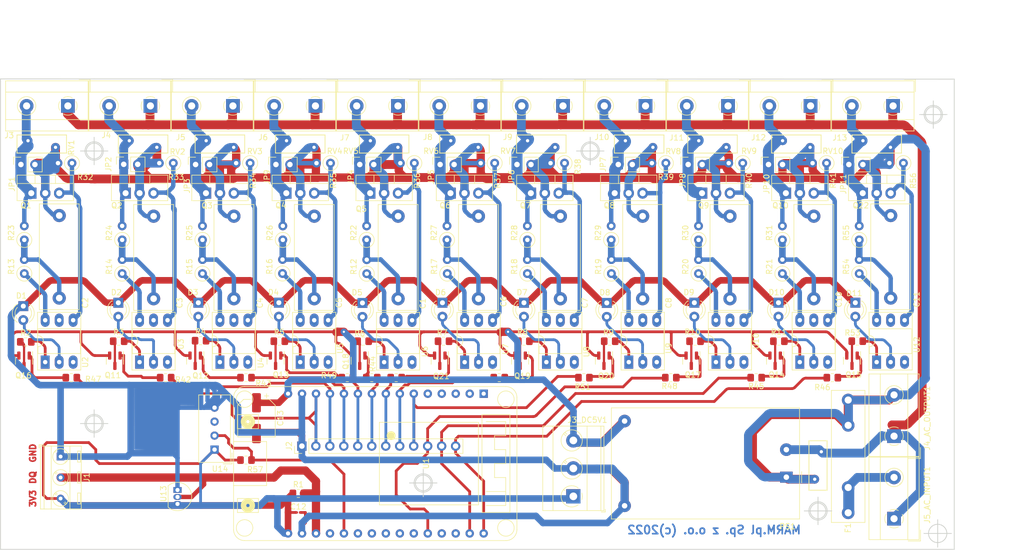
<source format=kicad_pcb>
(kicad_pcb (version 20211014) (generator pcbnew)
  (title_block (title "Plyta przekaznikow na triakach") (date "2022-05-07") (rev "2.0") (company "MARM.pl Sp. z o.o.") (comment 1 "RGW"))
  (layers (0 "F.Cu" signal) (31 "B.Cu" signal) (34 "B.Paste" user) (35 "F.Paste" user) (36 "B.SilkS" user "B.Silkscreen") (37 "F.SilkS" user "F.Silkscreen") (38 "B.Mask" user) (39 "F.Mask" user) (44 "Edge.Cuts" user))
  (net 0 "")
  (net 1 "Net-(C1-Pad1)")
  (net 2 "Net-(C1-Pad2)")
  (net 3 "Net-(J1-Pad2)")
  (net 4 "GNDREF")
  (net 5 "Net-(R2-Pad2)")
  (net 6 "Net-(R4-Pad2)")
  (net 7 "Net-(R5-Pad2)")
  (net 8 "Net-(J6-Pad2)")
  (net 9 "Net-(J7-Pad2)")
  (net 10 "Net-(J8-Pad2)")
  (net 11 "Net-(J9-Pad2)")
  (net 12 "Net-(J10-Pad2)")
  (net 13 "Net-(J11-Pad2)")
  (net 14 "Net-(R13-Pad1)")
  (net 15 "Net-(R15-Pad1)")
  (net 16 "Net-(R17-Pad1)")
  (net 17 "Net-(R19-Pad1)")
  (net 18 "Net-(R21-Pad1)")
  (net 19 "Net-(D1-Pad2)")
  (net 20 "Net-(D2-Pad2)")
  (net 21 "Net-(R12-Pad1)")
  (net 22 "Net-(D3-Pad2)")
  (net 23 "Net-(R14-Pad1)")
  (net 24 "Net-(D4-Pad2)")
  (net 25 "Net-(R16-Pad1)")
  (net 26 "Net-(D5-Pad2)")
  (net 27 "Net-(R18-Pad1)")
  (net 28 "Net-(D6-Pad2)")
  (net 29 "Net-(R20-Pad1)")
  (net 30 "Net-(D7-Pad2)")
  (net 31 "Net-(D8-Pad2)")
  (net 32 "Net-(D9-Pad2)")
  (net 33 "Net-(D10-Pad2)")
  (net 34 "Net-(J12-Pad2)")
  (net 59 "Net-(U1-Pad20)")
  (net 65 "Net-(C11-Pad1)")
  (net 68 "Net-(R3-Pad2)")
  (net 69 "Net-(C2-Pad1)")
  (net 70 "Net-(C3-Pad1)")
  (net 71 "Net-(C4-Pad1)")
  (net 72 "Net-(C6-Pad1)")
  (net 73 "Net-(C7-Pad1)")
  (net 74 "Net-(C8-Pad1)")
  (net 75 "Net-(C9-Pad1)")
  (net 76 "Net-(C10-Pad1)")
  (net 77 "Net-(Q1-Pad3)")
  (net 78 "Net-(Q2-Pad3)")
  (net 79 "Net-(Q3-Pad3)")
  (net 80 "Net-(Q4-Pad3)")
  (net 81 "Net-(Q5-Pad3)")
  (net 82 "Net-(Q6-Pad3)")
  (net 83 "Net-(Q7-Pad3)")
  (net 84 "Net-(Q8-Pad3)")
  (net 85 "Net-(Q9-Pad3)")
  (net 86 "Net-(Q10-Pad3)")
  (net 89 "+3V3")
  (net 90 "Net-(C5-Pad1)")
  (net 91 "+5V")
  (net 92 "Net-(J2-Pad11)")
  (net 93 "Net-(J2-Pad10)")
  (net 94 "Net-(J2-Pad9)")
  (net 95 "Net-(J2-Pad8)")
  (net 96 "Net-(J2-Pad7)")
  (net 97 "Net-(J2-Pad6)")
  (net 98 "Net-(J3-Pad2)")
  (net 99 "LINE")
  (net 100 "Net-(J4-Pad2)")
  (net 101 "Net-(J5-Pad2)")
  (net 102 "Net-(D11-Pad2)")
  (net 103 "Net-(J2-Pad2)")
  (net 104 "Net-(J2-Pad3)")
  (net 105 "Net-(J2-Pad4)")
  (net 106 "Net-(J2-Pad5)")
  (net 107 "Net-(J13-Pad2)")
  (net 108 "Net-(Q11-Pad1)")
  (net 109 "Net-(Q12-Pad1)")
  (net 110 "Net-(Q13-Pad1)")
  (net 111 "Net-(Q14-Pad1)")
  (net 112 "Net-(Q15-Pad1)")
  (net 113 "Net-(Q15-Pad3)")
  (net 114 "Net-(Q16-Pad1)")
  (net 115 "Net-(Q17-Pad1)")
  (net 116 "Net-(Q18-Pad1)")
  (net 117 "Net-(Q19-Pad1)")
  (net 118 "Net-(Q20-Pad1)")
  (net 119 "Net-(Q21-Pad1)")
  (net 120 "Net-(Q22-Pad3)")
  (net 121 "Net-(R6-Pad1)")
  (net 122 "Net-(R7-Pad1)")
  (net 123 "Net-(R8-Pad1)")
  (net 124 "Net-(R9-Pad1)")
  (net 125 "Net-(R10-Pad1)")
  (net 126 "Net-(R11-Pad1)")
  (net 127 "Net-(J2-Pad12)")
  (net 128 "Net-(R53-Pad1)")
  (net 129 "Net-(R54-Pad1)")
  (net 132 "Net-(Q11-Pad3)")
  (net 133 "Net-(Q12-Pad3)")
  (net 134 "Net-(Q13-Pad3)")
  (net 135 "Net-(Q14-Pad3)")
  (net 136 "Net-(Q16-Pad3)")
  (net 137 "Net-(Q17-Pad3)")
  (net 138 "Net-(Q18-Pad3)")
  (net 139 "Net-(Q19-Pad3)")
  (net 140 "Net-(Q20-Pad3)")
  (net 141 "Net-(Q21-Pad3)")
  (net 142 "NEUT")
  (footprint "LED_THT:LED_D3.0mm_Clear" (layer "F.Cu") (at 69.438764 77.446532 -90)
    (fp_text reference "D3")
    (fp_text value "LED_Small")
  )
  (footprint "Resistor_SMD:R_0805_2012Metric_Pad1.20x1.40mm_HandSolder" (layer "F.Cu") (at 84.163866 84.439803)
    (fp_text reference "R5")
    (fp_text value "330R")
  )
  (footprint "TerminalBlock_MetzConnect:TerminalBlock_MetzConnect_Type171_RT13702HBWC_1x02_P7.50mm_Horizontal" (layer "F.Cu") (at 195.728894 41.665346 180)
    (fp_text reference "J13")
    (fp_text value "Screw_Terminal_01x02")
  )
  (footprint "Package_DIP:DIP-6_W7.62mm_Socket_LongPads" (layer "F.Cu") (at 132.705 88.239803 90)
    (fp_text reference "U8")
    (fp_text value "MOC3083M")
  )
  (footprint "Resistor_SMD:R_0805_2012Metric_Pad1.20x1.40mm_HandSolder" (layer "F.Cu") (at 124.144489 91.062069)
    (fp_text reference "R50")
    (fp_text value "680R")
  )
  (footprint "Resistor_THT:R_Axial_DIN0207_L6.3mm_D2.5mm_P2.54mm_Vertical" (layer "F.Cu") (at 168.393866 52.07 180)
    (fp_text reference "R40")
    (fp_text value "1k")
  )
  (footprint "Resistor_THT:R_Axial_DIN0207_L6.3mm_D2.5mm_P2.54mm_Vertical" (layer "F.Cu") (at 114.643866 66.024803 90)
    (fp_text reference "R27")
    (fp_text value "22R")
  )
  (footprint "LED_THT:LED_D3.0mm_Clear" (layer "F.Cu") (at 54.897965 77.449803 -90)
    (fp_text reference "D2")
    (fp_text value "LED_Small")
  )
  (footprint "Package_TO_SOT_THT:TO-220-3_Vertical" (layer "F.Cu") (at 160.998866 57.529606)
    (fp_text reference "Q9")
    (fp_text value "BT136-600")
  )
  (footprint "Capacitor_THT:C_Rect_L19.0mm_W7.0mm_P15.00mm_MKS4" (layer "F.Cu") (at 61.313866 76.715 90)
    (fp_text reference "C3")
    (fp_text value "10n")
  )
  (footprint "Resistor_THT:R_Axial_DIN0207_L6.3mm_D2.5mm_P2.54mm_Vertical" (layer "F.Cu") (at 189.573866 66.024803 90)
    (fp_text reference "R55")
    (fp_text value "22R")
  )
  (footprint "Connector_PinSocket_2.54mm:PinSocket_1x02_P2.54mm_Vertical" (layer "F.Cu") (at 37.193866 52.32 90)
    (fp_text reference "JP1")
    (fp_text value "Jumper_2_Open")
  )
  (footprint "Varistor:RV_Disc_D9mm_W3.3mm_P5mm" (layer "F.Cu") (at 120.318866 49.196043 180)
    (fp_text reference "RV6")
    (fp_text value "Varistor")
  )
  (footprint "Resistor_SMD:R_0805_2012Metric_Pad1.20x1.40mm_HandSolder" (layer "F.Cu") (at 38.077789 84.556089)
    (fp_text reference "R2")
    (fp_text value "330R")
  )
  (footprint "Package_DIP:DIP-6_W7.62mm_Socket_LongPads" (layer "F.Cu") (at 41.608866 88.239803 90)
    (fp_text reference "U2")
    (fp_text value "MOC3083M")
  )
  (footprint "Package_TO_SOT_THT:TO-220-3_Vertical" (layer "F.Cu") (at 129.883866 57.529606)
    (fp_text reference "Q7")
    (fp_text value "BT136-600")
  )
  (footprint "Resistor_THT:R_Axial_DIN0207_L6.3mm_D2.5mm_P2.54mm_Vertical" (layer "F.Cu") (at 160.363866 66.024803 90)
    (fp_text reference "R30")
    (fp_text value "22R")
  )
  (footprint "Package_TO_SOT_SMD:SOT-23" (layer "F.Cu") (at 127.933202 87.986335 -90)
    (fp_text reference "Q19")
    (fp_text value "BC857")
  )
  (footprint "Connector_PinSocket_2.54mm:PinSocket_1x02_P2.54mm_Vertical" (layer "F.Cu") (at 83.548866 52.32 90)
    (fp_text reference "JP9")
    (fp_text value "Jumper_2_Open")
  )
  (footprint "TerminalBlock_MetzConnect:TerminalBlock_MetzConnect_Type171_RT13702HBWC_1x02_P7.50mm_Horizontal" (layer "F.Cu") (at 180.728894 41.665346 180)
    (fp_text reference "J12")
    (fp_text value "Screw_Terminal_01x02")
  )
  (footprint "TerminalBlock_MetzConnect:TerminalBlock_MetzConnect_Type073_RT02603HBLU_1x03_P5.08mm_Horizontal" (layer "F.Cu") (at 137.608606 112.637762 90)
    (fp_text reference "J3_DC5V1")
    (fp_text value "Screw_Terminal_01x02")
  )
  (footprint "Package_TO_SOT_THT:TO-220-3_Vertical" (layer "F.Cu") (at 56.223866 57.529606)
    (fp_text reference "Q2")
    (fp_text value "BT136-600")
  )
  (footprint "TerminalBlock_MetzConnect:TerminalBlock_MetzConnect_Type171_RT13702HBWC_1x02_P7.50mm_Horizontal" (layer "F.Cu") (at 75.728894 41.665346 180)
    (fp_text reference "J5")
    (fp_text value "Screw_Terminal_01x02")
  )
  (footprint "Resistor_THT:R_Axial_DIN0207_L6.3mm_D2.5mm_P2.54mm_Vertical" (layer "F.Cu") (at 129.248866 66.024803 90)
    (fp_text reference "R28")
    (fp_text value "22R")
  )
  (footprint "Resistor_SMD:R_0805_2012Metric_Pad1.20x1.40mm_HandSolder" (layer "F.Cu") (at 155.321633 91.062069)
    (fp_text reference "R48")
    (fp_text value "680R")
  )
  (footprint "Sensor:Aosong_DHT11_5.5x12.0_P2.54mm" (layer "F.Cu") (at 72.39 104.14 180)
    (fp_text reference "U14")
    (fp_text value "DHT11")
  )
  (footprint "LED_THT:LED_D3.0mm_Clear" (layer "F.Cu") (at 99.27378 77.480256 -90)
    (fp_text reference "D5")
    (fp_text value "LED_Small")
  )
  (footprint "Resistor_SMD:R_0805_2012Metric_Pad1.20x1.40mm_HandSolder" (layer "F.Cu") (at 96.52 91.062069 180)
    (fp_text reference "R44")
    (fp_text value "680R")
  )
  (footprint "Resistor_THT:R_Axial_DIN0207_L6.3mm_D2.5mm_P2.54mm_Vertical" (layer "F.Cu") (at 136.008866 52.07 180)
    (fp_text reference "R38")
    (fp_text value "1k")
  )
  (footprint "Connector_PinSocket_2.54mm:PinSocket_1x02_P2.54mm_Vertical" (layer "F.Cu") (at 127.363866 52.32 90)
    (fp_text reference "JP6")
    (fp_text value "Jumper_2_Open")
  )
  (footprint "TerminalBlock_MetzConnect:TerminalBlock_MetzConnect_Type171_RT13702HBWC_1x02_P7.50mm_Horizontal" (layer "F.Cu") (at 90.728894 41.665346 180)
    (fp_text reference "J6")
    (fp_text value "Screw_Terminal_01x02")
  )
  (footprint "TerminalBlock_MetzConnect:TerminalBlock_MetzConnect_Type171_RT13702HBWC_1x02_P7.50mm_Horizontal" (layer "F.Cu") (at 105.728894 41.665346 180)
    (fp_text reference "J7")
    (fp_text value "Screw_Terminal_01x02")
  )
  (footprint "TerminalBlock_MetzConnect:TerminalBlock_MetzConnect_Type171_RT13702HBWC_1x02_P7.50mm_Horizontal" (layer "F.Cu") (at 195.9 116.7 90)
    (fp_text reference "J5_AC_INPUT1")
    (fp_text value "Screw_Terminal_01x02")
  )
  (footprint "Resistor_THT:R_Axial_DIN0207_L6.3mm_D2.5mm_P2.54mm_Vertical" (layer "F.Cu") (at 70.193866 66.024803 90)
    (fp_text reference "R25")
    (fp_text value "22R")
  )
  (footprint "Capacitor_THT:C_Rect_L19.0mm_W7.0mm_P15.00mm_MKS4" (layer "F.Cu") (at 75.908866 76.715 90)
    (fp_text reference "C4")
    (fp_text value "10n")
  )
  (footprint "Connector_PinSocket_2.54mm:PinSocket_1x02_P2.54mm_Vertical" (layer "F.Cu") (at 113.393866 52.32 90)
    (fp_text reference "JP5")
    (fp_text value "Jumper_2_Open")
  )
  (footprint "LED_THT:LED_D3.0mm_Clear" (layer "F.Cu") (at 84.084475 77.439169 -90)
    (fp_text reference "D4")
    (fp_text value "LED_Small")
  )
  (footprint "Resistor_SMD:R_0805_2012Metric_Pad1.20x1.40mm_HandSolder" (layer "F.Cu") (at 46.355 91.062069 180)
    (fp_text reference "R47")
    (fp_text value "680R")
  )
  (footprint "Package_TO_SOT_THT:TO-220-3_Vertical" (layer "F.Cu") (at 39.078866 57.529606)
    (fp_text reference "Q1")
    (fp_text value "BT136-600")
  )
  (footprint "TerminalBlock_MetzConnect:TerminalBlock_MetzConnect_Type171_RT13702HBWC_1x02_P7.50mm_Horizontal" (layer "F.Cu") (at 195.9 101.7 90)
    (fp_text reference "J4_AC_OUTPUT1")
    (fp_text value "Screw_Terminal_01x02")
  )
  (footprint "Package_DIP:DIP-6_W7.62mm_Socket_LongPads" (layer "F.Cu") (at 178.768866 88.239803 90)
    (fp_text reference "U11")
    (fp_text value "MOC3083M")
  )
  (footprint "Varistor:RV_Disc_D9mm_W3.3mm_P5mm" (layer "F.Cu") (at 61.898866 49.196043 180)
    (fp_text reference "RV2")
    (fp_text value "Varistor")
  )
  (footprint "Resistor_THT:R_Axial_DIN0207_L6.3mm_D2.5mm_P2.54mm_Vertical" (layer "F.Cu") (at 84.798866 66.024803 90)
    (fp_text reference "R26")
    (fp_text value "22R")
  )
  (footprint "Package_TO_SOT_THT:TO-92L_Inline" (layer "F.Cu") (at 65.656956 111.477825 -90)
    (fp_text reference "U13")
    (fp_text value "DS18B20")
  )
  (footprint "Resistor_THT:R_Axial_DIN0207_L6.3mm_D2.5mm_P2.54mm_Vertical" (layer "F.Cu") (at 175.603866 66.024803 90)
    (fp_text reference "R31")
    (fp_text value "22R")
  )
  (footprint "Package_TO_SOT_SMD:SOT-23" (layer "F.Cu") (at 98.777138 87.986335 -90)
    (fp_text reference "Q18")
    (fp_text value "BC857")
  )
  (footprint "Connector_PinSocket_2.54mm:PinSocket_1x02_P2.54mm_Vertical" (layer "F.Cu") (at 68.943866 52.32 90)
    (fp_text reference "JP3")
    (fp_text value "Jumper_2_Open")
  )
  (footprint "Capacitor_THT:C_Rect_L19.0mm_W7.0mm_P15.00mm_MKS4" (layer "F.Cu") (at 135.255 76.715 90)
    (fp_text reference "C7")
    (fp_text value "10n")
  )
  (footprint "Varistor:RV_Disc_D9mm_W3.3mm_P5mm" (layer "F.Cu") (at 43.483866 49.196043 180)
    (fp_text reference "RV1")
    (fp_text value "Varistor")
  )
  (footprint "Resistor_THT:R_Axial_DIN0207_L6.3mm_D2.5mm_P2.54mm_Vertical" (layer "F.Cu") (at 78.858866 52.07 180)
    (fp_text reference "R34")
    (fp_text value "1k")
  )
  (footprint "Resistor_SMD:R_0805_2012Metric_Pad1.20x1.40mm_HandSolder" (layer "F.Cu") (at 144.218866 84.439803 180)
    (fp_text reference "R9")
    (fp_text value "330R")
  )
  (footprint "Package_TO_SOT_THT:TO-220-3_Vertical" (layer "F.Cu") (at 70.828866 57.529606)
    (fp_text reference "Q3")
    (fp_text value "BT136-600")
  )
  (footprint "Package_TO_SOT_THT:TO-220-3_Vertical" (layer "F.Cu") (at 145.123866 57.529606)
    (fp_text reference "Q8")
    (fp_text value "BT136-600")
  )
  (footprint "Resistor_SMD:R_0805_2012Metric_Pad1.20x1.40mm_HandSolder" (layer "F.Cu") (at 114.008866 84.439803 180)
    (fp_text reference "R7")
    (fp_text value "330R")
  )
  (footprint "Connector_PinSocket_2.54mm:PinSocket_1x02_P2.54mm_Vertical" (layer "F.Cu") (at 145.778866 52.32 90)
    (fp_text reference "JP7")
    (fp_text value "Jumper_2_Open")
  )
  (footprint "Resistor_THT:R_Axial_DIN0207_L6.3mm_D2.5mm_P2.54mm_Vertical" (layer "F.Cu") (at 144.523355 72.149803 90)
    (fp_text reference "R19")
    (fp_text value "27R")
  )
  (footprint "TerminalBlock_MetzConnect:TerminalBlock_MetzConnect_Type171_RT13702HBWC_1x02_P7.50mm_Horizontal" (layer "F.Cu") (at 120.728894 41.665346 180)
    (fp_text reference "J8")
    (fp_text value "Screw_Terminal_01x02")
  )
  (footprint "Capacitor_SMD:CP_Elec_6.3x5.9" (layer "F.Cu") (at 80.01 98.425 -90)
    (fp_text reference "C13")
    (fp_text value "100/16")
  )
  (footprint "Connector_PinSocket_2.54mm:PinSocket_1x02_P2.54mm_Vertical" (layer "F.Cu") (at 187.688866 52.32 90)
    (fp_text reference "JP11")
    (fp_text value "Jumper_2_Open")
  )
  (footprint "Connector_PinSocket_2.54mm:PinSocket_1x02_P2.54mm_Vertical" (layer "F.Cu") (at 55.879563 52.286798 90)
    (fp_text reference "JP2")
    (fp_text value "Jumper_2_Open")
  )
  (footprint "TerminalBlock_MetzConnect:TerminalBlock_MetzConnect_Type171_RT13702HBWC_1x02_P7.50mm_Horizontal" (layer "F.Cu") (at 135.728894 41.665346 180)
    (fp_text reference "J9")
    (fp_text value "Screw_Terminal_01x02")
  )
  (footprint "Resistor_SMD:R_0805_2012Metric_Pad1.20x1.40mm_HandSolder" (layer "F.Cu") (at 69.85 84.345052)
    (fp_text reference "R4")
    (fp_text value "330R")
  )
  (footprint "Resistor_THT:R_Axial_DIN0207_L6.3mm_D2.5mm_P2.54mm_Vertical" (layer "F.Cu") (at 197.603866 52.07 180)
    (fp_text reference "R56")
    (fp_text value "1k")
  )
  (footprint "Varistor:RV_Disc_D9mm_W3.3mm_P5mm" (layer "F.Cu") (at 182.680866 104.529803 -90)
    (fp_text reference "RV12")
    (fp_text value "Varistor")
  )
  (footprint "Capacitor_THT:C_Rect_L19.0mm_W7.0mm_P15.00mm_MKS4" (layer "F.Cu") (at 44.158866 76.595 90)
    (fp_text reference "C2")
    (fp_text value "10n")
  )
  (footprint "Package_TO_SOT_THT:TO-220-3_Vertical" (layer "F.Cu") (at 176.238866 57.529606)
    (fp_text reference "Q10")
    (fp_text value "BT136-600")
  )
  (footprint "Resistor_SMD:R_0805_2012Metric_Pad1.20x1.40mm_HandSolder" (layer "F.Cu") (at 170.842071 91.062069)
    (fp_text reference "R45")
    (fp_text value "680R")
  )
  (footprint "Package_DIP:DIP-6_W7.62mm_Socket_LongPads" (layer "F.Cu") (at 163.528866 88.239803 90)
    (fp_text reference "U10")
    (fp_text value "MOC3083M")
  )
  (footprint "Resistor_THT:R_Axial_DIN0207_L6.3mm_D2.5mm_P2.54mm_Vertical" (layer "F.Cu") (at 189.573866 72.149803 90)
    (fp_text reference "R54")
    (fp_text value "27R")
  )
  (footprint "Resistor_SMD:R_0805_2012Metric_Pad1.20x1.40mm_HandSolder" (layer "F.Cu") (at 105.41 91.062069)
    (fp_text reference "R52")
    (fp_text value "680R")
  )
  (footprint "LED_THT:LED_D3.0mm_Clear" (layer "F.Cu") (at 143.6858 77.476874 -90)
    (fp_text reference "D8")
    (fp_text value "LED_Small")
  )
  (footprint "Fuse:Fuseholder_Littelfuse_100_series_5x20mm" (layer "F.Cu") (at 187.564448 115.628579 90)
    (fp_text reference "F1")
    (fp_text value "Fuse")
  )
  (footprint "Resistor_THT:R_Axial_DIN0207_L6.3mm_D2.5mm_P2.54mm_Vertical" (layer "F.Cu") (at 55.598866 66.024803 90)
    (fp_text reference "R24")
    (fp_text value "22R")
  )
  (footprint "Resistor_THT:R_Axial_DIN0207_L6.3mm_D2.5mm_P2.54mm_Vertical" (layer "F.Cu") (at 175.603866 72.149803 90)
    (fp_text reference "R21")
    (fp_text value "27R")
  )
  (footprint "Resistor_THT:R_Axial_DIN0207_L6.3mm_D2.5mm_P2.54mm_Vertical" (layer "F.Cu") (at 123.308866 52.07 180)
    (fp_text reference "R37")
    (fp_text value "1k")
  )
  (footprint "Capacitor_SMD:C_0201_0603Metric_Pad0.64x0.40mm_HandSolder" (layer "F.Cu") (at 87.63 115.57)
    (fp_text reference "C12")
    (fp_text value "10u 6.3")
  )
  (footprint "Resistor_THT:R_Axial_DIN0207_L6.3mm_D2.5mm_P2.54mm_Vertical" (layer "F.Cu") (at 183.633866 52.07 180)
    (fp_text reference "R41")
    (fp_text value "1k")
  )
  (footprint "TerminalBlock_MetzConnect:TerminalBlock_MetzConnect_Type086_RT03403HBLC_1x03_P3.81mm_Horizontal" (layer "F.Cu") (at 44.405 105.41 -90)
    (fp_text reference "J1")
    (fp_text value "Screw_Terminal_01x03")
  )
  (footprint "Varistor:RV_Disc_D9mm_W3.3mm_P5mm" (layer "F.Cu") (at 165.403866 49.196043 180)
    (fp_text reference "RV9")
    (fp_text value "Varistor")
  )
  (footprint "Capacitor_THT:C_Rect_L19.0mm_W7.0mm_P15.00mm_MKS4" (layer "F.Cu") (at 195.288866 76.595 90)
    (fp_text reference "C11")
    (fp_text value "10n")
  )
  (footprint "Resistor_THT:R_Axial_DIN0207_L6.3mm_D2.5mm_P2.54mm_Vertical" (layer "F.Cu") (at 100.038866 66.024803 90)
    (fp_text reference "R22")
    (fp_text value "22R")
  )
  (footprint "Resistor_SMD:R_0805_2012Metric_Pad1.20x1.40mm_HandSolder" (layer "F.Cu") (at 78.105 106.045 180)
    (fp_text reference "R57")
    (fp_text value "10k")
  )
  (footprint "LED_THT:LED_D3.0mm_Clear" (layer "F.Cu") (at 128.626278 77.449803 -90)
    (fp_text reference "D7")
    (fp_text value "LED_Small")
  )
  (footprint "Connector_PinHeader_2.54mm:PinHeader_1x12_P2.54mm_Vertical" (layer "F.Cu") (at 88.265 103.505 90)
    (fp_text reference "J2")
    (fp_text value "Conn_01x11")
  )
  (footprint "Connector_PinSocket_2.54mm:PinSocket_1x02_P2.54mm_Vertical" (layer "F.Cu") (at 158.478866 52.32 90)
    (fp_text reference "JP8")
    (fp_text value "Jumper_2_Open")
  )
  (footprint "Resistor_SMD:R_0805_2012Metric_Pad1.20x1.40mm_HandSolder" (layer "F.Cu") (at 184.686858 91.062069)
    (fp_text reference "R46")
    (fp_text value "680R")
  )
  (footprint "Resistor_SMD:R_0805_2012Metric_Pad1.20x1.40mm_HandSolder" (layer "F.Cu") (at 128.613866 84.439803 180)
    (fp_text reference "R8")
    (fp_text value "330R")
  )
  (footprint "Varistor:RV_Disc_D9mm_W3.3mm_P5mm" (layer "F.Cu") (at 134.288866 49.196043 180)
    (fp_text reference "RV7")
    (fp_text value "Varistor")
  )
  (footprint "TerminalBlock_MetzConnect:TerminalBlock_MetzConnect_Type171_RT13702HBWC_1x02_P7.50mm_Horizontal" (layer "F.Cu") (at 150.728894 41.665346 180)
    (fp_text reference "J10")
    (fp_text value "Screw_Terminal_01x02")
  )
  (footprint "Package_TO_SOT_SMD:SOT-23" (layer "F.Cu") (at 188.258202 87.986335 -90)
    (fp_text reference "Q15")
    (fp_text value "BC857")
  )
  (footprint "Resistor_THT:R_Axial_DIN0207_L6.3mm_D2.5mm_P2.54mm_Vertical" (layer "F.Cu") (at 64.888866 52.07 180)
    (fp_text reference "R33")
    (fp_text value "1k")
  )
  (footprint "Capacitor_THT:C_Rect_L19.0mm_W7.0mm_P15.00mm_MKS4" (layer "F.Cu") (at 120.358866 76.715 90)
    (fp_text reference "C6")
    (fp_text value "10n")
  )
  (footprint "TerminalBlock_MetzConnect:TerminalBlock_MetzConnect_Type171_RT13702HBWC_1x02_P7.50mm_Horizontal" (layer "F.Cu") (at 45.728894 41.665346 180)
    (fp_text reference "J3")
    (fp_text value "Screw_Terminal_01x02")
  )
  (footprint "Package_TO_SOT_THT:TO-220-3_Vertical" (layer "F.Cu") (at 100.673866 57.529606)
    (fp_text reference "Q5")
    (fp_text value "BT136-600")
  )
  (footprint "Varistor:RV_Disc_D9mm_W3.3mm_P5mm" (layer "F.Cu") (at 90.473866 49.196043 180)
    (fp_text reference "RV4")
    (fp_text value "Varistor")
  )
  (footprint "Resistor_SMD:R_0805_2012Metric_Pad1.20x1.40mm_HandSolder" (layer "F.Cu") (at 100.965 91.062069 180)
    (fp_text reference "R49")
    (fp_text value "680R")
  )
  (footprint "Varistor:RV_Disc_D9mm_W3.3mm_P5mm" (layer "F.Cu") (at 180.643866 49.196043 180)
    (fp_text reference "RV10")
    (fp_text value "Varistor")
  )
  (footprint "Package_TO_SOT_SMD:SOT-23" (layer "F.Cu") (at 143.173202 87.986335 -90)
    (fp_text reference "Q20")
    (fp_text value "BC857")
  )
  (footprint "Resistor_SMD:R_0805_2012Metric_Pad1.20x1.40mm_HandSolder" (layer "F.Cu") (at 189.214863 84.429574 180)
    (fp_text reference "R53")
    (fp_text value "330R")
  )
  (footprint "Package_TO_SOT_SMD:SOT-23" (layer "F.Cu") (at 83.483202 87.986335 -90)
    (fp_text reference "Q13")
    (fp_text value "BC857")
  )
  (footprint "LED_THT:LED_D3.0mm_Clear" (layer "F.Cu") (at 37.626313 78.065085 -90)
    (fp_text reference "D1")
    (fp_text value "LED_Small")
  )
  (footprint "Package_DIP:DIP-6_W7.62mm_Socket_LongPads" (layer "F.Cu") (at 147.686227 88.239803 90)
    (fp_text reference "U9")
    (fp_text value "MOC3083M")
  )
  (footprint "Connector_PinSocket_2.54mm:PinSocket_1x02_P2.54mm_Vertical" (layer "F.Cu") (at 173.083866 52.32 90)
    (fp_text reference "JP10")
    (fp_text value "Jumper_2_Open")
  )
  (footprint "Capacitor_THT:C_Rect_L19.0mm_W7.0mm_P15.00mm_MKS4" (layer "F.Cu") (at 105.753866 76.715 90)
    (fp_text reference "C1")
    (fp_text value "10n")
  )
  (footprint "LED_THT:LED_D3.0mm_Clear" (layer "F.Cu") (at 174.89401 77.442476 -90)
    (fp_text reference "D10")
    (fp_text value "LED_Small")
  )
  (footprint "Capacitor_THT:C_Rect_L19.0mm_W7.0mm_P15.00mm_MKS4" (layer "F.Cu") (at 90.513866 76.715 90)
    (fp_text reference "C5")
    (fp_text value "10n")
  )
  (footprint "Resistor_SMD:R_0805_2012Metric_Pad1.20x1.40mm_HandSolder" (layer "F.Cu") (at 99.403866 84.439803 180)
    (fp_text reference "R6")
    (fp_text value "330R")
  )
  (footprint "LED_THT:LED_D3.0mm_Clear" (layer "F.Cu") (at 188.862933 77.442476 -90)
    (fp_text reference "D11")
    (fp_text value "LED_Small")
  )
  (footprint "Espressif:esp32_devkit_v1_doit" (layer "F.Cu") (at 121.31 106.68 -90)
    (fp_text reference "U1")
    (fp_text value "ESP32_DevKit_V1_DOIT")
  )
  (footprint "Package_DIP:DIP-6_W7.62mm_Socket_LongPads" (layer "F.Cu") (at 58.763866 88.239803 90)
    (fp_text reference "U3")
    (fp_text value "MOC3083M")
  )
  (footprint "Resistor_THT:R_Axial_DIN0207_L6.3mm_D2.5mm_P2.54mm_Vertical" (layer "F.Cu") (at 93.463866 52.07 180)
    (fp_text reference "R35")
    (fp_text value "1k")
  )
  (footprint "Varistor:RV_Disc_D9mm_W3.3mm_P5mm" (layer "F.Cu") (at 152.068866 49.196043 180)
    (fp_text reference "RV8")
    (fp_text value "Varistor")
  )
  (footprint "TerminalBlock_MetzConnect:TerminalBlock_MetzConnect_Type171_RT13702HBWC_1x02_P7.50mm_Horizontal" (layer "F.Cu") (at 60.728894 41.665346 180)
    (fp_text reference "J4")
    (fp_text value "Screw_Terminal_01x02")
  )
  (footprint "Capacitor_THT:C_Rect_L19.0mm_W7.0mm_P15.00mm_MKS4" (layer "F.Cu") (at 181.318866 76.715 90)
    (fp_text reference "C10")
    (fp_text value "10n")
  )
  (footprint "Capacitor_THT:C_Rect_L19.0mm_W7.0mm_P15.00mm_MKS4" (layer "F.Cu") (at 166.078866 76.715 90)
    (fp_text reference "C9")
    (fp_text value "10n")
  )
  (footprint "Package_DIP:DIP-6_W7.62mm_Socket_LongPads" (layer "F.Cu") (at 117.852341 88.251926 90)
    (fp_text reference "U7")
    (fp_text value "MOC3083M")
  )
  (footprint "Varistor:RV_Disc_D9mm_W3.3mm_P5mm" (layer "F.Cu") (at 195.248866 49.196043 180)
    (fp_text reference "RV11")
    (fp_text value "Varistor")
  )
  (footprint "Resistor_SMD:R_0805_2012Metric_Pad1.20x1.40mm_HandSolder" (layer "F.Cu") (at 174.968866 84.439803 180)
    (fp_text reference "R11")
    (fp_text value "330R")
  )
  (footprint "Resistor_THT:R_Axial_DIN0207_L6.3mm_D2.5mm_P2.54mm_Vertical" (layer "F.Cu") (at 84.743566 72.129552 90)
    (fp_text reference "R16")
    (fp_text value "27R")
  )
  (footprint "Package_TO_SOT_SMD:SOT-23" (layer "F.Cu") (at 68.878202 87.986335 -90)
    (fp_text reference "Q12")
    (fp_text value "BC857")
  )
  (footprint "Package_TO_SOT_THT:TO-220-3_Vertical" (layer "F.Cu") (at 85.433866 57.529606)
    (fp_text reference "Q4")
    (fp_text value "BT136-600")
  )
  (footprint "Package_TO_SOT_THT:TO-220-3_Vertical" (layer "F.Cu") (at 190.208866 57.529606)
    (fp_text reference "Q22")
    (fp_text value "BT136-600")
  )
  (footprint "Capacitor_THT:C_Rect_L19.0mm_W7.0mm_P15.00mm_MKS4" (layer "F.Cu") (at 150.203866 76.715 90)
    (fp_text reference "C8")
    (fp_text value "10n")
  )
  (footprint "Resistor_THT:R_Axial_DIN0207_L6.3mm_D2.5mm_P2.54mm_Vertical" (layer "F.Cu") (at 129.248866 72.149803 90)
    (fp_text reference "R18")
    (fp_text value "27R")
  )
  (footprint "Resistor_THT:R_Axial_DIN0207_L6.3mm_D2.5mm_P2.54mm_Vertical" (layer "F.Cu") (at 55.598866 72.149803 90)
    (fp_text reference "R14")
    (fp_text value "27R")
  )
  (footprint "LED_THT:LED_D3.0mm_Clear" (layer "F.Cu") (at 113.814929 77.44678 -90)
    (fp_text reference "D6")
    (fp_text value "LED_Small")
  )
  (footprint "Package_DIP:DIP-6_W7.62mm_Socket_LongPads" (layer "F.Cu") (at 192.738866 88.239803 90)
    (fp_text reference "U12")
    (fp_text value "MOC3083M")
  )
  (footprint "Resistor_THT:R_Axial_DIN0207_L6.3mm_D2.5mm_P2.54mm_Vertical" (layer "F.Cu") (at 144.488866 66.024803 90)
    (fp_text reference "R29")
    (fp_text value "22R")
  )
  (footprint "Resistor_THT:R_Axial_DIN0207_L6.3mm_D2.5mm_P2.54mm_Vertical" (layer "F.Cu") (at 37.808866 72.149803 90)
    (fp_text reference "R13")
    (fp_text value "27R")
  )
  (footprint "Resistor_THT:R_Axial_DIN0207_L6.3mm_D2.5mm_P2.54mm_Vertical" (layer "F.Cu") (at 46.473866 52.07 180)
    (fp_text reference "R32")
    (fp_text value "1k")
  )
  (footprint "TerminalBlock_MetzConnect:TerminalBlock_MetzConnect_Type171_RT13702HBWC_1x02_P7.50mm_Horizontal" (layer "F.Cu") (at 165.728894 41.665346 180)
    (fp_text reference "J11")
    (fp_text value "Screw_Terminal_01x02")
  )
  (footprint "Resistor_SMD:R_0805_2012Metric_Pad1.20x1.40mm_HandSolder" (layer "F.Cu") (at 87.63 112.109803 180)
    (fp_text reference "R1")
    (fp_text value "4k7")
  )
  (footprint "Resistor_SMD:R_0805_2012Metric_Pad1.20x1.40mm_HandSolder" (layer "F.Cu") (at 63.5 91.062069 180)
    (fp_text reference "R42")
    (fp_text value "680R")
  )
  (footprint "Package_TO_SOT_SMD:SOT-23" (layer "F.Cu") (at 174.288202 87.986335 -90)
    (fp_text reference "Q14")
    (fp_text value "BC857")
  )
  (footprint "Resistor_SMD:R_0805_2012Metric_Pad1.20x1.40mm_HandSolder" (layer "F.Cu") (at 78.105 91.062069 180)
    (fp_text reference "R43")
    (fp_text value "680R")
  )
  (footprint "Resistor_THT:R_Axial_DIN0207_L6.3mm_D2.5mm_P2.54mm_Vertical" (layer "F.Cu") (at 154.423866 52.07 180)
    (fp_text reference "R39")
    (fp_text value "1k")
  )
  (footprint "Converter_ACDC:Converter_ACDC_HiLink_HLK-PMxx" (layer "F.Cu") (at 176.323366 109.15254 180)
    (fp_text reference "PS1")
    (fp_text value "HLK-PM03")
  )
  (footprint "Package_TO_SOT_SMD:SOT-23" (layer "F.Cu") (at 54.273202 87.986335 -90)
    (fp_text reference "Q11")
    (fp_text value "BC857")
  )
  (footprint "Package_TO_SOT_SMD:SOT-23" (layer "F.Cu") (at 159.048202 87.986335 -90)
    (fp_text reference "Q17")
    (fp_text value "BC857" hide)
  )
  (footprint "Package_DIP:DIP-6_W7.62mm_Socket_LongPads" (layer "F.Cu") (at 87.963866 88.239803 90)
    (fp_text reference "U5")
    (fp_text value "MOC3083M")
  )
  (footprint "Varistor:RV_Disc_D9mm_W3.3mm_P5mm" (layer "F.Cu") (at 75.868866 49.196043 180)
    (fp_text reference "RV3")
    (fp_text value "Varistor")
  )
  (footprint "Package_DIP:DIP-6_W7.62mm_Socket_LongPads" (layer "F.Cu") (at 103.213866 88.249803 90)
    (fp_text reference "U6")
    (fp_text value "MOC3083M")
  )
  (footprint "Resistor_THT:R_Axial_DIN0207_L6.3mm_D2.5mm_P2.54mm_Vertical" (layer "F.Cu") (at 114.689469 72.149803 90)
    (fp_text reference "R17")
    (fp_text value "27R")
  )
  (footprint "Resistor_THT:R_Axial_DIN0207_L6.3mm_D2.5mm_P2.54mm_Vertical" (layer "F.Cu") (at 108.703866 52.07 180)
    (fp_text reference "R36")
    (fp_text value "1k")
  )
  (footprint "Resistor_SMD:R_0805_2012Metric_Pad1.20x1.40mm_HandSolder" (layer "F.Cu") (at 139.531229 91.062069)
    (fp_text reference "R51")
    (fp_text value "680R")
  )
  (footprint "LED_THT:LED_D3.0mm_Clear" (layer "F.Cu") (at 159.598582 77.442476 -90)
    (fp_text reference "D9")
    (fp_text value "LED_Small")
  )
  (footprint "Resistor_THT:R_Axial_DIN0207_L6.3mm_D2.5mm_P2.54mm_Vertical" (layer "F.Cu") (at 100.052569 72.166891 90)
    (fp_text reference "R12")
    (fp_text value "27R")
  )
  (footprint "Package_TO_SOT_SMD:SOT-23" (layer "F.Cu") (at 113.328202 87.986335 -90)
    (fp_text reference "Q21")
    (fp_text value "BC857")
  )
  (footprint "Resistor_SMD:R_0805_2012Metric_Pad1.20x1.40mm_HandSolder" (layer "F.Cu") (at 159.728866 84.439803 180)
    (fp_text reference "R10")
    (fp_text value "330R")
  )
  (footprint "Resistor_SMD:R_0805_2012Metric_Pad1.20x1.40mm_HandSolder" (layer "F.Cu") (at 54.963866 84.439803)
    (fp_text reference "R3")
    (fp_text value "330R")
  )
  (footprint "Resistor_THT:R_Axial_DIN0207_L6.3mm_D2.5mm_P2.54mm_Vertical" (layer "F.Cu") (at 70.193866 72.149803 90)
    (fp_text reference "R15")
    (fp_text value "27R")
  )
  (footprint "Package_TO_SOT_SMD:SOT-23" (layer "F.Cu") (at 37.763202 87.986335 -90)
    (fp_text reference "Q16")
    (fp_text value "BC857")
  )
  (footprint "Package_TO_SOT_THT:TO-220-3_Vertical" (layer "F.Cu") (at 115.278866 57.529606)
    (fp_text reference "Q6")
    (fp_text value "BT136-600")
  )
  (footprint "Resistor_THT:R_Axial_DIN0207_L6.3mm_D2.5mm_P2.54mm_Vertical" (layer "F.Cu") (at 37.808866 66.024803 90)
    (fp_text reference "R23")
    (fp_text value "22R")
  )
  (footprint "Package_DIP:DIP-6_W7.62mm_Socket_LongPads" (layer "F.Cu") (at 73.358866 88.239803 90)
    (fp_text reference "U4")
    (fp_text value "MOC3083M")
  )
  (footprint "Connector_PinSocket_2.54mm:PinSocket_1x02_P2.54mm_Vertical" (layer "F.Cu") (at 98.788866 52.32 90)
    (fp_text reference "JP4")
    (fp_text value "Jumper_2_Open")
  )
  (footprint "Resistor_THT:R_Axial_DIN0207_L6.3mm_D2.5mm_P2.54mm_Vertical" (layer "F.Cu") (at 160.363866 72.149803 90)
    (fp_text reference "R20")
    (fp_text value "27R")
  )
  (footprint "Varistor:RV_Disc_D9mm_W3.3mm_P5mm" (layer "F.Cu") (at 105.713866 49.196043 180)
    (fp_text reference "RV5")
    (fp_text value "Varistor")
  )
  (gr_line (start 33.490866 122.269803) (end 33.4913 36.75589) (layer "Edge.Cuts") (width 0.15))
  (gr_line (start 206.845866 36.803803) (end 206.845866 122.269803) (layer "Edge.Cuts") (width 0.15))
  (gr_line (start 33.4913 36.75589) (end 206.845866 36.803803) (layer "Edge.Cuts") (width 0.15))
  (gr_circle (center 50.508866 99.409803) (end 51.778866 100.044803) (layer "Edge.Cuts") (width 0.15) (fill none))
  (gr_circle (center 182.080866 115.284803) (end 183.350866 115.919803) (layer "Edge.Cuts") (width 0.15) (fill none))
  (gr_circle (center 50.508866 49.866043) (end 51.778866 50.501043) (layer "Edge.Cuts") (width 0.15) (fill none))
  (gr_circle (center 140.678866 49.866043) (end 141.948866 50.501043) (layer "Edge.Cuts") (width 0.15) (fill none))
  (gr_line (start 206.845866 122.269803) (end 33.490866 122.269803) (layer "Edge.Cuts") (width 0.15))
  (gr_circle (center 110.325866 110.204803) (end 111.595866 110.839803) (layer "Edge.Cuts") (width 0.15) (fill none))
  (gr_circle (center 203.035866 43.246043) (end 204.305866 43.881043) (layer "Edge.Cuts") (width 0.15) (fill none))
  (gr_text "3V3" (at 39.37 113.03 90) (layer "F.Cu") (effects (font (size 1.1 1.1) (thickness 0.275))))
  (gr_text "GND" (at 39.37 104.775 90) (layer "F.Cu") (effects (font (size 1.1 1.1) (thickness 0.275))))
  (gr_text "DQ" (at 39.37 109.22 90) (layer "F.Cu") (effects (font (size 1.1 1.1) (thickness 0.275))))
  (gr_text "MARM.pl Sp. z o.o. (c)2022" (at 163.195 118.745) (layer "B.Cu") (effects (font (size 1.5 1.5) (thickness 0.3)) (justify mirror)))
  (target plus (at 182.080866 115.284803) (size 5) (width 0.15) (layer "Edge.Cuts"))
  (target plus (at 50.508866 99.409803) (size 5) (width 0.15) (layer "Edge.Cuts"))
  (target plus (at 203.035866 43.246043) (size 5) (width 0.15) (layer "Edge.Cuts"))
  (target plus (at 50.508866 49.866043) (size 5) (width 0.15) (layer "Edge.Cuts"))
  (target plus (at 110.325866 110.204803) (size 5) (width 0.15) (layer "Edge.Cuts"))
  (target plus (at 203.835 119.38) (size 5) (width 0.15) (layer "Edge.Cuts"))
  (target plus (at 140.678866 49.866043) (size 5) (width 0.15) (layer "Edge.Cuts"))
  (segment (start 102.502046 69.609803) (end 100.338864 69.609803) (width 0.8) (layer "B.Cu") (net 1))
  (segment (start 102.601366 69.587303) (end 105.514798 72.500735) (width 0.8) (layer "B.Cu") (net 1))
  (segment (start 100.038866 69.309804) (end 100.038866 66.024803) (width 1.2) (layer "B.Cu") (net 1))
  (segment (start 105.753866 73.077895) (end 105.753866 77.334803) (width 0.8) (layer "B.Cu") (net 1))
  (arc (start 102.601366 69.587303) (mid 102.578866 69.577983) (end 102.556366 69.587303) (width 0.8) (layer "B.Cu") (net 1))
  (arc (start 105.753866 73.077895) (mid 105.691734 72.765538) (end 105.514798 72.500735) (width 0.8) (layer "B.Cu") (net 1))
  (arc (start 102.502046 69.609803) (mid 102.531443 69.603955) (end 102.556366 69.587303) (width 0.8) (layer "B.Cu") (net 1))
  (segment (start 174.812177 54.765082) (end 167.507434 54.765082) (width 1.5) (layer "F.Cu") (net 2))
  (segment (start 187.564448 99.728579) (end 187.564448 95.128579) (width 1.6) (layer "F.Cu") (net 2))
  (segment (start 40.86342 52.32) (end 39.910642 52.32) (width 1.5) (layer "F.Cu") (net 2))
  (segment (start 180.643866 51.866704) (end 180.643866 49.196043) (width 1.5) (layer "F.Cu") (net 2))
  (segment (start 128.852933 54.705538) (end 129.664798 53.893673) (width 1.5) (layer "F.Cu") (net 2))
  (segment (start 159.390773 54.944606) (end 152.267965 54.944606) (width 1.5) (layer "F.Cu") (net 2))
  (segment (start 190.580336 52.32) (end 191.282548 52.32) (width 1.5) (layer "F.Cu") (net 2))
  (segment (start 59.26713 53.127868) (end 60.085932 52.309067) (width 1.6) (layer "F.Cu") (net 2))
  (segment (start 181.480866 109.529803) (end 176.700629 109.529803) (width 1.6) (layer "F.Cu") (net 2))
  (segment (start 148.318866 52.496776) (end 148.318866 53.346907) (width 1.5) (layer "F.Cu") (net 2))
  (segment (start 86.088866 52.619998) (end 86.088866 53.541115) (width 1.5) (layer "F.Cu") (net 2))
  (segment (start 191.60887 52.559067) (end 192.509798 53.459995) (width 1.5) (layer "F.Cu") (net 2))
  (segment (start 49.946303 54.944606) (end 45.893958 54.944606) (width 1.5) (layer "F.Cu") (net 2))
  (segment (start 41.216973 52.32) (end 42.562773 52.32) (width 1.5) (layer "F.Cu") (net 2))
  (segment (start 148.079798 53.893673) (end 147.523696 54.449775) (width 1.5) (layer "F.Cu") (net 2))
  (segment (start 121.966958 54.944606) (end 128.275773 54.944606) (width 1.5) (layer "F.Cu") (net 2))
  (segment (start 107.233195 54.688843) (end 114.567777 54.688843) (width 1.5) (layer "F.Cu") (net 2))
  (segment (start 117.818866 52.562545) (end 117.818866 57.429606) (width 1.5) (layer "F.Cu") (net 2))
  (segment (start 105.713866 49.371778) (end 105.713866 51.301801) (width 1.6) (layer "F.Cu") (net 2))
  (segment (start 85.849798 54.087881) (end 85.487904 54.449774) (width 1.5) (layer "F.Cu") (net 2))
  (segment (start 40.160642 52.07) (end 43.69088 52.07) (width 1.6) (layer "F.Cu") (net 2))
  (segment (start 161.318864 52.32) (end 163.555364 52.32) (width 1.5) (layer "F.Cu") (net 2))
  (segment (start 86.213866 52.195) (end 86.088866 52.32) (width 1.6) (layer "F.Cu") (net 2))
  (segment (start 151.883866 49.511857) (end 151.883866 52.054573) (width 1.5) (layer "F.Cu") (net 2))
  (segment (start 187.840457 54.944606) (end 188.600773 54.944606) (width 1.5) (layer "F.Cu") (net 2))
  (segment (start 71.483866 52.619998) (end 71.483866 53.660674) (width 1.5) (layer "F.Cu") (net 2))
  (segment (start 70.272824 54.841322) (end 60.629354 54.841322) (width 1.6) (layer "F.Cu") (net 2))
  (segment (start 163.635029 52.32) (end 163.555364 52.32) (width 1.5) (layer "F.Cu") (net 2))
  (segment (start 103.230364 52.32) (end 103.310029 52.32) (width 1.5) (layer "F.Cu") (net 2))
  (segment (start 191.018333 52.32) (end 190.580336 52.32) (width 1.5) (layer "F.Cu") (net 2))
  (segment (start 105.713866 49.196043) (end 105.713866 51.62) (width 1.5) (layer "F.Cu") (net 2))
  (segment (start 75.400866 53.326092) (end 75.400866 54.071838) (width 1.5) (layer "F.Cu") (net 2))
  (segment (start 118.341805 52.07) (end 117.908588 52.07) (width 1.5) (layer "F.Cu") (net 2))
  (segment (start 187.358579 99.728579) (end 185.42 97.79) (width 1.6) (layer "F.Cu") (net 2))
  (segment (start 173.355 97.79) (end 170.18 100.965) (width 1.6) (layer "F.Cu") (net 2))
  (segment (start 73.465029 52.32) (end 75.892089 52.32) (width 1.5) (layer "F.Cu") (net 2))
  (segment (start 163.538866 52.416163) (end 163.538866 53.064063) (width 1.5) (layer "F.Cu") (net 2))
  (segment (start 132.423866 53.371761) (end 132.423866 57.429606) (width 1.5) (layer "F.Cu") (net 2))
  (segment (start 116.360642 52.07) (end 117.908588 52.07) (width 1.5) (layer "F.Cu") (net 2))
  (segment (start 50.649243 54.944606) (end 60.380005 54.944606) (width 1.6) (layer "F.Cu") (net 2))
  (segment (start 151.883866 51.71853) (end 151.883866 52.369998) (width 1.5) (layer "F.Cu") (net 2))
  (segment (start 103.230364 52.32) (end 101.628864 52.32) (width 1.5) (layer "F.Cu") (net 2))
  (segment (start 41.466973 52.07) (end 43.69088 52.07) (width 1.5) (layer "F.Cu") (net 2))
  (segment (start 129.903866 52.619998) (end 129.903866 53.346907) (width 1.5) (layer "F.Cu") (net 2))
  (segment (start 151.976366 49.288543) (end 152.068866 49.196043) (width 1.5) (layer "F.Cu") (net 2))
  (segment (start 194.987616 52.14625) (end 194.955116 52.17875) (width 1.5) (layer "F.Cu") (net 2))
  (segment (start 163.538866 52.416163) (end 163.635029 52.32) (width 1.5) (layer "F.Cu") (net 2))
  (segment (start 176.050642 52.07) (end 178.868588 52.07) (width 1.5) (layer "F.Cu") (net 2))
  (segment (start 133.707933 49.776975) (end 134.288866 49.196043) (width 1.5) (layer "F.Cu") (net 2))
  (segment (start 70.849984 54.602254) (end 71.244797 54.20744) (width 1.5) (layer "F.Cu") (net 2))
  (segment (start 189.177933 54.705538) (end 191.421365 52.462105) (width 1.5) (layer "F.Cu") (net 2))
  (segment (start 181.093866 52.137031) (end 181.093866 53.141907) (width 1.5) (layer "F.Cu") (net 2))
  (segment (start 133.468866 50.354135) (end 133.468866 52.229266) (width 1.5) (layer "F.Cu") (net 2))
  (segment (start 100.660696 54.449775) (end 101.089798 54.020673) (width 1.5) (layer "F.Cu") (net 2))
  (segment (start 106.119933 53.913673) (end 106.656035 54.449775) (width 1.5) (layer "F.Cu") (net 2))
  (segment (start 59.303526 53.588526) (end 60.50468 54.78968) (width 1.6) (layer "F.Cu") (net 2))
  (segment (start 133.344602 52.194263) (end 133.343865 52.194999) (width 1.5) (layer "F.Cu") (net 2))
  (segment (start 133.042089 52.32) (end 131.922788 52.32) (width 1.5) (layer "F.Cu") (net 2))
  (segment (start 76.093866 49.421043) (end 75.868866 49.196043) (width 1.5) (layer "F.Cu") (net 2))
  (segment (start 148.745642 52.07) (end 151.583867 52.07) (width 1.5) (layer "F.Cu") (net 2))
  (segment (start 185.42 97.79) (end 173.355 97.79) (width 1.6) (layer "F.Cu") (net 2))
  (segment (start 105.938866 51.845) (end 106.038866 51.945) (width 1.6) (layer "F.Cu") (net 2))
  (segment (start 163.538866 53.033669) (end 163.538866 57.429606) (width 1.5) (layer "F.Cu") (net 2))
  (segment (start 194.971421 95.128579) (end 195.9 94.2) (width 1.6) (layer "F.Cu") (net 2))
  (segment (start 187.564448 95.128579) (end 194.971421 95.128579) (width 1.6) (layer "F.Cu") (net 2))
  (segment (start 103.213866 54.953866) (end 102.948843 54.688843) (width 1.5) (layer "F.Cu") (net 2))
  (segment (start 135.046195 54.688843) (end 146.946536 54.688843) (width 1.5) (layer "F.Cu") (net 2))
  (segment (start 58.842869 53.127869) (end 58.567265 52.852265) (width 1.6) (layer "F.Cu") (net 2))
  (segment (start 106.039233 52.194631) (end 105.964366 52.2695) (width 1.5) (layer "F.Cu") (net 2))
  (segment (start 87.973866 52.385769) (end 87.973866 57.429606) (width 1.5) (layer "F.Cu") (net 2))
  (segment (start 45.316798 54.705538) (end 43.139933 52.528673) (width 1.5) (layer "F.Cu") (net 2))
  (segment (start 90.814295 54.388844) (end 90.814295 52.226655) (width 1.5) (layer "F.Cu") (net 2))
  (segment (start 187.222991 54.688843) (end 102.948843 54.688843) (width 1.6) (layer "F.Cu") (net 2))
  (segment (start 43.762049 51.898183) (end 43.708866 51.845) (width 1.6) (layer "F.Cu") (net 2))
  (segment (start 191.018333 52.32) (end 191.612788 52.32) (width 1.5) (layer "F.Cu") (net 2))
  (segment (start 170.18 100.965) (end 170.18 106.045) (width 1.6) (layer "F.Cu") (net 2))
  (segment (start 90.923866 49.964241) (end 90.923866 52.328564) (width 1.5) (layer "F.Cu") (net 2))
  (segment (start 131.328333 52.32) (end 131.922788 52.32) (width 1.5) (layer "F.Cu") (net 2))
  (segment (start 73.368866 52.385769) (end 73.368866 57.429606) (width 1.5) (layer "F.Cu") (net 2))
  (segment (start 43.483866 51.301801) (end 43.483866 49.196043) (width 1.6) (layer "F.Cu") (net 2))
  (segment (start 84.910744 54.688843) (end 76.048264 54.688843) (width 1.5) (layer "F.Cu") (net 2))
  (segment (start 163.635029 52.32) (end 165.427089 52.32) (width 1.5) (layer "F.Cu") (net 2))
  (segment (start 62.177049 51.898183) (end 62.123866 51.845) (width 1.6) (layer "F.Cu") (net 2))
  (segment (start 165.728866 52.195) (end 165.648866 52.275) (width 1.5) (layer "F.Cu") (net 2))
  (segment (start 76.194602 52.194263) (end 76.193865 52.194999) (width 1.5) (layer "F.Cu") (net 2))
  (segment (start 120.768866 51.71853) (end 120.768866 52.369998) (width 1.5) (layer "F.Cu") (net 2))
  (segment (start 187.564448 99.728579) (end 187.358579 99.728579) (width 1.6) (layer "F.Cu") (net 2))
  (segment (start 100.083536 54.688843) (end 91.114293 54.688843) (width 1.5) (layer "F.Cu") (net 2))
  (segment (start 75.639933 52.748932) (end 76.193866 52.195) (width 1.5) (layer "F.Cu") (net 2))
  (segment (start 159.967933 54.705538) (end 160.779798 53.893673) (width 1.5) (layer "F.Cu") (net 2))
  (segment (start 105.737089 52.32) (end 103.310029 52.32) (width 1.5) (layer "F.Cu") (net 2))
  (segment (start 115.933866 52.496776) (end 115.933866 53.353148) (width 1.5) (layer "F.Cu") (net 2))
  (segment (start 179.301805 52.07) (end 178.868588 52.07) (width 1.5) (layer "F.Cu") (net 2))
  (segment (start 180.892771 52.07) (end 181.026834 52.07) (width 1.5) (layer "F.Cu") (net 2))
  (segment (start 101.328866 52.619998) (end 101.328866 53.473907) (width 1.5) (layer "F.Cu") (net 2))
  (segment (start 187.478754 54.944606) (end 182.926958 54.944606) (width 1.5) (layer "F.Cu") (net 2))
  (segment (start 194.987616 52.14625) (end 195.156366 51.9775) (width 1.5) (layer "F.Cu") (net 2))
  (segment (start 61.898866 51.301801) (end 61.898866 49.196043) (width 1.6) (layer "F.Cu") (net 2))
  (segment (start 105.880866 52.471086) (end 105.880866 53.366907) (width 1.5) (layer "F.Cu") (net 2))
  (segment (start 75.972024 54.765082) (end 76.048264 54.688843) (width 1.6) (layer "F.Cu") (net 2))
  (segment (start 133.343866 52.195) (end 133.263866 52.275) (width 1.5) (layer "F.Cu") (net 2))
  (segment (start 187.840457 54.944606) (end 187.478754 54.944606) (width 1.5) (layer "F.Cu") (net 2))
  (segment (start 73.385364 52.32) (end 71.783864 52.32) (width 1.5) (layer "F.Cu") (net 2))
  (segment (start 41.165197 52.445) (end 41.379798 52.659601) (width 1.5) (layer "F.Cu") (net 2))
  (segment (start 43.762049 51.898183) (end 43.708866 51.845) (width 1.5) (layer "F.Cu") (net 2))
  (segment (start 120.768866 49.964241) (end 120.768866 52.054573) (width 1.5) (layer "F.Cu") (net 2))
  (segment (start 105.713866 49.371778) (end 105.713866 52.403956) (width 1.5) (layer "F.Cu") (net 2))
  (segment (start 62.10588 52.07) (end 60.663092 52.07) (width 1.6) (layer "F.Cu") (net 2))
  (segment (start 151.883866 54.560506) (end 151.883866 52.339604) (width 1.5) (layer "F.Cu") (net 2))
  (segment (start 130.203864 52.32) (end 131.328333 52.32) (width 1.5) (layer "F.Cu") (net 2))
  (segment (start 165.23482 49.365088) (end 165.403866 49.196043) (width 1.5) (layer "F.Cu") (net 2))
  (segment (start 105.713866 51.62) (end 106.163866 52.07) (width 1.5) (layer "F.Cu") (net 2))
  (segment (start 43.483866 52.556604) (end 43.483866 50.114803) (width 1.5) (layer "F.Cu") (net 2))
  (segment (start 194.637089 52.32) (end 191.612788 52.32) (width 1.5) (layer "F.Cu") (net 2))
  (segment (start 192.748866 54.006761) (end 192.748866 57.429606) (width 1.5) (layer "F.Cu") (net 2))
  (segment (start 120.543866 49.421043) (end 120.318866 49.196043) (width 1.5) (layer "F.Cu") (net 2))
  (segment (start 73.465029 52.32) (end 73.385364 52.32) (width 1.5) (layer "F.Cu") (net 2))
  (segment (start 102.948843 54.688843) (end 100.083536 54.688843) (width 1.6) (layer "F.Cu") (net 2))
  (segment (start 90.698866 49.421043) (end 90.473866 49.196043) (width 1.5) (layer "F.Cu") (net 2))
  (segment (start 121.389798 54.705538) (end 121.007933 54.323673) (width 1.5) (layer "F.Cu") (net 2))
  (segment (start 133.058866 52.775) (end 133.058866 52.769913) (width 1.5) (layer "F.Cu") (net 2))
  (segment (start 103.213866 57.529606) (end 103.213866 54.953866) (width 1.5) (layer "F.Cu") (net 2))
  (segment (start 173.28754 109.15254) (end 176.323366 109.15254) (width 1.6) (layer "F.Cu") (net 2))
  (segment (start 194.938866 52.195) (end 194.955116 52.17875) (width 1.5) (layer "F.Cu") (net 2))
  (segment (start 180.892771 52.07) (end 179.301805 52.07) (width 1.5) (layer "F.Cu") (net 2))
  (segment (start 115.694798 53.899914) (end 115.144937 54.449775) (width 1.5) (layer "F.Cu") (net 2))
  (segment (start 163.635029 52.32) (end 165.603866 52.32) (width 1.5) (layer "F.Cu") (net 2))
  (segment (start 41.618866 53.206367) (end 41.618866 57.429606) (width 1.5) (layer "F.Cu") (net 2))
  (segment (start 178.778866 52.562545) (end 178.778866 57.429606) (width 1.5) (layer "F.Cu") (net 2))
  (segment (start 165.853866 51.893223) (end 165.853866 50.637155) (width 1.5) (layer "F.Cu") (net 2))
  (segment (start 170.18 106.045) (end 173.28754 109.15254) (width 1.6) (layer "F.Cu") (net 2))
  (segment (start 59.303526 53.588526) (end 58.842869 53.127869) (width 1.6) (layer "F.Cu") (net 2))
  (segment (start 195.248866 52.090228) (end 195.248866 49.196043) (width 1.5) (layer "F.Cu") (net 2))
  (segment (start 165.443866 52.769913) (end 165.443866 52.775) (width 1.5) (layer "F.Cu") (net 2))
  (segment (start 58.419563 52.49568) (end 58.419563 52.286798) (width 1.6) (layer "F.Cu") (net 2))
  (segment (start 90.798866 52.195) (end 90.86908 52.124785) (width 1.5) (layer "F.Cu") (net 2))
  (segment (start 86.515642 52.07) (end 90.923866 52.07) (width 1.6) (layer "F.Cu") (net 2))
  (segment (start 166.930274 54.526014) (end 165.652462 53.248202) (width 1.5) (layer "F.Cu") (net 2))
  (segment (start 76.318866 49.964241) (end 76.318866 52.229266) (width 1.5) (layer "F.Cu") (net 2))
  (segment (start 118.341805 52.07) (end 120.468867 52.07) (width 1.5) (layer "F.Cu") (net 2))
  (segment (start 180.801834 51.912031) (end 180.912404 52.022601) (width 1.5) (layer "F.Cu") (net 2))
  (segment (start 75.787966 54.841322) (end 70.272824 54.841322) (width 1.6) (layer "F.Cu") (net 2))
  (segment (start 131.91887 52.559067) (end 132.184798 52.824995) (width 1.5) (layer "F.Cu") (net 2))
  (segment (start 181.332933 53.688673) (end 182.349798 54.705538) (width 1.5) (layer "F.Cu") (net 2))
  (segment (start 165.729602 52.194263) (end 165.728865 52.194999) (width 1.5) (layer "F.Cu") (net 2))
  (segment (start 50.649243 54.944606) (end 49.946303 54.944606) (width 1.6) (layer "F.Cu") (net 2))
  (segment (start 165.23482 50.01606) (end 165.614798 50.396038) (width 1.5) (layer "F.Cu") (net 2))
  (segment (start 134.469035 54.449775) (end 133.267462 53.248202) (width 1.5) (layer "F.Cu") (net 2))
  (segment (start 161.018866 52.619998) (end 161.018866 53.346907) (width 1.5) (layer "F.Cu") (net 2))
  (segment (start 106.039234 52.194631) (end 106.038866 52.195) (width 1.5) (layer "F.Cu") (net 2))
  (segment (start 87.990364 52.32) (end 86.388864 52.32) (width 1.5) (layer "F.Cu") (net 2))
  (segment (start 88.070029 52.32) (end 90.497089 52.32) (width 1.5) (layer "F.Cu") (net 2))
  (segment (start 87.990364 52.32) (end 88.070029 52.32) (width 1.5) (layer "F.Cu") (net 2))
  (segment (start 176.700629 109.529803) (end 176.323366 109.15254) (width 1.6) (layer "F.Cu") (net 2))
  (segment (start 175.623866 52.496776) (end 175.623866 53.983787) (width 1.5) (layer "F.Cu") (net 2))
  (segment (start 84.910744 54.688843) (end 91.114293 54.688843) (width 1.6) (layer "F.Cu") (net 2))
  (segment (start 105.737089 52.32) (end 101.328866 52.32) (width 1.6) (layer "F.Cu") (net 2))
  (segment (start 120.768866 52.369998) (end 120.768866 53.776907) (width 1.5) (layer "F.Cu") (net 2))
  (arc (start 191.018333 52.32) (mid 191.34059 52.382131) (end 191.60887 52.559067) (width 1.5) (layer "F.Cu") (net 2))
  (arc (start 133.058866 52.775) (mid 133.113078 53.047544) (end 133.267462 53.278596) (width 1.5) (layer "F.Cu") (net 2))
  (arc (start 41.165197 52.195) (mid 41.303653 52.102486) (end 41.466973 52.07) (width 1.5) (layer "F.Cu") (net 2))
  (arc (start 88.070029 52.32) (mid 88.033228 52.327319) (end 88.002031 52.348165) (width 1.5) (layer "F.Cu") (net 2))
  (arc (start 60.50468 54.892964) (mid 60.52607 54.841321) (end 60.50468 54.78968) (width 1.6) (layer "F.Cu") (net 2))
  (arc (start 103.242031 52.348165) (mid 103.273228 52.327319) (end 103.310029 52.32) (width 1.5) (layer "F.Cu") (net 2))
  (arc (start 178.932031 52.223165) (mid 178.818672 52.392819) (end 178.778866 52.592939) (width 1.5) (layer "F.Cu") (net 2))
  (arc (start 76.318866 49.964241) (mid 76.26039 49.670264) (end 76.093866 49.421043) (width 1.5) (layer "F.Cu") (net 2))
  (arc (start 179.301805 52.07) (mid 179.101685 52.109806) (end 178.932031 52.223165) (width 1.5) (layer "F.Cu") (net 2))
  (arc (start 121.389798 54.705538) (mid 121.654601 54.882474) (end 121.966958 54.944606) (width 1.5) (layer "F.Cu") (net 2))
  (arc (start 191.421366 52.3775) (mid 191.445182 52.434999) (end 191.421365 52.492499) (width 1.5) (layer "F.Cu") (net 2))
  (arc (start 163.635029 52.32) (mid 163.598228 52.327319) (end 163.567031 52.348165) (width 1.5) (layer "F.Cu") (net 2))
  (arc (start 76.048264 54.688843) (mid 75.800515 54.639562) (end 75.590484 54.499224) (width 1.5) (layer "F.Cu") (net 2))
  (arc (start 178.868588 52.07) (mid 178.95148 52.125386) (end 178.932031 52.223165) (width 1.5) (layer "F.Cu") (net 2))
  (arc (start 187.531724 54.816724) (mid 187.390076 54.722078) (end 187.222991 54.688843) (width 1.6) (layer "F.Cu") (net 2))
  (arc (start 43.483866 51.301801) (mid 43.542341 51.595778) (end 43.708866 51.845) (width 1.6) (layer "F.Cu") (net 2))
  (arc (start 160.779798 53.893673) (mid 160.956734 53.628869) (end 161.018866 53.316513) (width 1.5) (layer "F.Cu") (net 2))
  (arc (start 148.745642 52.07) (mid 148.582322 52.102486) (end 148.443866 52.195) (width 1.5) (layer "F.Cu") (net 2))
  (arc (start 151.583867 52.07) (mid 151.795998 52.157867) (end 151.883866 52.369998) (width 1.5) (layer "F.Cu") (net 2))
  (arc (start 165.23482 49.365088) (mid 165.135038 49.514422) (end 165.1 49.690574) (width 1.5) (layer "F.Cu") (net 2))
  (arc (start 163.538866 52.416163) (mid 163.546185 52.379362) (end 163.567031 52.348165) (width 1.5) (layer "F.Cu") (net 2))
  (arc (start 41.165197 52.445) (mid 41.02674 52.352486) (end 40.86342 52.32) (width 1.5) (layer "F.Cu") (net 2))
  (arc (start 39.858866 52.195) (mid 39.842992 52.274798) (end 39.910642 52.32) (width 1.6) (layer "F.Cu") (net 2))
  (arc (start 86.088866 52.619998) (mid 86.176733 52.407867) (end 86.388864 52.32) (width 1.5) (layer "F.Cu") (net 2))
  (arc (start 159.390773 54.944606) (mid 159.703129 54.882474) (end 159.967933 54.705538) (width 1.5) (layer "F.Cu") (net 2))
  (arc (start 192.748866 54.006761) (mid 192.686734 53.694404) (end 192.509798 53.429601) (width 1.5) (layer "F.Cu") (net 2))
  (arc (start 165.23482 50.01606) (mid 165.135038 49.866726) (end 165.1 49.690574) (width 1.5) (layer "F.Cu") (net 2))
  (arc (start 132.184798 52.824995) (mid 132.361734 53.089798) (end 132.423866 53.402155) (width 1.5) (layer "F.Cu") (net 2))
  (arc (start 76.193865 52.194999) (mid 76.055409 52.287513) (end 75.892089 52.32) (width 1.5) (layer "F.Cu") (net 2))
  (arc (start 120.468867 52.07) (mid 120.680998 52.157867) (end 120.768866 52.369998) (width 1.5) (layer "F.Cu") (net 2))
  (arc (start 75.972024 54.765082) (mid 75.887577 54.821507) (end 75.787966 54.841322) (width 1.6) (layer "F.Cu") (net 2))
  (arc (start 129.903866 52.619998) (mid 129.991733 52.407867) (end 130.203864 52.32) (width 1.5) (layer "F.Cu") (net 2))
  (arc (start 165.728866 52.195) (mid 165.821379 52.056543) (end 165.853866 51.893223) (width 1.5) (layer "F.Cu") (net 2))
  (arc (start 133.707933 49.776975) (mid 133.530997 50.041778) (end 133.468866 50.354135) (width 1.5) (layer "F.Cu") (net 2))
  (arc (start 131.91887 52.559067) (mid 131.85412 52.40645) (end 131.922788 52.32) (width 1.5) (layer "F.Cu") (net 2))
  (arc (start 128.275773 54.944606) (mid 128.588129 54.882474) (end 128.852933 54.705538) (width 1.5) (layer "F.Cu") (net 2))
  (arc (start 40.160642 52.07) (mid 39.997322 52.102486) (end 39.858866 52.195) (width 1.6) (layer "F.Cu") (net 2))
  (arc (start 86.515642 52.07) (mid 86.352322 52.102486) (end 86.213866 52.195) (width 1.6) (layer "F.Cu") (net 2))
  (arc (start 180.801834 51.912031) (mid 180.68492 51.737057) (end 180.643866 51.530661) (width 1.5) (layer "F.Cu") (net 2))
  (arc (start 151.583867 52.07) (mid 151.795998 51.967056) (end 151.883866 51.71853) (width 1.5) (layer "F.Cu") (net 2))
  (arc (start 73.397031 52.348165) (mid 73.400607 52.330184) (end 73.385364 52.32) (width 1.5) (layer "F.Cu") (net 2))
  (arc (start 181.026834 52.07) (mid 180.964905 52.057681) (end 180.912404 52.022601) (width 1.5) (layer "F.Cu") (net 2))
  (arc (start 106.119933 53.913673) (mid 105.942997 53.648869) (end 105.880866 53.336513) (width 1.5) (layer "F.Cu") (net 2))
  (arc (start 71.244797 54.20744) (mid 71.421733 53.942636) (end 71.483866 53.63028) (width 1.5) (layer "F.Cu") (net 2))
  (arc (start 133.344602 52.194263) (mid 133.344234 52.194631) (end 133.343866 52.195) (width 1.5) (layer "F.Cu") (net 2))
  (arc (start 114.567777 54.688843) (mid 114.880133 54.626711) (end 115.144937 54.449775) (width 1.5) (layer "F.Cu") (net 2))
  (arc (start 115.933866 52.496776) (mid 115.966352 52.333456) (end 116.058866 52.195) (width 1.5) (layer "F.Cu") (net 2))
  (arc (start 45.316798 54.705538) (mid 45.581601 54.882474) (end 45.893958 54.944606) (width 1.5) (layer "F.Cu") (net 2))
  (arc (start 106.038866 51.945) (mid 106.090642 52.07) (end 106.038866 52.195) (width 1.6) (layer "F.Cu") (net 2))
  (arc (start 133.344602 52.194263) (mid 133.43657 52.056352) (end 133.468866 51.893223) (width 1.5) (layer "F.Cu") (net 2))
  (arc (start 43.762049 51.898183) (mid 43.783866 52.007868) (end 43.69088 52.07) (width 1.6) (layer "F.Cu") (net 2))
  (arc (start 105.737089 52.32) (mid 105.900409 52.287513) (end 106.038866 52.195) (width 1.5) (layer "F.Cu") (net 2))
  (arc (start 62.177049 51.898183) (mid 62.198866 52.007868) (end 62.10588 52.07) (width 1.6) (layer "F.Cu") (net 2))
  (arc (start 165.614798 50.396038) (mid 165.791734 50.660841) (end 165.853866 50.973198) (width 1.5) (layer "F.Cu") (net 2))
  (arc (start 107.233195 54.688843) (mid 106.920838 54.626711) (end 106.656035 54.449775) (width 1.5) (layer "F.Cu") (net 2))
  (arc (start 105.880866 52.471086) (mid 105.902566 52.361988) (end 105.964366 52.2695) (width 1.5) (layer "F.Cu") (net 2))
  (arc (start 75.400866 53.326092) (mid 75.462997 53.013735) (end 75.639933 52.748932) (width 1.5) (layer "F.Cu") (net 2))
  (arc (start 174.812177 54.765082) (mid 175.122797 54.703295) (end 175.386128 54.527344) (width 1.5) (layer "F.Cu") (net 2))
  (arc (start 175.386128 54.527344) (mid 175.562079 54.264013) (end 175.623866 53.953393) (width 1.5) (layer "F.Cu") (net 2))
  (arc (start 73.465029 52.32) (mid 73.428228 52.327319) (end 73.397031 52.348165) (width 1.5) (layer "F.Cu") (net 2))
  (arc (start 103.242031 52.348165) (mid 103.221185 52.379362) (end 103.213866 52.416163) (width 1.5) (layer "F.Cu") (net 2))
  (arc (start 60.629354 54.841322) (mid 60.561881 54.854743) (end 60.50468 54.892964) (width 1.6) (layer "F.Cu") (net 2))
  (arc (start 75.590484 54.499224) (mid 75.450146 54.289193) (end 75.400866 54.041444) (width 1.5) (layer "F.Cu") (net 2))
  (arc (start 133.468866 51.893223) (mid 133.436379 52.056543) (end 133.343866 52.195) (width 1.5) (layer "F.Cu") (net 2))
  (arc (start 70.849984 54.602254) (mid 70.58518 54.77919) (end 70.272824 54.841322) (width 1.5) (layer "F.Cu") (net 2))
  (arc (start 133.343865 52.194999) (mid 133.205409 52.287513) (end 133.042089 52.32) (width 1.5) (layer "F.Cu") (net 2))
  (arc (start 151.976366 49.288543) (mid 151.907905 49.391) (end 151.883866 49.511857) (width 1.5) (layer "F.Cu") (net 2))
  (arc (start 61.898866 51.301801) (mid 61.957341 51.595778) (end 62.123866 51.845) (width 1.6) (layer "F.Cu") (net 2))
  (arc (start 41.216973 52.32) (mid 41.149323 52.274798) (end 41.165197 52.195) (width 1.5) (layer "F.Cu") (net 2))
  (arc (start 100.660696 54.449775) (mid 100.395892 54.626711) (end 100.083536 54.688843) (width 1.5) (layer "F.Cu") (net 2))
  (arc (start 151.996366 54.832106) (mid 151.913103 54.707495) (end 151.883866 54.560506) (width 1.5) (layer "F.Cu") (net 2))
  (arc (start 163.567031 52.348165) (mid 163.570607 52.330184) (end 163.555364 52.32) (width 1.5) (layer "F.Cu") (net 2))
  (arc (start 129.664798 53.893673) (mid 129.841734 53.628869) (end 129.903866 53.316513) (width 1.5) (layer "F.Cu") (net 2))
  (arc (start 76.194602 52.194263) (mid 76.194234 52.194631) (end 76.193866 52.195) (width 1.5) (layer "F.Cu") (net 2))
  (arc (start 181.332933 53.688673) (mid 181.155997 53.423869) (end 181.093866 53.111513) (width 1.5) (layer "F.Cu") (net 2))
  (arc (start 41.165197 52.445) (mid 41.149323 52.365201) (end 41.216973 52.32) (width 1.5) (layer "F.Cu") (net 2))
  (arc (start 58.842869 53.127869) (mid 59.054999 53.215736) (end 59.26713 53.127868) (width 1.6) (layer "F.Cu") (net 2))
  (arc (start 191.60887 52.559067) (mid 191.54412 52.40645) (end 191.612788 52.32) (width 1.5) (layer "F.Cu") (net 2))
  (arc (start 187.478754 54.944606) (mid 187.547962 54.898361) (end 187.531724 54.816724) (width 1.5) (layer "F.Cu") (net 2))
  (arc (start 88.002031 52.348165) (mid 87.981185 52.379362) (end 87.973866 52.416163) (width 1.5) (layer "F.Cu") (net 2))
  (arc (start 85.849798 54.087881) (mid 86.026734 53.823077) (end 86.088866 53.510721) (width 1.5) (layer "F.Cu") (net 2))
  (arc (start 76.193866 52.195) (mid 76.286379 52.056543) (end 76.318866 51.893223) (width 1.5) (layer "F.Cu") (net 2))
  (arc (start 105.797366 52.2695) (mid 105.735566 52.177011) (end 105.713866 52.067913) (width 1.5) (layer "F.Cu") (net 2))
  (arc (start 148.318866 52.496776) (mid 148.351352 52.333456) (end 148.443866 52.195) (width 1.5) (layer "F.Cu") (net 2))
  (arc (start 90.698866 49.421043) (mid 90.86539 49.670264) (end 90.923866 49.964241) (width 1.5) (layer "F.Cu") (net 2))
  (arc (start 105.797366 52.2695) (mid 105.880866 52.304086) (end 105.964366 52.2695) (width 1.5) (layer "F.Cu") (net 2))
  (arc (start 187.531724 54.816724) (mid 187.673372 54.91137) (end 187.840457 54.944606) (width 1.6) (layer "F.Cu") (net 2))
  (arc (start 134.469035 54.449775) (mid 134.733838 54.626711) (end 135.046195 54.688843) (width 1.5) (layer "F.Cu") (net 2))
  (arc (start 60.50468 54.892964) (mid 60.447478 54.931184) (end 60.380005 54.944606) (width 1.6) (layer "F.Cu") (net 2))
  (arc (start 117.908588 52.07) (mid 117.99148 52.125386) (end 117.972031 52.223165) (width 1.5) (layer "F.Cu") (net 2))
  (arc (start 118.341805 52.07) (mid 118.141685 52.109806) (end 117.972031 52.223165) (width 1.5) (layer "F.Cu") (net 2))
  (arc (start 165.443866 52.775) (mid 165.498078 53.047544) (end 165.652462 53.278596) (width 1.5) (layer "F.Cu") (net 2))
  (arc (start 40.86342 52.32) (mid 41.02674 52.287513) (end 41.165197 52.195) (width 1.5) (layer "F.Cu") (net 2))
  (arc (start 165.728865 52.194999) (mid 165.590409 52.287513) (end 165.427089 52.32) (width 1.5) (layer "F.Cu") (net 2))
  (arc (start 181.093866 52.137031) (mid 181.074232 52.089632) (end 181.026834 52.07) (width 1.5) (layer "F.Cu") (net 2))
  (arc (start 131.91887 52.559067) (mid 131.65059 52.382131) (end 131.328333 52.32) (width 1.5) (layer "F.Cu") (net 2))
  (arc (start 165.729602 52.194263) (mid 165.82157 52.056352) (end 165.853866 51.893223) (width 1.5) (layer "F.Cu") (net 2))
  (arc (start 71.483866 52.619998) (mid 71.571733 52.407867) (end 71.783864 52.32) (width 1.5) (layer "F.Cu") (net 2))
  (arc (start 101.628864 52.32) (mid 101.416733 52.407867) (end 101.328866 52.619998) (width 1.5) (layer "F.Cu") (net 2))
  (arc (start 60.50468 54.78968) (mid 60.561881 54.8279) (end 60.629354 54.841322) (width 1.6) (layer "F.Cu") (net 2))
  (arc (start 166.930274 54.526014) (mid 167.195077 54.70295) (end 167.507434 54.765082) (width 1.5) (layer "F.Cu") (net 2))
  (arc (start 120.768866 49.964241) (mid 120.71039 49.670264) (end 120.543866 49.421043) (width 1.5) (layer "F.Cu") (net 2))
  (arc (start 58.419563 52.49568) (mid 58.457949 52.688662) (end 58.567265 52.852265) (width 1.6) (layer "F.Cu") (net 2))
  (arc (start 60.663092 52.07) (mid 60.350735 52.132131) (end 60.085932 52.309067) (width 1.6) (layer "F.Cu") (net 2))
  (arc (start 106.039234 52.194631) (mid 106.039233 52.19463) (end 106.039233 52.194631) (width 1.5) (layer "F.Cu") (net 2))
  (arc (start 194.938866 52.195) (mid 194.800409 52.287513) (end 194.637089 52.32) (width 1.5) (layer "F.Cu") (net 2))
  (arc (start 105.880866 52.471086) (mid 105.859165 52.361988) (end 105.797366 52.2695) (width 1.5) (layer "F.Cu") (net 2))
  (arc (start 165.443866 52.769913) (mid 165.497143 52.502068) (end 165.648866 52.275) (width 1.5) (layer "F.Cu") (net 2))
  (arc (start 182.926958 54.944606) (mid 182.614601 54.882474) (end 182.349798 54.705538) (width 1.5) (layer "F.Cu") (net 2))
  (arc (start 161.318864 52.32) (mid 161.106733 52.407867) (end 161.018866 52.619998) (width 1.5) (layer "F.Cu") (net 2))
  (arc (start 191.282548 52.32) (mid 191.357675 52.334943) (end 191.421366 52.3775) (width 1.5) (layer "F.Cu") (net 2))
  (arc (start 121.007933 54.323673) (mid 120.830997 54.058869) (end 120.768866 53.746513) (width 1.5) (layer "F.Cu") (net 2))
  (arc (start 41.379798 52.659601) (mid 41.556734 52.924404) (end 41.618866 53.236761) (width 1.5) (layer "F.Cu") (net 2))
  (arc (start 73.397031 52.348165) (mid 73.376185 52.379362) (end 73.368866 52.416163) (width 1.5) (layer "F.Cu") (net 2))
  (arc (start 117.972031 52.223165) (mid 117.858672 52.392819) (end 117.818866 52.592939) (width 1.5) (layer "F.Cu") (net 2))
  (arc (start 147.523696 54.449775) (mid 147.258892 54.626711) (end 146.946536 54.688843) (width 1.5) (layer "F.Cu") (net 2))
  (arc (start 90.814295 54.388844) (mid 90.902162 54.600975) (end 91.114293 54.688843) (width 1.5) (layer "F.Cu") (net 2))
  (arc (start 165.729602 52.194263) (mid 165.729234 52.194631) (end 165.728866 52.195) (width 1.5) (layer "F.Cu") (net 2))
  (arc (start 176.050642 52.07) (mid 175.887322 52.102486) (end 175.748866 52.195) (width 1.5) (layer "F.Cu") (net 2))
  (arc (start 87.990364 52.32) (mid 88.005607 52.330184) (end 88.002031 52.348165) (width 1.5) (layer "F.Cu") (net 2))
  (arc (start 151.996366 54.832106) (mid 152.120976 54.915368) (end 152.267965 54.944606) (width 1.5) (layer "F.Cu") (net 2))
  (arc (start 106.038866 52.195) (mid 105.900409 52.287513) (end 105.737089 52.32) (width 1.6) (layer "F.Cu") (net 2))
  (arc (start 105.713866 51.301801) (mid 105.772341 51.595778) (end 105.938866 51.845) (width 1.6) (layer "F.Cu") (net 2))
  (arc (start 115.694798 53.899914) (mid 115.871734 53.63511) (end 115.933866 53.322754) (width 1.5) (layer "F.Cu") (net 2))
  (arc (start 120.468867 52.07) (mid 120.680998 51.967056) (end 120.768866 51.71853) (width 1.5) (layer "F.Cu") (net 2))
  (arc (start 101.089798 54.020673) (mid 101.266734 53.755869) (end 101.328866 53.443513) (width 1.5) (layer "F.Cu") (net 2))
  (arc (start 133.263866 52.275) (mid 133.112143 52.502068) (end 133.058866 52.769913) (width 1.5) (layer "F.Cu") (net 2))
  (arc (start 175.623866 52.496776) (mid 175.656352 52.333456) (end 175.748866 52.195) (width 1.5) (layer "F.Cu") (net 2))
  (arc (start 103.230364 52.32) (mid 103.245607 52.330184) (end 103.242031 52.348165) (width 1.5) (layer "F.Cu") (net 2))
  (arc (start 84.910744 54.688843) (mid 85.2231 54.62671) (end 85.487904 54.449774) (width 1.5) (layer "F.Cu") (net 2))
  (arc (start 43.762049 51.898183) (mid 43.783866 52.007868) (end 43.69088 52.07) (width 1.5) (layer "F.Cu") (net 2))
  (arc (start 116.360642 52.07) (mid 116.197322 52.102486) (end 116.058866 52.195) (width 1.5) (layer "F.Cu") (net 2))
  (arc (start 148.079798 53.893673) (mid 148.256734 53.628869) (end 148.318866 53.316513) (width 1.5) (layer "F.Cu") (net 2))
  (arc (start 42.562773 52.32) (mid 42.875129 52.382131) (end 43.139933 52.559067) (width 1.5) (layer "F.Cu") (net 2))
  (arc (start 90.798866 52.195) (mid 90.660409 52.287513) (end 90.497089 52.32) (width 1.5) (layer "F.Cu") (net 2))
  (arc (start 180.892771 52.07) (mid 180.918422 52.052859) (end 180.912404 52.022601) (width 1.5) (layer "F.Cu") (net 2))
  (arc (start 189.177933 54.705538) (mid 188.913129 54.882474) (end 188.600773 54.944606) (width 1.5) (layer "F.Cu") (net 2))
  (arc (start 76.194602 52.194263) (mid 76.28657 52.056352) (end 76.318866 51.893223) (width 1.5) (layer "F.Cu") (net 2))
  (arc (start 59.26713 53.127868) (mid 59.189923 53.350659) (end 59.303526 53.588526) (width 1.6) (layer "F.Cu") (net 2))
  (segment (start 43.518092 61.595) (end 44.158866 61.595) (width 0.8) (layer "B.Cu") (net 2))
  (segment (start 74.175932 61.475932) (end 73.607933 60.907933) (width 0.8) (layer "B.Cu") (net 2))
  (segment (start 195.063866 49.511857) (end 195.063866 52.406043) (width 1.5) (layer "B.Cu") (net 2))
  (segment (start 132.423866 60.330773) (end 132.423866 57.529606) (width 0.8) (layer "B.Cu") (net 2))
  (segment (start 73.368866 56.726666) (end 73.368866 54.647698) (width 1.5) (layer "B.Cu") (net 2))
  (segment (start 192.748866 59.680576) (end 192.748866 57.429606) (width 0.8) (layer "B.Cu") (net 2))
  (segment (start 119.154798 49.43511) (end 116.759977 51.829931) (width 1.5) (layer "B.Cu") (net 2))
  (segment (start 117.818866 56.726666) (end 117.818866 57.429606) (width 1.5) (layer "B.Cu") (net 2))
  (segment (start 73.368866 60.330773) (end 73.368866 57.529606) (width 0.8) (layer "B.Cu") (net 2))
  (segment (start 58.763866 57.881076) (end 58.763866 60.330773) (width 0.8) (layer "B.Cu") (net 2))
  (segment (start 86.438727 52.306181) (end 86.136595 52.608313) (width 1.5) (layer "B.Cu") (net 2))
  (segment (start 86.596181 52.148727) (end 86.438727 52.306181) (width 1.5) (layer "B.Cu") (net 2))
  (segment (start 172.951798 97.74387) (end 169.619933 101.075735) (width 1.5) (layer "B.Cu") (net 2))
  (segment (start 43.858866 52.145) (end 43.783866 52.22) (width 1.5) (layer "B.Cu") (net 2))
  (segment (start 162.182933 52.080932) (end 162.188399 52.075466) (width 0.8) (layer "B.Cu") (net 2))
  (segment (start 176.420773 52.32) (end 175.975336 52.32) (width 1.5) (layer "B.Cu") (net 2))
  (segment (start 192.748866 56.726666) (end 192.748866 54.647698) (width 1.5) (layer "B.Cu") (net 2))
  (segment (start 74.753092 61.715) (end 75.908866 61.715) (width 0.8) (layer "B.Cu") (net 2))
  (segment (start 172.476695 109.15254) (end 176.0566 109.15254) (width 1.5) (layer "B.Cu") (net 2))
  (segment (start 119.731958 49.196043) (end 120.318866 49.196043) (width 1.5) (layer "B.Cu") (net 2))
  (segment (start 148.78513 52.143734) (end 148.711396 52.217469) (width 0.8) (layer "B.Cu") (net 2))
  (segment (start 180.472049 49.367859) (end 177.422933 52.416975) (width 1.5) (layer "B.Cu") (net 2))
  (segment (start 197.091958 47.691043) (end 199.395773 47.691043) (width 1.6) (layer "B.Cu") (net 2))
  (segment (start 74.704798 49.43511) (end 71.531595 52.608313) (width 1.5) (layer "B.Cu") (net 2))
  (segment (start 132.423866 56.384404) (end 132.423866 57.429606) (width 0.8) (layer "B.Cu") (net 2))
  (segment (start 88.212933 60.907933) (end 88.780932 61.475932) (width 0.8) (layer "B.Cu") (net 2))
  (segment (start 196.514798 47.93011) (end 195.156366 49.288543) (width 1.5) (layer "B.Cu") (net 2))
  (segment (start 195.9 94.2) (end 198.606816 94.2) (width 1.6) (layer "B.Cu") (net 2))
  (segment (start 178.778866 60.315576) (end 178.778866 57.429606) (width 0.8) (layer "B.Cu") (net 2))
  (segment (start 190.441733 52.32) (end 190.478866 52.32) (width 1.5) (layer "B.Cu") (net 2))
  (segment (start 39.781595 52.502729) (end 41.379798 54.100932) (width 1.5) (layer "B.Cu") (net 2))
  (segment (start 176.967394 109.529803) (end 181.480866 109.529803) (width 1.5) (layer "B.Cu") (net 2))
  (segment (start 190.228866 52.32) (end 194.813866 52.32) (width 1.5) (layer "B.Cu") (net 2))
  (segment (start 180.981366 51.9575) (end 180.868866 51.845) (width 1.5) (layer "B.Cu") (net 2))
  (segment (start 105.413867 49.196043) (end 105.126958 49.196043) (width 1.5) (layer "B.Cu") (net 2))
  (segment (start 163.538866 56.726666) (end 163.538866 57.429606) (width 1.5) (layer "B.Cu") (net 2))
  (segment (start 164.923092 61.715) (end 166.078866 61.715) (width 0.8) (layer "B.Cu") (net 2))
  (segment (start 39.801366 52.32) (end 39.878866 52.32) (width 1.5) (layer "B.Cu") (net 2))
  (segment (start 42.081816 53.168182) (end 42.940932 52.309067) (width 0.5) (layer "B.Cu") (net 2))
  (segment (start 86.438727 52.306181) (end 86.596181 52.148727) (width 1.5) (layer "B.Cu") (net 2))
  (segment (start 43.518092 52.07) (end 43.827799 52.07) (width 0.5) (layer "B.Cu") (net 2))
  (segment (start 178.778866 56.726666) (end 178.778866 54.647698) (width 1.5) (layer "B.Cu") (net 2))
  (segment (start 199.972933 47.93011) (end 201.399798 49.356975) (width 1.5) (layer "B.Cu") (net 2))
  (segment (start 131.660256 52.07) (end 133.468866 52.07) (width 0.8) (layer "B.Cu") (net 2))
  (segment (start 130.490773 52.32) (end 129.971366 52.32) (width 1.5) (layer "B.Cu") (net 2))
  (segment (start 43.542444 52.32) (end 39.801366 52.32) (width 1.5) (layer "B.Cu") (net 2))
  (segment (start 148.079797 54.528673) (end 147.902933 54.705538) (width 1.5) (layer "B.Cu") (net 2))
  (segment (start 42.152985 53.34) (end 42.325773 53.34) (width 1.6) (layer "B.Cu") (net 2))
  (segment (start 161.605773 52.32) (end 161.370336 52.32) (width 1.5) (layer "B.Cu") (net 2))
  (segment (start 195.022933 94.905735) (end 195.049797 94.87887) (width 1.5) (layer "B.Cu") (net 2))
  (segment (start 43.483866 50.357788) (end 43.483866 53.233381) (width 1.5) (layer "B.Cu") (net 2))
  (segment (start 176.970773 52.195) (end 176.845773 52.32) (width 0.8) (layer "B.Cu") (net 2))
  (segment (start 133.808092 61.715) (end 135.255 61.715) (width 0.8) (layer "B.Cu") (net 2))
  (segment (start 41.618866 54.647698) (end 41.618866 56.726666) (width 1.5) (layer "B.Cu") (net 2))
  (segment (start 103.213866 60.330773) (end 103.213866 57.529606) (width 0.8) (layer "B.Cu") (net 2))
  (segment (start 103.213866 56.726666) (end 103.213866 54.647698) (width 1.5) (layer "B.Cu") (net 2))
  (segment (start 101.376595 52.502729) (end 102.974798 54.100932) (width 1.5) (layer "B.Cu") (net 2))
  (segment (start 148.711396 52.553512) (end 152.068866 49.196043) (width 1.5) (layer "B.Cu") (net 2))
  (segment (start 119.203092 61.715) (end 120.358866 61.715) (width 0.8) (layer "B.Cu") (net 2))
  (segment (start 43.483866 49.993309) (end 43.483866 49.196043) (width 0.8) (layer "B.Cu") (net 2))
  (segment (start 116.599931 51.989977) (end 115.981595 52.608313) (width 1.5) (layer "B.Cu") (net 2))
  (segment (start 179.601129 61.475932) (end 179.017933 60.892736) (width 0.8) (layer "B.Cu") (net 2))
  (segment (start 131.24142 52.243487) (end 131.192196 52.292711) (width 0.8) (layer "B.Cu") (net 2))
  (segment (start 117.818866 60.330773) (end 117.818866 57.529606) (width 0.8) (layer "B.Cu") (net 2))
  (segment (start 185.667933 97.74387) (end 187.497049 99.572986) (width 1.5) (layer "B.Cu") (net 2))
  (segment (start 190.441733 52.32) (end 191.450773 52.32) (width 1.5) (layer "B.Cu") (net 2))
  (segment (start 41.618866 59.695773) (end 41.618866 57.529606) (width 0.8) (layer "B.Cu") (net 2))
  (segment (start 59.66306 52.07) (end 62.348866 52.07) (width 1.6) (layer "B.Cu") (net 2))
  (segment (start 148.318866 52.465) (end 148.318866 53.981907) (width 1.5) (layer "B.Cu") (net 2))
  (segment (start 132.423866 55.857199) (end 132.423866 55.282698) (width 1.5) (layer "B.Cu") (net 2))
  (segment (start 105.938866 51.845) (end 106.163866 52.07) (width 1.5) (layer "B.Cu") (net 2))
  (segment (start 132.423866 56.560139) (end 132.423866 55.857199) (width 1.5) (layer "B.Cu") (net 2))
  (segment (start 201.638866 49.934135) (end 201.638866 91.16795) (width 1.5) (layer "B.Cu") (net 2))
  (segment (start 129.903866 52.32) (end 133.218866 52.32) (width 1.5) (layer "B.Cu") (net 2))
  (segment (start 117.818866 54.647698) (end 117.818866 56.726666) (width 1.5) (layer "B.Cu") (net 2))
  (segment (start 61.372945 49.333415) (end 58.591714 52.114646) (width 1.6) (layer "B.Cu") (net 2))
  (segment (start 103.452933 60.907933) (end 104.020932 61.475932) (width 0.8) (layer "B.Cu") (net 2))
  (segment (start 42.940932 61.355932) (end 41.857933 60.272933) (width 0.8) (layer "B.Cu") (net 2))
  (segment (start 132.662933 60.907933) (end 133.230932 61.475932) (width 0.8) (layer "B.Cu") (net 2))
  (segment (start 132.423866 55.857199) (end 132.423866 56.384404) (width 1.5) (layer "B.Cu") (net 2))
  (segment (start 41.618866 56.726666) (end 41.618866 57.429606) (width 1.5) (layer "B.Cu") (net 2))
  (segment (start 89.886958 49.196043) (end 90.473866 49.196043) (width 1.5) (layer "B.Cu") (net 2))
  (segment (start 194.813866 52.32) (end 195.063866 52.07) (width 1.5) (layer "B.Cu") (net 2))
  (segment (start 133.218866 52.32) (end 133.468866 52.07) (width 1.5) (layer "B.Cu") (net 2))
  (segment (start 131.192196 52.292711) (end 134.288866 49.196043) (width 1.5) (layer "B.Cu") (net 2))
  (segment (start 178.778866 56.726666) (end 178.778866 57.429606) (width 1.5) (layer "B.Cu") (net 2))
  (segment (start 169.380866 106.05671) (end 169.380866 101.652895) (width 1.5) (layer "B.Cu") (net 2))
  (segment (start 59.085898 52.309067) (end 58.936017 52.458949) (width 1.6) (layer "B.Cu") (net 2))
  (segment (start 43.312049 50.286619) (end 43.397957 50.20071) (width 0.8) (layer "B.Cu") (net 2))
  (segment (start 116.953169 52.07) (end 120.768866 52.07) (width 0.8) (layer "B.Cu") (net 2))
  (segment (start 187.968864 95.144803) (end 194.445773 95.144803) (width 1.5) (layer "B.Cu") (net 2))
  (segment (start 89.309798 49.43511) (end 86.596181 52.148727) (width 1.5) (layer "B.Cu") (net 2))
  (segment (start 161.815773 52.32) (end 161.370336 52.32) (width 1.5) (layer "B.Cu") (net 2))
  (segment (start 164.345932 61.475932) (end 163.777933 60.907933) (width 0.8) (layer "B.Cu") (net 2))
  (segment (start 86.136595 52.502729) (end 87.734798 54.100932) (width 1.5) (layer "B.Cu") (net 2))
  (segment (start 148.963141 52.07) (end 151.883866 52.07) (width 0.8) (layer "B.Cu") (net 2))
  (segment (start 162.201595 52.07) (end 165.853866 52.07) (width 0.8) (layer "B.Cu") (net 2))
  (segment (start 132.184798 54.705538) (end 129.951595 52.472335) (width 1.5) (layer "B.Cu") (net 2))
  (segment (start 115.981595 52.502729) (end 117.579798 54.100932) (width 1.5) (layer "B.Cu") (net 2))
  (segment (start 163.538866 60.330773) (end 163.538866 57.429606) (width 0.8) (layer "B.Cu") (net 2))
  (segment (start 86.786244 52.07) (end 90.923866 52.07) (width 0.8) (layer "B.Cu") (net 2))
  (segment (start 149.048092 61.715) (end 150.203866 61.715) (width 0.8) (layer "B.Cu") (net 2))
  (segment (start 71.910642 52.07) (end 76.318866 52.07) (width 0.8) (layer "B.Cu") (net 2))
  (segment (start 118.057933 60.907933) (end 118.625932 61.475932) (width 0.8) (layer "B.Cu") (net 2))
  (segment (start 192.748866 56.726666) (end 192.748866 57.429606) (width 1.5) (layer "B.Cu") (net 2))
  (segment (start 105.713866 49.496041) (end 105.713866 51.637844) (width 1.5) (layer "B.Cu") (net 2))
  (segment (start 61.704592 49.196043) (end 61.898866 49.196043) (width 1.6) (layer "B.Cu") (net 2))
  (segment (start 176.997933 52.559067) (end 178.539798 54.100932) (width 1.5) (layer "B.Cu") (net 2))
  (segment (start 87.973866 54.647698) (end 87.973866 56.726666) (width 1.5) (layer "B.Cu") (net 2))
  (segment (start 104.598092 61.715) (end 105.753866 61.715) (width 0.8) (layer "B.Cu") (net 2))
  (segment (start 71.531595 52.502729) (end 73.129798 54.100932) (width 1.5) (layer "B.Cu") (net 2))
  (segment (start 73.368866 56.726666) (end 73.368866 57.429606) (width 1.5) (layer "B.Cu") (net 2))
  (segment (start 43.312049 50.286619) (end 40.126396 53.472272) (width 1.5) (layer "B.Cu") (net 2))
  (segment (start 169.619933 106.63387) (end 171.899535 108.913472) (width 1.5) (layer "B.Cu") (net 2))
  (segment (start 87.973866 60.330773) (end 87.973866 57.529606) (width 0.8) (layer "B.Cu") (net 2))
  (segment (start 194.663289 61.595) (end 195.288866 61.595) (width 0.8) (layer "B.Cu") (net 2))
  (segment (start 42.902933 53.100932) (end 43.858866 52.145) (width 1.6) (layer "B.Cu") (net 2))
  (segment (start 163.538866 54.012698) (end 163.538866 56.726666) (width 1.5) (layer "B.Cu") (net 2))
  (segment (start 194.086129 61.355932) (end 192.987933 60.257736) (width 0.8) (layer "B.Cu") (net 2))
  (segment (start 175.975336 52.32) (end 176.845773 52.32) (width 1.5) (layer "B.Cu") (net 2))
  (segment (start 103.213866 56.726666) (end 103.213866 57.429606) (width 1.5) (layer "B.Cu") (net 2))
  (segment (start 162.392933 52.559067) (end 163.299798 53.465932) (width 1.5) (layer "B.Cu") (net 2))
  (segment (start 58.763866 52.874559) (end 58.763866 57.178136) (width 1.6) (layer "B.Cu") (net 2))
  (segment (start 59.570932 61.475932) (end 59.002933 60.907933) (width 0.8) (layer "B.Cu") (net 2))
  (segment (start 104.549798 49.43511) (end 101.376595 52.608313) (width 1.5) (layer "B.Cu") (net 2))
  (segment (start 180.178289 61.715) (end 181.318866 61.715) (width 0.8) (layer "B.Cu") (net 2))
  (segment (start 87.973866 56.726666) (end 87.973866 57.429606) (width 1.5) (layer "B.Cu") (net 2))
  (segment (start 147.663866 57.186456) (end 147.663866 55.282698) (width 1.5) (layer "B.Cu") (net 2))
  (segment (start 177.272549 52.07) (end 180.934766 52.07) (width 0.8) (layer "B.Cu") (net 2))
  (segment (start 195.156365 49.288542) (end 192.027933 52.416975) (width 1.5) (layer "B.Cu") (net 2))
  (segment (start 147.663866 60.330773) (end 147.663866 57.429606) (width 0.8) (layer "B.Cu") (net 2))
  (segment (start 89.358092 61.715) (end 90.513866 61.715) (width 0.8) (layer "B.Cu") (net 2))
  (segment (start 190.905642 52.496776) (end 192.509798 54.100932) (width 1.5) (layer "B.Cu") (net 2))
  (segment (start 75.281958 49.196043) (end 75.868866 49.196043) (width 1.5) (layer "B.Cu") (net 2))
  (segment (start 116.599931 51.989977) (end 116.759977 51.829931) (width 1.5) (layer "B.Cu") (net 2))
  (segment (start 60.148092 61.715) (end 61.313866 61.715) (width 0.8) (layer "B.Cu") (net 2))
  (segment (start 187.668866 95.444801) (end 187.668866 99.501817) (width 1.5) (layer "B.Cu") (net 2))
  (segment (start 162.182933 52.416975) (end 165.403866 49.196043) (width 1.5) (layer "B.Cu") (net 2))
  (segment (start 132.423866 56.560139) (end 132.423866 57.078136) (width 1.5) (layer "B.Cu") (net 2))
  (segment (start 185.090773 97.504803) (end 173.528958 97.504803) (width 1.5) (layer "B.Cu") (net 2))
  (segment (start 198.606816 94.2) (end 201.638866 91.16795) (width 1.6) (layer "B.Cu") (net 2))
  (segment (start 58.763866 57.178136) (end 58.763866 57.881076) (width 1.6) (layer "B.Cu") (net 2))
  (segment (start 71.608866 52.195) (end 71.483866 52.32) (width 0.8) (layer "B.Cu") (net 2))
  (segment (start 147.902933 60.907933) (end 148.470932 61.475932) (width 0.8) (layer "B.Cu") (net 2))
  (segment (start 180.643866 49.439028) (end 180.643866 51.637844) (width 1.5) (layer "B.Cu") (net 2))
  (arc (start 42.081816 53.168182) (mid 42.059998 53.277867) (end 42.152985 53.34) (width 0.5) (layer "B.Cu") (net 2))
  (arc (start 43.542444 52.32) (mid 43.596564 52.283838) (end 43.583866 52.22) (width 1.5) (layer "B.Cu") (net 2))
  (arc (start 195.063866 49.511857) (mid 195.087905 49.391) (end 195.156366 49.288543) (width 1.5) (layer "B.Cu") (net 2))
  (arc (start 180.981366 51.9575) (mid 180.995651 52.029318) (end 180.934766 52.07) (width 1.5) (layer "B.Cu") (net 2))
  (arc (start 180.472049 49.367859) (mid 180.581734 49.346041) (end 180.643866 49.439028) (width 1.5) (layer "B.Cu") (net 2))
  (arc (start 86.136595 52.502729) (mid 86.10127 52.449861) (end 86.088866 52.3875) (width 1.5) (layer "B.Cu") (net 2))
  (arc (start 58.591714 52.458949) (mid 58.763865 52.530256) (end 58.936017 52.458949) (width 1.6) (layer "B.Cu") (net 2))
  (arc (start 103.213866 60.330773) (mid 103.275997 60.643129) (end 103.452933 60.907933) (width 0.8) (layer "B.Cu") (net 2))
  (arc (start 39.781595 52.502729) (mid 39.74627 52.449861) (end 39.733866 52.3875) (width 1.5) (layer "B.Cu") (net 2))
  (arc (start 103.213866 54.647698) (mid 103.151734 54.335341) (end 102.974798 54.070538) (width 1.5) (layer "B.Cu") (net 2))
  (arc (start 147.663866 57.186456) (mid 147.619182 57.411097) (end 147.491933 57.601539) (width 1.5) (layer "B.Cu") (net 2))
  (arc (start 87.973866 60.330773) (mid 88.035997 60.643129) (end 88.212933 60.907933) (width 0.8) (layer "B.Cu") (net 2))
  (arc (start 148.470932 61.475932) (mid 148.735735 61.652868) (end 149.048092 61.715) (width 0.8) (layer "B.Cu") (net 2))
  (arc (start 42.940932 61.355932) (mid 43.205735 61.532868) (end 43.518092 61.595) (width 0.8) (layer "B.Cu") (net 2))
  (arc (start 148.463866 52.32) (mid 148.597828 52.293353) (end 148.711396 52.217469) (width 1.5) (layer "B.Cu") (net 2))
  (arc (start 89.309798 49.43511) (mid 89.574601 49.258174) (end 89.886958 49.196043) (width 1.5) (layer "B.Cu") (net 2))
  (arc (start 147.663866 55.282698) (mid 147.725997 54.970341) (end 147.902933 54.705538) (width 1.5) (layer "B.Cu") (net 2))
  (arc (start 118.625932 61.475932) (mid 118.890735 61.652868) (end 119.203092 61.715) (width 0.8) (layer "B.Cu") (net 2))
  (arc (start 130.490773 52.32) (mid 130.803129 52.257868) (end 131.067933 52.080932) (width 1.5) (layer "B.Cu") (net 2))
  (arc (start 195.626959 94.639803) (mid 195.314601 94.701934) (end 195.049797 94.87887) (width 1.5) (layer "B.Cu") (net 2))
  (arc (start 148.079797 54.528673) (mid 148.256733 54.263869) (end 148.318866 53.951513) (width 1.5) (layer "B.Cu") (net 2))
  (arc (start 116.759977 51.989977) (mid 116.679954 51.95683) (end 116.599931 51.989977) (width 0.8) (layer "B.Cu") (net 2))
  (arc (start 43.483866 49.993309) (mid 43.461538 50.105553) (end 43.397957 50.20071) (width 0.8) (layer "B.Cu") (net 2))
  (arc (start 163.538866 54.012698) (mid 163.476734 53.700341) (end 163.299798 53.435538) (width 1.5) (layer "B.Cu") (net 2))
  (arc (start 73.368866 60.330773) (mid 73.430997 60.643129) (end 73.607933 60.907933) (width 0.8) (layer "B.Cu") (net 2))
  (arc (start 195.022933 94.905735) (mid 194.758129 95.082671) (end 194.445773 95.144803) (width 1.5) (layer "B.Cu") (net 2))
  (arc (start 42.902933 53.100932) (mid 42.638129 53.277868) (end 42.325773 53.34) (width 1.6) (layer "B.Cu") (net 2))
  (arc (start 132.423866 60.330773) (mid 132.485997 60.643129) (end 132.662933 60.907933) (width 0.8) (layer "B.Cu") (net 2))
  (arc (start 43.583866 52.22) (mid 43.683866 52.261421) (end 43.783866 52.22) (width 1.5) (layer "B.Cu") (net 2))
  (arc (start 71.483866 52.3875) (mid 71.49627 52.449861) (end 71.531595 52.502729) (width 1.5) (layer "B.Cu") (net 2))
  (arc (start 71.910642 52.07) (mid 71.747322 52.102486) (end 71.608866 52.195) (width 0.8) (layer "B.Cu") (net 2))
  (arc (start 178.778866 54.647698) (mid 178.716734 54.335341) (end 178.539798 54.070538) (width 1.5) (layer "B.Cu") (net 2))
  (arc (start 86.786244 52.07) (mid 86.683382 52.09046) (end 86.596181 52.148727) (width 0.8) (layer "B.Cu") (net 2))
  (arc (start 58.763866 52.874559) (mid 58.719125 52.649632) (end 58.591714 52.458949) (width 1.6) (layer "B.Cu") (net 2))
  (arc (start 61.704592 49.196043) (mid 61.525106 49.231744) (end 61.372945 49.333415) (width 1.6) (layer "B.Cu") (net 2))
  (arc (start 201.638866 49.934135) (mid 201.576734 49.621778) (end 201.399798 49.356975) (width 1.5) (layer "B.Cu") (net 2))
  (arc (start 196.514798 47.93011) (mid 196.779601 47.753174) (end 197.091958 47.691043) (width 1.5) (layer "B.Cu") (net 2))
  (arc (start 101.328866 52.3875) (mid 101.34127 52.449861) (end 101.376595 52.502729) (width 1.5) (layer "B.Cu") (net 2))
  (arc (start 115.981595 52.502729) (mid 115.94627 52.449861) (end 115.933866 52.3875) (width 1.5) (layer "B.Cu") (net 2))
  (arc (start 171.899535 108.913472) (mid 172.164338 109.090408) (end 172.476695 109.15254) (width 1.5) (layer "B.Cu") (net 2))
  (arc (start 180.868866 51.845) (mid 180.702341 51.595778) (end 180.643866 51.301801) (width 1.5) (layer "B.Cu") (net 2))
  (arc (start 195.063866 49.511857) (mid 195.087905 49.391) (end 195.156366 49.288543) (width 1.5) (layer "B.Cu") (net 2))
  (arc (start 41.618866 54.647698) (mid 41.556734 54.335341) (end 41.379798 54.070538) (width 1.5) (layer "B.Cu") (net 2))
  (arc (start 117.818866 54.647698) (mid 117.756734 54.335341) (end 117.579798 54.070538) (width 1.5) (layer "B.Cu") (net 2))
  (arc (start 162.201595 52.07) (mid 162.194453 52.07142) (end 162.188399 52.075466) (width 0.8) (layer "B.Cu") (net 2))
  (arc (start 116.759977 51.829931) (mid 116.72683 51.909954) (end 116.759977 51.989977) (width 1.5) (layer "B.Cu") (net 2))
  (arc (start 115.933866 52.3875) (mid 115.94627 52.325138) (end 115.981595 52.27227) (width 1.5) (layer "B.Cu") (net 2))
  (arc (start 190.905642 52.496776) (mid 190.709835 52.365942) (end 190.478866 52.32) (width 1.5) (layer "B.Cu") (net 2))
  (arc (start 43.583866 52.22) (mid 43.509855 52.109234) (end 43.483866 51.978578) (width 1.5) (layer "B.Cu") (net 2))
  (arc (start 58.936017 52.458949) (mid 58.808606 52.649632) (end 58.763866 52.874559) (width 1.6) (layer "B.Cu") (net 2))
  (arc (start 199.972933 47.93011) (mid 199.708129 47.753174) (end 199.395773 47.691043) (width 1.5) (layer "B.Cu") (net 2))
  (arc (start 132.423866 56.384404) (mid 132.423866 56.472271) (end 132.423866 56.560139) (width 0.8) (layer "B.Cu") (net 2))
  (arc (start 147.663866 60.330773) (mid 147.725997 60.643129) (end 147.902933 60.907933) (width 0.8) (layer "B.Cu") (net 2))
  (arc (start 185.667933 97.74387) (mid 185.403129 97.566934) (end 185.090773 97.504803) (width 1.5) (layer "B.Cu") (net 2))
  (arc (start 58.763866 60.330773) (mid 58.825997 60.643129) (end 59.002933 60.907933) (width 0.8) (layer "B.Cu") (net 2))
  (arc (start 87.973866 54.647698) (mid 87.911734 54.335341) (end 87.734798 54.070538) (width 1.5) (layer "B.Cu") (net 2))
  (arc (start 191.450773 52.32) (mid 191.763129 52.257868) (end 192.027933 52.080932) (width 1.5) (layer "B.Cu") (net 2))
  (arc (start 41.618866 59.695773) (mid 41.680997 60.008129) (end 41.857933 60.272933) (width 0.8) (layer "B.Cu") (net 2))
  (arc (start 116.759977 51.989977) (mid 116.848614 52.049202) (end 116.953169 52.07) (width 0.8) (layer "B.Cu") (net 2))
  (arc (start 187.968864 95.144803) (mid 187.756733 95.23267) (end 187.668866 95.444801) (width 1.5) (layer "B.Cu") (net 2))
  (arc (start 43.518092 52.07) (mid 43.205735 52.132131) (end 42.940932 52.309067) (width 0.5) (layer "B.Cu") (net 2))
  (arc (start 43.827799 52.07) (mid 43.868389 52.097121) (end 43.858866 52.145) (width 0.5) (layer "B.Cu") (net 2))
  (arc (start 164.345932 61.475932) (mid 164.610735 61.652868) (end 164.923092 61.715) (width 0.8) (layer "B.Cu") (net 2))
  (arc (start 169.619933 106.63387) (mid 169.442997 106.369066) (end 169.380866 106.05671) (width 1.5) (layer "B.Cu") (net 2))
  (arc (start 71.483866 52.3875) (mid 71.49627 52.325138) (end 71.531595 52.27227) (width 1.5) (layer "B.Cu") (net 2))
  (arc (start 133.230932 61.475932) (mid 133.495735 61.652868) (end 133.808092 61.715) (width 0.8) (layer "B.Cu") (net 2))
  (arc (start 59.66306 52.07) (mid 59.350702 52.132131) (end 59.085898 52.309067) (width 1.6) (layer "B.Cu") (net 2))
  (arc (start 39.801366 52.32) (mid 39.753636 52.33977) (end 39.733866 52.3875) (width 1.5) (layer "B.Cu") (net 2))
  (arc (start 148.963141 52.07) (mid 148.866802 52.089162) (end 148.78513 52.143734) (width 0.8) (layer "B.Cu") (net 2))
  (arc (start 58.591714 52.114646) (mid 58.520406 52.286797) (end 58.591714 52.458949) (width 1.6) (layer "B.Cu") (net 2))
  (arc (start 105.413867 49.196043) (mid 105.625998 49.28391) (end 105.713866 49.496041) (width 1.5) (layer "B.Cu") (net 2))
  (arc (start 43.858866 52.145) (mid 43.868389 52.097121) (end 43.827799 52.07) (width 1.5) (layer "B.Cu") (net 2))
  (arc (start 132.184798 54.705538) (mid 132.361734 54.970341) (end 132.423866 55.282698) (width 1.5) (layer "B.Cu") (net 2))
  (arc (start 179.601129 61.475932) (mid 179.865932 61.652868) (end 180.178289 61.715) (width 0.8) (layer "B.Cu") (net 2))
  (arc (start 101.328866 52.3875) (mid 101.34127 52.325138) (end 101.376595 52.27227) (width 1.5) (layer "B.Cu") (net 2))
  (arc (start 104.549798 49.43511) (mid 104.814601 49.258174) (end 105.126958 49.196043) (width 1.5) (layer "B.Cu") (net 2))
  (arc (start 104.020932 61.475932) (mid 104.285735 61.652868) (end 104.598092 61.715) (width 0.8) (layer "B.Cu") (net 2))
  (arc (start 162.392933 52.559067) (mid 162.128129 52.382131) (end 161.815773 52.32) (width 1.5) (layer "B.Cu") (net 2))
  (arc (start 176.997933 52.559067) (mid 176.733129 52.382131) (end 176.420773 52.32) (width 1.5) (layer "B.Cu") (net 2))
  (arc (start 177.272549 52.07) (mid 177.109229 52.102486) (end 176.970773 52.195) (width 0.8) (layer "B.Cu") (net 2))
  (arc (start 59.570932 61.475932) (mid 59.835735 61.652868) (end 60.148092 61.715) (width 0.8) (layer "B.Cu") (net 2))
  (arc (start 176.845773 52.32) (mid 177.158129 52.257868) (end 177.422933 52.080932) (width 1.5) (layer "B.Cu") (net 2))
  (arc (start 194.086129 61.355932) (mid 194.350932 61.532868) (end 194.663289 61.595) (width 0.8) (layer "B.Cu") (net 2))
  (arc (start 73.368866 54.647698) (mid 73.306734 54.335341) (end 73.129798 54.070538) (width 1.5) (layer "B.Cu") (net 2))
  (arc (start 74.175932 61.475932) (mid 74.440735 61.652868) (end 74.753092 61.715) (width 0.8) (layer "B.Cu") (net 2))
  (arc (start 163.538866 60.330773) (mid 163.600997 60.643129) (end 163.777933 60.907933) (width 0.8) (layer "B.Cu") (net 2))
  (arc (start 148.318866 52.465) (mid 148.361335 52.362469) (end 148.463866 52.32) (width 1.5) (layer "B.Cu") (net 2))
  (arc (start 119.731958 49.196043) (mid 119.419601 49.258174) (end 119.154798 49.43511) (width 1.5) (layer "B.Cu") (net 2))
  (arc (start 39.801366 52.32) (mid 39.753636 52.33977) (end 39.733866 52.3875) (width 1.5) (layer "B.Cu") (net 2))
  (arc (start 172.951798 97.74387) (mid 173.216601 97.566934) (end 173.528958 97.504803) (width 1.5) (layer "B.Cu") (net 2))
  (arc (start 192.748866 54.647698) (mid 192.686734 54.335341) (end 192.509798 54.070538) (width 1.5) (layer "B.Cu") (net 2))
  (arc (start 195.156366 49.288543) (mid 195.156365 49.288542) (end 195.156365 49.288542) (width 1.5) (layer "B.Cu") (net 2))
  (arc (start 161.605773 52.32) (mid 161.918129 52.257868) (end 162.182933 52.080932) (width 1.5) (layer "B.Cu") (net 2))
  (arc (start 88.780932 61.475932) (mid 89.045735 61.652868) (end 89.358092 61.715) (width 0.8) (layer "B.Cu") (net 2))
  (arc (start 43.542444 52.32) (mid 43.6731 52.29401) (end 43.783866 52.22) (width 1.5) (layer "B.Cu") (net 2))
  (arc (start 86.088866 52.3875) (mid 86.10127 52.325138) (end 86.136595 52.27227) (width 1.5) (layer "B.Cu") (net 2))
  (arc (start 169.619933 101.075735) (mid 169.442997 101.340538) (end 169.380866 101.652895) (width 1.5) (layer "B.Cu") (net 2))
  (arc (start 129.903866 52.3875) (mid 129.91627 52.449861) (end 129.951595 52.502729) (width 1.5) (layer "B.Cu") (net 2))
  (arc (start 43.312049 50.286619) (mid 43.421734 50.264801) (end 43.483866 50.357788) (width 1.5) (layer "B.Cu") (net 2))
  (arc (start 192.748866 59.680576) (mid 192.810997 59.992932) (end 192.987933 60.257736) (width 0.8) (layer "B.Cu") (net 2))
  (arc (start 117.818866 60.330773) (mid 117.880997 60.643129) (end 118.057933 60.907933) (width 0.8) (layer "B.Cu") (net 2))
  (arc (start 178.778866 60.315576) (mid 178.840997 60.627932) (end 179.017933 60.892736) (width 0.8) (layer "B.Cu") (net 2))
  (arc (start 74.704798 49.43511) (mid 74.969601 49.258174) (end 75.281958 49.196043) (width 1.5) (layer "B.Cu") (net 2))
  (arc (start 131.660256 52.07) (mid 131.433583 52.115087) (end 131.24142 52.243487) (width 0.8) (layer "B.Cu") (net 2))
  (arc (start 176.967394 109.529803) (mid 176.720935 109.480779) (end 176.511997 109.341171) (width 1.5) (layer "B.Cu") (net 2))
  (segment (start 90.505197 112.109803) (end 90.83 111.785) (width 1.5) (layer "F.Cu") (net 3))
  (segment (start 88.9 107.95) (end 90.83 109.88) (width 1.5) (layer "F.Cu") (net 3))
  (segment (start 83.185 109.22) (end 84.455 107.95) (width 1.5) (layer "F.Cu") (net 3))
  (segment (start 65.656956 112.747825) (end 68.227175 112.747825) (width 0.8) (layer "F.Cu") (net 3))
  (segment (start 84.455 107.95) (end 88.9 107.95) (width 1.5) (layer "F.Cu") (net 3))
  (segment (start 88.63 112.109803) (end 90.505197 112.109803) (width 1.5) (layer "F.Cu") (net 3))
  (segment (start 90.83 111.785) (end 90.83 119.38) (width 1.5) (layer "F.Cu") (net 3))
  (segment (start 44.405 109.22) (end 70.485 109.22) (width 1.5) (layer "F.Cu") (net 3))
  (segment (start 70.485 110.49) (end 70.485 109.22) (width 0.8) (layer "F.Cu") (net 3))
  (segment (start 90.83 109.88) (end 90.83 111.785) (width 1.5) (layer "F.Cu") (net 3))
  (segment (start 68.227175 112.747825) (end 70.485 110.49) (width 0.8) (layer "F.Cu") (net 3))
  (segment (start 70.485 109.22) (end 83.185 109.22) (width 1.5) (layer "F.Cu") (net 3))
  (segment (start 123.137933 73.61387) (end 126.734798 77.210735) (width 1.2) (layer "F.Cu") (net 4))
  (segment (start 158.426958 77.449803) (end 160.231366 77.449803) (width 1.2) (layer "F.Cu") (net 4))
  (segment (start 175.265773 77.449803) (end 174.301958 77.449803) (width 1.2) (layer "F.Cu") (net 4))
  (segment (start 88.265 118.11) (end 88.265 119.355) (width 0.5) (layer "F.Cu") (net 4))
  (segment (start 184.155773 73.374803) (end 180.016958 73.374803) (width 1.2) (layer "F.Cu") (net 4))
  (segment (start 64.775773 73.374803) (end 59.376958 73.374803) (width 1.2) (layer "F.Cu") (net 4))
  (segment (start 179.439798 73.61387) (end 175.842933 77.210735) (width 1.2) (layer "F.Cu") (net 4))
  (segment (start 58.799798 73.61387) (end 55.202933 77.210735) (width 1.2) (layer "F.Cu") (net 4))
  (segment (start 160.457557 77.091111) (end 163.934798 73.61387) (width 1.2) (layer "F.Cu") (net 4))
  (segment (start 148.324798 73.61387) (end 144.727933 77.210735) (width 1.2) (layer "F.Cu") (net 4))
  (segment (start 48.265773 73.374803) (end 42.861958 73.374803) (width 1.2) (layer "F.Cu") (net 4))
  (segment (start 114.737557 77.091111) (end 118.214798 73.61387) (width 1.2) (layer "F.Cu") (net 4))
  (segment (start 88.265 103.505) (end 88.265 101.6) (width 1.2) (layer "F.Cu") (net 4))
  (segment (start 109.167933 73.61387) (end 112.764798 77.210735) (width 1.2) (layer "F.Cu") (net 4))
  (segment (start 148.901958 73.374803) (end 153.675773 73.374803) (width 1.2) (layer "F.Cu") (net 4))
  (segment (start 88.9 115.57) (end 88.9 117.475) (width 0.5) (layer "F.Cu") (net 4))
  (segment (start 144.494803 107.664803) (end 138.080197 107.664803) (width 1.5) (layer "F.Cu") (net 4))
  (segment (start 42.284798 73.61387) (end 37.808866 78.089803) (width 1.2) (layer "F.Cu") (net 4))
  (segment (start 83.496958 77.449803) (end 84.666366 77.449803) (width 1.2) (layer "F.Cu") (net 4))
  (segment (start 138.435773 73.374803) (end 133.661958 73.374803) (width 1.2) (layer "F.Cu") (net 4))
  (segment (start 52.439798 77.210735) (end 48.842933 73.61387) (width 1.2) (layer "F.Cu") (net 4))
  (segment (start 173.724798 77.210735) (end 170.127933 73.61387) (width 1.2) (layer "F.Cu") (net 4))
  (segment (start 68.949798 77.210735) (end 65.352933 73.61387) (width 1.2) (layer "F.Cu") (net 4))
  (segment (start 188.329798 77.210735) (end 184.732933 73.61387) (width 1.2) (layer "F.Cu") (net 4))
  (segment (start 53.016958 77.449803) (end 54.625773 77.449803) (width 1.2) (layer "F.Cu") (net 4))
  (segment (start 164.511958 73.374803) (end 169.550773 73.374803) (width 1.2) (layer "F.Cu") (net 4))
  (segment (start 84.892557 77.091111) (end 88.369798 73.61387) (width 1.2) (layer "F.Cu") (net 4))
  (segment (start 88.265 119.355) (end 88.29 119.38) (width 0.5) (layer "F.Cu") (net 4))
  (segment (start 104.186958 73.374803) (end 108.590773 73.374803) (width 1.2) (layer "F.Cu") (net 4))
  (segment (start 97.524798 77.210735) (end 93.927933 73.61387) (width 1.2) (layer "F.Cu") (net 4))
  (segment (start 146.923366 110.093366) (end 144.494803 107.664803) (width 1.5) (layer "F.Cu") (net 4))
  (segment (start 113.341958 77.449803) (end 114.511366 77.449803) (width 1.2) (layer "F.Cu") (net 4))
  (segment (start 146.923366 114.35254) (end 146.923366 110.093366) (width 1.5) (layer "F.Cu") (net 4))
  (segment (start 100.132557 77.091111) (end 103.609798 73.61387) (width 1.2) (layer "F.Cu") (net 4))
  (segment (start 88.0375 115.57) (end 88.9 115.57) (width 0.5) (layer "F.Cu") (net 4))
  (segment (start 74.341958 73.374803) (end 78.745773 73.374803) (width 1.2) (layer "F.Cu") (net 4))
  (segment (start 138.080197 107.664803) (end 137.795 107.95) (width 1.5) (layer "F.Cu") (net 4))
  (segment (start 88.265 101.6) (end 87.63 100.965) (width 1.2) (layer "F.Cu") (net 4))
  (segment (start 80.27 100.965) (end 80.01 101.225) (width 1.2) (layer "F.Cu") (net 4))
  (segment (start 88.946958 73.374803) (end 93.350773 73.374803) (width 1.2) (layer "F.Cu") (net 4))
  (segment (start 127.311958 77.449803) (end 128.910773 77.449803) (width 1.2) (layer "F.Cu") (net 4))
  (segment (start 87.63 100.965) (end 80.27 100.965) (width 1.2) (layer "F.Cu") (net 4))
  (segment (start 142.609798 77.210735) (end 139.012933 73.61387) (width 1.2) (layer "F.Cu") (net 4))
  (segment (start 133.084798 73.61387) (end 129.487933 77.210735) (width 1.2) (layer "F.Cu") (net 4))
  (segment (start 154.252933 73.61387) (end 157.849798 77.210735) (width 1.2) (layer "F.Cu") (net 4))
  (segment (start 144.150773 77.449803) (end 143.186958 77.449803) (width 1.2) (layer "F.Cu") (net 4))
  (segment (start 118.791958 73.374803) (end 122.560773 73.374803) (width 1.2) (layer "F.Cu") (net 4))
  (segment (start 69.526958 77.449803) (end 70.061366 77.449803) (width 1.2) (layer "F.Cu") (net 4))
  (segment (start 88.9 117.475) (end 88.265 118.11) (width 0.5) (layer "F.Cu") (net 4))
  (segment (start 82.919798 77.210735) (end 79.322933 73.61387) (width 1.2) (layer "F.Cu") (net 4))
  (segment (start 98.101958 77.449803) (end 99.906366 77.449803) (width 1.2) (layer "F.Cu") (net 4))
  (segment (start 73.764798 73.61387) (end 70.287557 77.091111) (width 1.2) (layer "F.Cu") (net 4))
  (arc (start 113.341958 77.449803) (mid 113.029601 77.387671) (end 112.764798 77.210735) (width 1.2) (layer "F.Cu") (net 4))
  (arc (start 133.084798 73.61387) (mid 133.349601 73.436934) (end 133.661958 73.374803) (width 1.2) (layer "F.Cu") (net 4))
  (arc (start 73.764798 73.61387) (mid 74.029601 73.436934) (end 74.341958 73.374803) (width 1.2) (layer "F.Cu") (net 4))
  (arc (start 138.435773 73.374803) (mid 138.748129 73.436934) (end 139.012933 73.61387) (width 1.2) (layer "F.Cu") (net 4))
  (arc (start 127.311958 77.449803) (mid 126.999601 77.387671) (end 126.734798 77.210735) (width 1.2) (layer "F.Cu") (net 4))
  (arc (start 154.252933 73.61387) (mid 153.988129 73.436934) (end 153.675773 73.374803) (width 1.2) (layer "F.Cu") (net 4))
  (arc (start 55.202933 77.210735) (mid 54.938129 77.387671) (end 54.625773 77.449803) (width 1.2) (layer "F.Cu") (net 4))
  (arc (start 58.799798 73.61387) (mid 59.064601 73.436934) (end 59.376958 73.374803) (width 1.2) (layer "F.Cu") (net 4))
  (arc (start 42.861958 73.374803) (mid 42.549601 73.436934) (end 42.284798 73.61387) (width 1.2) (layer "F.Cu") (net 4))
  (arc (start 144.150773 77.449803) (mid 144.463129 77.387671) (end 144.727933 77.210735) (width 1.2) (layer "F.Cu") (net 4))
  (arc (start 104.186958 73.374803) (mid 103.874601 73.436934) (end 103.609798 73.61387) (width 1.2) (layer "F.Cu") (net 4))
  (arc (start 175.265773 77.449803) (mid 175.578129 77.387671) (end 175.842933 77.210735) (width 1.2) (layer "F.Cu") (net 4))
  (arc (start 65.352933 73.61387) (mid 65.088129 73.436934) (end 64.775773 73.374803) (width 1.2) (layer "F.Cu") (net 4))
  (arc (start 88.369798 73.61387) (mid 88.634601 73.436934) (end 88.946958 73.374803) (width 1.2) (layer "F.Cu") (net 4))
  (arc (start 109.167933 73.61387) (mid 108.903129 73.436934) (end 108.590773 73.374803) (width 1.2) (layer "F.Cu") (net 4))
  (arc (start 48.265773 73.374803) (mid 48.578129 73.436934) (end 48.842933 73.61387) (width 1.2) (layer "F.Cu") (net 4))
  (arc (start 84.892557 77.091111) (mid 84.823215 77.194888) (end 84.798866 77.317303) (width 1.2) (layer "F.Cu") (net 4))
  (arc (start 79.322933 73.61387) (mid 79.058129 73.436934) (end 78.745773 73.374803) (width 1.2) (layer "F.Cu") (net 4))
  (arc (start 114.737557 77.091111) (mid 114.668215 77.194888) (end 114.643866 77.317303) (width 1.2) (layer "F.Cu") (net 4))
  (arc (start 188.329798 77.210735) (mid 188.594601 77.387671) (end 188.906958 77.449803) (width 1.2) (layer "F.Cu") (net 4))
  (arc (start 129.487933 77.210735) (mid 129.223129 77.387671) (end 128.910773 77.449803) (width 1.2) (layer "F.Cu") (net 4))
  (arc (start 164.511958 73.374803) (mid 164.199601 73.436934) (end 163.934798 73.61387) (width 1.2) (layer "F.Cu") (net 4))
  (arc (start 97.524798 77.210735) (mid 97.789601 77.387671) (end 98.101958 77.449803) (width 1.2) (layer "F.Cu") (net 4))
  (arc (start 173.724798 77.210735) (mid 173.989601 77.387671) (end 174.301958 77.449803) (width 1.2) (layer "F.Cu") (net 4))
  (arc (start 157.849798 77.210735) (mid 158.114601 77.387671) (end 158.426958 77.449803) (width 1.2) (layer "F.Cu") (net 4))
  (arc (start 123.137933 73.61387) (mid 122.873129 73.436934) (end 122.560773 73.374803) (width 1.2) (layer "F.Cu") (net 4))
  (arc (start 68.949798 77.210735) (mid 69.214601 77.387671) (end 69.526958 77.449803) (width 1.2) (layer "F.Cu") (net 4))
  (arc (start 148.901958 73.374803) (mid 148.589601 73.436934) (end 148.324798 73.61387) (width 1.2) (layer "F.Cu") (net 4))
  (arc (start 82.919798 77.210735) (mid 83.184601 77.387671) (end 83.496958 77.449803) (width 1.2) (layer "F.Cu") (net 4))
  (arc (start 52.439798 77.210735) (mid 52.704601 77.387671) (end 53.016958 77.449803) (width 1.2) (layer "F.Cu") (net 4))
  (arc (start 100.132557 77.091111) (mid 100.063215 77.194888) (end 100.038866 77.317303) (width 1.2) (layer "F.Cu") (net 4))
  (arc (start 118.791958 73.374803) (mid 118.479601 73.436934) (end 118.214798 73.61387) (width 1.2) (layer "F.Cu") (net 4))
  (arc (start 160.457557 77.091111) (mid 160.388215 77.194888) (end 160.363866 77.317303) (width 1.2) (layer "F.Cu") (net 4))
  (arc (start 70.287557 77.091111) (mid 70.218215 77.194888) (end 70.193866 77.317303) (width 1.2) (layer "F.Cu") (net 4))
  (arc (start 142.609798 77.210735) (mid 142.874601 77.387671) (end 143.186958 77.449803) (width 1.2) (layer "F.Cu") (net 4))
  (arc (start 184.155773 73.374803) (mid 184.468129 73.436934) (end 184.732933 73.61387) (width 1.2) (layer "F.Cu") (net 4))
  (arc (start 170.127933 73.61387) (mid 169.863129 73.436934) (end 169.550773 73.374803) (width 1.2) (layer "F.Cu") (net 4))
  (arc (start 93.927933 73.61387) (mid 93.663129 73.436934) (end 93.350773 73.374803) (width 1.2) (layer "F.Cu") (net 4))
  (arc (start 179.439798 73.61387) (mid 179.704601 73.436934) (end 180.016958 73.374803) (width 1.2) (layer "F.Cu") (net 4))
  (segment (start 146.923366 114.35254) (end 146.923366 110.310395) (width 1.5) (layer "B.Cu") (net 4))
  (segment (start 88.265 103.505) (end 88.265 100.965) (width 1.2) (layer "B.Cu") (net 4))
  (segment (start 57.15 92.71) (end 56.864803 92.424803) (width 1.2) (layer "B.Cu") (net 4))
  (segment (start 88.265 100.965) (end 88.265 94.005) (width 1.2) (layer "B.Cu") (net 4))
  (segment (start 146.684298 109.733235) (end 144.854933 107.90387) (width 1.5) (layer "B.Cu") (net 4))
  (segment (start 65.656956 105.661956) (end 64.77 104.775) (width 0.8) (layer "B.Cu") (net 4))
  (segment (start 88.265 119.355) (end 88.265 117.475) (width 1.2) (layer "B.Cu") (net 4))
  (segment (start 44.735197 92.424803) (end 56.864803 92.424803) (width 1.2) (layer "B.Cu") (net 4))
  (segment (start 69.9475 92.6125) (end 70.135197 92.424803) (width 0.8) (layer "B.Cu") (net 4))
  (segment (start 44.405 105.41) (end 44.405 92.755) (width 1.2) (layer "B.Cu") (net 4))
  (segment (start 35.395866 80.062895) (end 35.395866 87.00671) (width 1.2) (layer "B.Cu") (net 4))
  (segment (start 132.682125 106.012125) (end 134.227762 107.557762) (width 1.2) (layer "B.Cu") (net 4))
  (segment (start 73.099933 92.66387) (end 73.720532 93.284468) (width 1.2) (layer "B.Cu") (net 4))
  (segment (start 69.9475 96.52) (end 69.9475 92.6125) (width 0.8) (layer "B.Cu") (net 4))
  (segment (start 138.080197 107.664803) (end 141.890197 107.664803) (width 1.6) (layer "B.Cu") (net 4))
  (segment (start 35.634933 87.58387) (end 40.236798 92.185735) (width 1.2) (layer "B.Cu") (net 4))
  (segment (start 71.12 92.71) (end 70.834803 92.424803) (width 0.8) (layer "B.Cu") (net 4))
  (segment (start 130.81 116.205) (end 132.08 117.475) (width 1.2) (layer "B.Cu") (net 4))
  (segment (start 44.405 92.755) (end 44.735197 92.424803) (width 1.2) (layer "B.Cu") (net 4))
  (segment (start 71.12 95.25) (end 71.12 92.71) (width 0.8) (layer "B.Cu") (net 4))
  (segment (start 65.656956 111.477825) (end 65.656956 105.661956) (width 0.8) (layer "B.Cu") (net 4))
  (segment (start 72.39 96.52) (end 72.39 93.345) (width 0.8) (layer "B.Cu") (net 4))
  (segment (start 76.670866 96.572895) (end 76.670866 101.014804) (width 1.2) (layer "B.Cu") (net 4))
  (segment (start 72.39 96.52) (end 71.12 95.25) (width 0.8) (layer "B.Cu") (net 4))
  (segment (start 74.038032 93.601968) (end 76.431798 95.995735) (width 1.2) (layer "B.Cu") (net 4))
  (segment (start 72.39 96.52) (end 73.025 95.885) (width 0.8) (layer "B.Cu") (net 4))
  (segment (start 66.04 96.52) (end 69.9475 96.52) (width 0.8) (layer "B.Cu") (net 4))
  (segment (start 88.215196 101.014804) (end 88.265 100.965) (width 1.2) (layer "B.Cu") (net 4))
  (segment (start 88.867125 106.012125) (end 132.682125 106.012125) (width 1.2) (layer "B.Cu") (net 4))
  (segment (start 56.515 105.41) (end 57.15 104.775) (width 1.2) (layer "B.Cu") (net 4))
  (segment (start 65.656956 96.136956) (end 65.656956 92.52265) (width 0.8) (layer "B.Cu") (net 4))
  (segment (start 88.265 103.505) (end 88.265 105.41) (width 1.2) (layer "B.Cu") (net 4))
  (segment (start 69.9475 96.52) (end 69.85 96.52) (width 0.8) (layer "B.Cu") (net 4))
  (segment (start 73.025 95.885) (end 73.025 93.98) (width 0.8) (layer "B.Cu") (net 4))
  (segment (start 74.038032 94.871968) (end 74.038032 93.601968) (width 0.8) (layer "B.Cu") (net 4))
  (segment (start 73.025 93.98) (end 73.720532 93.284468) (width 0.8) (layer "B.Cu") (net 4))
  (segment (start 65.656956 96.136956) (end 66.04 96.52) (width 0.8) (layer "B.Cu") (net 4))
  (segment (start 36.791798 78.32887) (end 35.634933 79.485735) (width 1.2) (layer "B.Cu") (net 4))
  (segment (start 56.864803 92.424803) (end 65.754803 92.424803) (width 1.2) (layer "B.Cu") (net 4))
  (segment (start 65.754803 92.424803) (end 70.135197 92.424803) (width 1.2) (layer "B.Cu") (net 4))
  (segment (start 89.535 116.205) (end 130.81 116.205) (width 1.2) (layer "B.Cu") (net 4))
  (segment (start 88.265 105.41) (end 88.867125 106.012125) (width 1.2) (layer "B.Cu") (net 4))
  (segment (start 137.795 107.95) (end 138.080197 107.664803) (width 1.6) (layer "B.Cu") (net 4))
  (segment (start 88.265 117.475) (end 89.535 116.205) (width 1.2) (layer "B.Cu") (net 4))
  (segment (start 69.85 96.52) (end 65.754803 92.424803) (width 0.8) (layer "B.Cu") (net 4))
  (segment (start 73.720532 93.284468) (end 74.038032 93.601968) (width 1.2) (layer "B.Cu") (net 4))
  (segment (start 70.135197 92.424803) (end 70.834803 92.424803) (width 1.2) (layer "B.Cu") (net 4))
  (segment (start 70.485 96.52) (end 72.39 96.52) (width 0.8) (layer "B.Cu") (net 4))
  (segment (start 72.39 96.52) (end 74.038032 94.871968) (width 0.8) (layer "B.Cu") (net 4))
  (segment (start 72.39 93.345) (end 71.469803 92.424803) (width 0.8) (layer "B.Cu") (net 4))
  (segment (start 70.485 96.52) (end 73.025 93.98) (width 0.8) (layer "B.Cu") (net 4))
  (segment (start 40.813958 92.424803) (end 44.735197 92.424803) (width 1.2) (layer "B.Cu") (net 4))
  (segment (start 132.08 117.475) (end 143.800906 117.475) (width 1.2) (layer "B.Cu") (net 4))
  (segment (start 65.656956 105.661956) (end 65.656956 96.136956) (width 0.8) (layer "B.Cu") (net 4))
  (segment (start 37.808866 78.089803) (end 37.368958 78.089803) (width 1.2) (layer "B.Cu") (net 4))
  (segment (start 144.615866 107.664803) (end 144.854933 107.90387) (width 1.6) (layer "B.Cu") (net 4))
  (segment (start 76.670866 101.014804) (end 88.215196 101.014804) (width 1.2) (layer "B.Cu") (net 4))
  (segment (start 44.405 105.41) (end 56.515 105.41) (width 1.2) (layer "B.Cu") (net 4))
  (segment (start 88.265 119.355) (end 88.29 119.38) (width 1.5) (layer "B.Cu") (net 4))
  (segment (start 88.265 94.005) (end 88.29 93.98) (width 1.2) (layer "B.Cu") (net 4))
  (segment (start 69.9475 96.52) (end 70.485 96.52) (width 0.8) (layer "B.Cu") (net 4))
  (segment (start 70.834803 92.424803) (end 71.469803 92.424803) (width 1.2) (layer "B.Cu") (net 4))
  (segment (start 57.15 104.775) (end 57.15 92.71) (width 1.2) (layer "B.Cu") (net 4))
  (segment (start 57.15 104.775) (end 64.77 104.775) (width 1.2) (layer "B.Cu") (net 4))
  (segment (start 143.800906 117.475) (end 146.923366 114.35254) (width 1.2) (layer "B.Cu") (net 4))
  (segment (start 141.890197 107.664803) (end 144.615866 107.664803) (width 1.6) (layer "B.Cu") (net 4))
  (segment (start 71.469803 92.424803) (end 72.522773 92.424803) (width 1.2) (layer "B.Cu") (net 4))
  (segment (start 134.227762 107.557762) (end 137.608606 107.557762) (width 1.2) (layer "B.Cu") (net 4))
  (segment (start 65.656956 92.52265) (end 65.754803 92.424803) (width 0.8) (layer "B.Cu") (net 4))
  (arc (start 37.368958 78.089803) (mid 37.056601 78.151934) (end 36.791798 78.32887) (width 1.2) (layer "B.Cu") (net 4))
  (arc (start 72.522773 92.424803) (mid 72.835129 92.486934) (end 73.099933 92.66387) (width 1.2) (layer "B.Cu") (net 4))
  (arc (start 35.634933 79.485735) (mid 35.457997 79.750538) (end 35.395866 80.062895) (width 1.2) (layer "B.Cu") (net 4))
  (arc (start 40.236798 92.185735) (mid 40.501601 92.362671) (end 40.813958 92.424803) (width 1.2) (layer "B.Cu") (net 4))
  (arc (start 35.395866 87.00671) (mid 35.457997 87.319066) (end 35.634933 87.58387) (width 1.2) (layer "B.Cu") (net 4))
  (arc (start 76.431798 95.995735) (mid 76.608734 96.260538) (end 76.670866 96.572895) (width 1.2) (layer "B.Cu") (net 4))
  (arc (start 146.923366 110.310395) (mid 146.861234 109.998038) (end 146.684298 109.733235) (width 1.5) (layer "B.Cu") (net 4))
  (segment (start 41.369798 85.184798) (end 40.858335 84.673335) (width 0.5) (layer "F.Cu") (net 5))
  (segment (start 41.608866 85.761958) (end 41.608866 88.239803) (width 0.5) (layer "F.Cu") (net 5))
  (segment (start 40.281175 84.434268) (end 39.159004 84.434268) (width 0.5) (layer "F.Cu") (net 5))
  (arc (start 40.858335 84.673335) (mid 40.593531 84.496399) (end 40.281175 84.434268) (width 0.5) (layer "F.Cu") (net 5))
  (arc (start 41.369798 85.184798) (mid 41.546734 85.449601) (end 41.608866 85.761958) (width 0.5) (layer "F.Cu") (net 5))
  (segment (start 73.358866 85.761958) (end 73.358866 88.239803) (width 0.5) (layer "F.Cu") (net 6))
  (segment (start 71.941959 84.345052) (end 70.817766 84.345052) (width 0.5) (layer "F.Cu") (net 6))
  (segment (start 73.119798 85.184798) (end 72.519119 84.584119) (width 0.5) (layer "F.Cu") (net 6))
  (arc (start 72.519119 84.584119) (mid 72.254315 84.407183) (end 71.941959 84.345052) (width 0.5) (layer "F.Cu") (net 6))
  (arc (start 73.119798 85.184798) (mid 73.296734 85.449601) (end 73.358866 85.761958) (width 0.5) (layer "F.Cu") (net 6))
  (segment (start 87.724798 85.184798) (end 87.21887 84.67887) (width 0.5) (layer "F.Cu") (net 7))
  (segment (start 86.64171 84.439803) (end 85.163866 84.439803) (width 0.5) (layer "F.Cu") (net 7))
  (segment (start 87.963866 85.761958) (end 87.963866 88.239803) (width 0.5) (layer "F.Cu") (net 7))
  (arc (start 87.724798 85.184798) (mid 87.901734 85.449601) (end 87.963866 85.761958) (width 0.5) (layer "F.Cu") (net 7))
  (arc (start 87.21887 84.67887) (mid 86.954066 84.501934) (end 86.64171 84.439803) (width 0.5) (layer "F.Cu") (net 7))
  (segment (start 85.037933 57.925538) (end 85.433866 57.529606) (width 0.8) (layer "B.Cu") (net 8))
  (segment (start 83.528866 49.934135) (end 83.528866 52.3469) (width 2) (layer "B.Cu") (net 8))
  (segment (start 85.00689 48.118018) (end 83.767933 49.356975) (width 2) (layer "B.Cu") (net 8))
  (segment (start 83.16 45.682177) (end 85.473866 47.996043) (width 1.6) (layer "B.Cu") (net 8))
  (segment (start 83.548866 55.206513) (end 83.548866 52.028748) (width 2) (layer "B.Cu") (net 8))
  (segment (start 84.798866 58.502698) (end 84.798866 63.484803) (width 0.8) (layer "B.Cu") (net 8))
  (segment (start 83.787933 55.783673) (end 85.221735 57.217475) (width 2) (layer "B.Cu") (net 8))
  (segment (start 83.16 41.91) (end 83.16 45.682177) (width 1.6) (layer "B.Cu") (net 8))
  (arc (start 85.037933 57.925538) (mid 84.860997 58.190341) (end 84.798866 58.502698) (width 0.8) (layer "B.Cu") (net 8))
  (arc (start 85.301366 47.996043) (mid 85.141996 48.027743) (end 85.00689 48.118018) (width 2) (layer "B.Cu") (net 8))
  (arc (start 83.548866 55.206513) (mid 83.610997 55.518869) (end 83.787933 55.783673) (width 2) (layer "B.Cu") (net 8))
  (arc (start 83.767933 49.356975) (mid 83.590997 49.621778) (end 83.528866 49.934135) (width 2) (layer "B.Cu") (net 8))
  (arc (start 85.301366 47.996043) (mid 85.367378 47.951934) (end 85.35189 47.874067) (width 2) (layer "B.Cu") (net 8))
  (arc (start 85.221735 57.217475) (mid 85.309602 57.429605) (end 85.221734 57.641736) (width 2) (layer "B.Cu") (net 8))
  (segment (start 98.768866 52.010857) (end 98.768866 50.233092) (width 2) (layer "B.Cu") (net 9))
  (segment (start 98.16 41.91) (end 98.16 45.442177) (width 1.6) (layer "B.Cu") (net 9))
  (segment (start 100.038866 58.502698) (end 100.038866 63.484803) (width 0.8) (layer "B.Cu") (net 9))
  (segment (start 98.16 45.442177) (end 100.713866 47.996043) (width 1.6) (layer "B.Cu") (net 9))
  (segment (start 99.007933 49.991975) (end 100.611335 48.388573) (width 2) (layer "B.Cu") (net 9))
  (segment (start 99.007933 55.818673) (end 100.59942 57.41016) (width 2) (layer "B.Cu") (net 9))
  (segment (start 100.277933 57.925538) (end 100.673866 57.529606) (width 0.8) (layer "B.Cu") (net 9))
  (segment (start 98.768866 55.241513) (end 98.768866 52.048748) (width 2) (layer "B.Cu") (net 9))
  (arc (start 98.768866 52.010857) (mid 98.771464 52.023923) (end 98.778866 52.035) (width 2) (layer "B.Cu") (net 9))
  (arc (start 100.277933 57.825537) (mid 100.100997 58.090341) (end 100.038866 58.402698) (width 0.8) (layer "B.Cu") (net 9))
  (arc (start 100.59942 57.41016) (mid 100.620959 57.424552) (end 100.646366 57.429606) (width 2) (layer "B.Cu") (net 9))
  (arc (start 98.768866 55.241513) (mid 98.830997 55.553869) (end 99.007933 55.818673) (width 2) (layer "B.Cu") (net 9))
  (arc (start 98.778866 52.035) (mid 98.783008 52.045) (end 98.778866 52.055) (width 2) (layer "B.Cu") (net 9))
  (arc (start 99.007933 49.991975) (mid 98.830997 50.256778) (end 98.768866 50.569135) (width 2) (layer "B.Cu") (net 9))
  (arc (start 100.277933 57.925538) (mid 100.100997 58.190341) (end 100.038866 58.502698) (width 0.8) (layer "B.Cu") (net 9))
  (arc (start 100.713866 48.141043) (mid 100.687219 48.275005) (end 100.611335 48.388573) (width 2) (layer "B.Cu") (net 9))
  (arc (start 98.778866 52.055) (mid 98.771464 52.066076) (end 98.768866 52.079142) (width 2) (layer "B.Cu") (net 9))
  (segment (start 113.16 45.837177) (end 115.318866 47.996043) (width 1.6) (layer "B.Cu") (net 10))
  (segment (start 114.882933 57.925538) (end 115.278866 57.529606) (width 0.8) (layer "B.Cu") (net 10))
  (segment (start 113.612933 49.356975) (end 114.85189 48.118018) (width 2) (layer "B.Cu") (net 10))
  (segment (start 114.643866 58.502698) (end 114.643866 63.484803) (width 0.8) (layer "B.Cu") (net 10))
  (segment (start 113.16 41.91) (end 113.16 45.837177) (width 1.6) (layer "B.Cu") (net 10))
  (segment (start 113.393866 55.206513) (end 113.393866 52.303748) (width 2) (layer "B.Cu") (net 10))
  (segment (start 113.632933 55.783673) (end 115.039798 57.190538) (width 2) (layer "B.Cu") (net 10))
  (segment (start 113.373866 49.934135) (end 113.373866 52.6219) (width 2) (layer "B.Cu") (net 10))
  (arc (start 115.146366 47.996043) (mid 115.212378 47.951934) (end 115.19689 47.874067) (width 2) (layer "B.Cu") (net 10))
  (arc (start 114.882933 57.925538) (mid 114.705997 58.190341) (end 114.643866 58.502698) (width 0.8) (layer "B.Cu") (net 10))
  (arc (start 115.039798 57.190538) (mid 115.216734 57.455341) (end 115.278866 57.767698) (width 2) (layer "B.Cu") (net 10))
  (arc (start 113.612933 49.356975) (mid 113.435997 49.621778) (end 113.373866 49.934135) (width 2) (layer "B.Cu") (net 10))
  (arc (start 115.146366 47.996043) (mid 114.986996 48.027743) (end 114.85189 48.118018) (width 2) (layer "B.Cu") (net 10))
  (arc (start 113.393866 55.206513) (mid 113.455997 55.518869) (end 113.632933 55.783673) (width 2) (layer "B.Cu") (net 10))
  (segment (start 127.602933 49.681975) (end 129.113865 48.171042) (width 2) (layer "B.Cu") (net 11))
  (segment (start 127.363866 51.96853) (end 127.363866 52.67147) (width 2) (layer "B.Cu") (net 11))
  (segment (start 129.487933 57.925538) (end 129.883866 57.529606) (width 0.8) (layer "B.Cu") (net 11))
  (segment (start 127.363866 50.259135) (end 127.363866 52.304573) (width 2) (layer "B.Cu") (net 11))
  (segment (start 128.16 41.91) (end 128.16 46.692177) (width 1.6) (layer "B.Cu") (net 11))
  (segment (start 129.288866 47.996043) (end 129.113865 48.171042) (width 2) (layer "B.Cu") (net 11))
  (segment (start 129.644798 57.190538) (end 127.602933 55.148673) (width 2) (layer "B.Cu") (net 11))
  (segment (start 129.248866 58.502698) (end 129.248866 63.484803) (width 0.8) (layer "B.Cu") (net 11))
  (segment (start 129.376366 47.908543) (end 129.288866 47.996043) (width 2) (layer "B.Cu") (net 11))
  (segment (start 128.16 46.692177) (end 129.376366 47.908543) (width 1.6) (layer "B.Cu") (net 11))
  (segment (start 127.363866 54.571513) (end 127.363866 52.641076) (width 2) (layer "B.Cu") (net 11))
  (arc (start 129.644798 57.190538) (mid 129.821734 57.455341) (end 129.883866 57.767698) (width 2) (layer "B.Cu") (net 11))
  (arc (start 127.363866 54.571513) (mid 127.425997 54.883869) (end 127.602933 55.148673) (width 2) (layer "B.Cu") (net 11))
  (arc (start 129.376366 47.908543) (mid 129.441125 47.811623) (end 129.463866 47.697299) (width 2) (layer "B.Cu") (net 11))
  (arc (start 129.487933 57.925538) (mid 129.310997 58.190341) (end 129.248866 58.502698) (width 0.8) (layer "B.Cu") (net 11))
  (arc (start 127.602933 49.681975) (mid 127.425997 49.946778) (end 127.363866 50.259135) (width 2) (layer "B.Cu") (net 11))
  (segment (start 145.997933 49.356975) (end 146.966335 48.388573) (width 2) (layer "B.Cu") (net 12))
  (segment (start 144.884798 57.668673) (end 144.488866 58.064606) (width 0.5) (layer "B.Cu") (net 12))
  (segment (start 143.16 44.087177) (end 147.068866 47.996043) (width 1.6) (layer "B.Cu") (net 12))
  (segment (start 145.123866 57.091513) (end 145.123866 53.377699) (width 2) (layer "B.Cu") (net 12))
  (segment (start 144.727933 57.925538) (end 145.123866 57.529606) (width 0.8) (layer "B.Cu") (net 12))
  (segment (start 145.758866 49.934135) (end 145.758866 52.3469) (width 2) (layer "B.Cu") (net 12))
  (segment (start 143.16 41.91) (end 143.16 44.087177) (width 1.6) (layer "B.Cu") (net 12))
  (segment (start 144.488866 58.502698) (end 144.488866 63.484803) (width 0.8) (layer "B.Cu") (net 12))
  (segment (start 145.648051 52.545814) (end 145.362933 52.830931) (width 2) (layer "B.Cu") (net 12))
  (arc (start 145.123866 53.377699) (mid 145.185997 53.065341) (end 145.362933 52.800537) (width 2) (layer "B.Cu") (net 12))
  (arc (start 145.758866 49.934135) (mid 145.820997 49.621778) (end 145.997933 49.356975) (width 2) (layer "B.Cu") (net 12))
  (arc (start 144.727933 57.925538) (mid 144.550997 58.190341) (end 144.488866 58.502698) (width 0.8) (layer "B.Cu") (net 12))
  (arc (start 147.068866 48.141043) (mid 147.042219 48.275005) (end 146.966335 48.388573) (width 2) (layer "B.Cu") (net 12))
  (arc (start 147.068866 48.141043) (mid 147.042219 48.00708) (end 146.966335 47.893512) (width 2) (layer "B.Cu") (net 12))
  (arc (start 145.648051 52.545814) (mid 145.744868 52.400917) (end 145.778866 52.23) (width 2) (layer "B.Cu") (net 12))
  (arc (start 145.123866 57.091513) (mid 145.061734 57.403869) (end 144.884798 57.668673) (width 2) (layer "B.Cu") (net 12))
  (segment (start 158.697933 56.453673) (end 159.434798 57.190538) (width 2) (layer "B.Cu") (net 13))
  (segment (start 158.458866 55.876513) (end 158.458866 52.048748) (width 2) (layer "B.Cu") (net 13))
  (segment (start 159.93689 48.118018) (end 158.697933 49.356975) (width 2) (layer "B.Cu") (net 13))
  (segment (start 158.16 45.752177) (end 160.403866 47.996043) (width 1.6) (layer "B.Cu") (net 13))
  (segment (start 160.602933 57.925538) (end 160.998866 57.529606) (width 0.8) (layer "B.Cu") (net 13))
  (segment (start 158.458866 49.934135) (end 158.458866 52.3469) (width 2) (layer "B.Cu") (net 13))
  (segment (start 160.363866 58.502698) (end 160.363866 63.484803) (width 0.8) (layer "B.Cu") (net 13))
  (segment (start 158.16 41.91) (end 158.16 45.752177) (width 1.6) (layer "B.Cu") (net 13))
  (segment (start 160.011958 57.429606) (end 160.75588 57.429606) (width 2) (layer "B.Cu") (net 13))
  (arc (start 160.602933 57.925538) (mid 160.425997 58.190341) (end 160.363866 58.502698) (width 0.8) (layer "B.Cu") (net 13))
  (arc (start 160.231366 47.996043) (mid 160.071996 48.027743) (end 159.93689 48.118018) (width 2) (layer "B.Cu") (net 13))
  (arc (start 160.602933 57.825537) (mid 160.425997 58.090341) (end 160.363866 58.402699) (width 0.8) (layer "B.Cu") (net 13))
  (arc (start 158.458866 55.876513) (mid 158.520997 56.188869) (end 158.697933 56.453673) (width 2) (layer "B.Cu") (net 13))
  (arc (start 160.011958 57.429606) (mid 159.699601 57.367474) (end 159.434798 57.190538) (width 2) (layer "B.Cu") (net 13))
  (arc (start 158.697933 49.356975) (mid 158.520997 49.621778) (end 158.458866 49.934135) (width 2) (layer "B.Cu") (net 13))
  (arc (start 160.231366 47.996043) (mid 160.297378 47.951934) (end 160.28189 47.874067) (width 2) (layer "B.Cu") (net 13))
  (segment (start 41.369798 75.710735) (end 37.808866 72.149803) (width 0.8) (layer "B.Cu") (net 14))
  (segment (start 41.608866 76.287895) (end 41.608866 80.619803) (width 0.8) (layer "B.Cu") (net 14))
  (arc (start 41.608866 76.287895) (mid 41.546734 75.975538) (end 41.369798 75.710735) (width 0.8) (layer "B.Cu") (net 14))
  (segment (start 73.119798 75.075735) (end 70.193866 72.149803) (width 0.8) (layer "B.Cu") (net 15))
  (segment (start 73.358866 75.652895) (end 73.358866 80.619803) (width 0.8) (layer "B.Cu") (net 15))
  (arc (start 73.358866 75.652895) (mid 73.296734 75.340538) (end 73.119798 75.075735) (width 0.8) (layer "B.Cu") (net 15))
  (segment (start 117.569798 75.075735) (end 114.643866 72.149803) (width 0.8) (layer "B.Cu") (net 16))
  (segment (start 117.808866 75.652895) (end 117.808866 80.619803) (width 0.8) (layer "B.Cu") (net 16))
  (arc (start 117.808866 75.652895) (mid 117.746734 75.340538) (end 117.569798 75.075735) (width 0.8) (layer "B.Cu") (net 16))
  (segment (start 147.653866 75.652895) (end 147.653866 80.619803) (width 0.8) (layer "B.Cu") (net 17))
  (segment (start 147.414798 75.075735) (end 144.488866 72.149803) (width 0.8) (layer "B.Cu") (net 17))
  (arc (start 147.414798 75.075735) (mid 147.591734 75.340538) (end 147.653866 75.652895) (width 0.8) (layer "B.Cu") (net 17))
  (segment (start 178.768866 75.652895) (end 178.768866 80.619803) (width 0.8) (layer "B.Cu") (net 18))
  (segment (start 178.529798 75.075735) (end 175.603866 72.149803) (width 0.8) (layer "B.Cu") (net 18))
  (arc (start 178.529798 75.075735) (mid 178.706734 75.340538) (end 178.768866 75.652895) (width 0.8) (layer "B.Cu") (net 18))
  (segment (start 43.909798 85.190735) (end 43.127933 84.40887) (width 0.5) (layer "B.Cu") (net 19))
  (segment (start 39.474798 83.930735) (end 38.047933 82.50387) (width 0.5) (layer "B.Cu") (net 19))
  (segment (start 37.808866 81.92671) (end 37.808866 80.629803) (width 0.5) (layer "B.Cu") (net 19))
  (segment (start 44.148866 85.767895) (end 44.148866 88.239803) (width 0.5) (layer "B.Cu") (net 19))
  (segment (start 40.051958 84.169803) (end 42.550773 84.169803) (width 0.5) (layer "B.Cu") (net 19))
  (arc (start 37.808866 81.92671) (mid 37.870997 82.239066) (end 38.047933 82.50387) (width 0.5) (layer "B.Cu") (net 19))
  (arc (start 44.148866 85.767895) (mid 44.086734 85.455538) (end 43.909798 85.190735) (width 0.5) (layer "B.Cu") (net 19))
  (arc (start 42.550773 84.169803) (mid 42.863129 84.231934) (end 43.127933 84.40887) (width 0.5) (layer "B.Cu") (net 19))
  (arc (start 40.051958 84.169803) (mid 39.739601 84.107671) (end 39.474798 83.930735) (width 0.5) (layer "B.Cu") (net 19))
  (segment (start 54.897965 81.864872) (end 54.897965 79.989803) (width 0.5) (layer "B.Cu") (net 20))
  (segment (start 58.524798 83.930735) (end 56.963827 83.930735) (width 0.5) (layer "B.Cu") (net 20))
  (segment (start 59.101958 84.169803) (end 61.003867 84.169803) (width 0.5) (layer "B.Cu") (net 20))
  (segment (start 61.303866 84.469801) (end 61.303866 88.239803) (width 0.5) (layer "B.Cu") (net 20))
  (segment (start 55.137032 82.442032) (end 56.386667 83.691667) (width 0.5) (layer "B.Cu") (net 20))
  (arc (start 54.897965 81.864872) (mid 54.960096 82.177228) (end 55.137032 82.442032) (width 0.5) (layer "B.Cu") (net 20))
  (arc (start 56.386667 83.691667) (mid 56.65147 83.868603) (end 56.963827 83.930735) (width 0.5) (layer "B.Cu") (net 20))
  (arc (start 59.101958 84.169803) (mid 58.789601 84.107671) (end 58.524798 83.930735) (width 0.5) (layer "B.Cu") (net 20))
  (arc (start 61.303866 84.469801) (mid 61.215998 84.25767) (end 61.003867 84.169803) (width 0.5) (layer "B.Cu") (net 20))
  (segment (start 103.213866 75.662895) (end 103.213866 80.629803) (width 0.8) (layer "B.Cu") (net 21))
  (segment (start 102.974798 75.085735) (end 100.038866 72.149803) (width 0.8) (layer "B.Cu") (net 21))
  (arc (start 102.974798 75.085735) (mid 103.151734 75.350538) (end 103.213866 75.662895) (width 0.8) (layer "B.Cu") (net 21))
  (segment (start 71.801958 84.169803) (end 74.300773 84.169803) (width 0.5) (layer "B.Cu") (net 22))
  (segment (start 75.898866 85.767895) (end 75.898866 88.239803) (width 0.5) (layer "B.Cu") (net 22))
  (segment (start 71.224798 83.930735) (end 69.677831 82.383768) (width 0.5) (layer "B.Cu") (net 22))
  (segment (start 69.438764 81.806608) (end 69.438764 79.986532) (width 0.5) (layer "B.Cu") (net 22))
  (segment (start 74.877933 84.40887) (end 75.659798 85.190735) (width 0.5) (layer "B.Cu") (net 22))
  (arc (start 71.801958 84.169803) (mid 71.489601 84.107671) (end 71.224798 83.930735) (width 0.5) (layer "B.Cu") (net 22))
  (arc (start 69.438764 81.806608) (mid 69.500895 82.118964) (end 69.677831 82.383768) (width 0.5) (layer "B.Cu") (net 22))
  (arc (start 75.898866 85.767895) (mid 75.836734 85.455538) (end 75.659798 85.190735) (width 0.5) (layer "B.Cu") (net 22))
  (arc (start 74.877933 84.40887) (mid 74.613129 84.231934) (end 74.300773 84.169803) (width 0.5) (layer "B.Cu") (net 22))
  (segment (start 58.763866 75.652895) (end 58.763866 80.619803) (width 0.8) (layer "B.Cu") (net 23))
  (segment (start 58.524798 75.075735) (end 55.598866 72.149803) (width 0.8) (layer "B.Cu") (net 23))
  (arc (start 58.763866 75.652895) (mid 58.701734 75.340538) (end 58.524798 75.075735) (width 0.8) (layer "B.Cu") (net 23))
  (segment (start 85.829798 83.930735) (end 84.323542 82.424479) (width 0.5) (layer "B.Cu") (net 24))
  (segment (start 84.084475 81.847319) (end 84.084475 79.979169) (width 0.5) (layer "B.Cu") (net 24))
  (segment (start 89.482933 84.40887) (end 90.264798 85.190735) (width 0.5) (layer "B.Cu") (net 24))
  (segment (start 90.503866 85.767895) (end 90.503866 88.239803) (width 0.5) (layer "B.Cu") (net 24))
  (segment (start 86.406958 84.169803) (end 88.905773 84.169803) (width 0.5) (layer "B.Cu") (net 24))
  (arc (start 85.829798 83.930735) (mid 86.094601 84.107671) (end 86.406958 84.169803) (width 0.5) (layer "B.Cu") (net 24))
  (arc (start 90.503866 85.767895) (mid 90.441734 85.455538) (end 90.264798 85.190735) (width 0.5) (layer "B.Cu") (net 24))
  (arc (start 89.482933 84.40887) (mid 89.218129 84.231934) (end 88.905773 84.169803) (width 0.5) (layer "B.Cu") (net 24))
  (arc (start 84.084475 81.847319) (mid 84.146606 82.159675) (end 84.323542 82.424479) (width 0.5) (layer "B.Cu") (net 24))
  (segment (start 87.963866 75.652895) (end 87.963866 80.619803) (width 0.8) (layer "B.Cu") (net 25))
  (segment (start 87.724798 75.075735) (end 84.798866 72.149803) (width 0.8) (layer "B.Cu") (net 25))
  (arc (start 87.963866 75.652895) (mid 87.901734 75.340538) (end 87.724798 75.075735) (width 0.8) (layer "B.Cu") (net 25))
  (segment (start 101.069798 83.930735) (end 99.512847 82.373784) (width 0.5) (layer "B.Cu") (net 26))
  (segment (start 103.510773 84.169803) (end 101.646958 84.169803) (width 0.5) (layer "B.Cu") (net 26))
  (segment (start 105.753866 86.412895) (end 105.753866 88.249803) (width 0.5) (layer "B.Cu") (net 26))
  (segment (start 104.087933 84.40887) (end 105.514798 85.835735) (width 0.5) (layer "B.Cu") (net 26))
  (segment (start 99.27378 81.796624) (end 99.27378 80.020256) (width 0.5) (layer "B.Cu") (net 26))
  (arc (start 101.069798 83.930735) (mid 101.334601 84.107671) (end 101.646958 84.169803) (width 0.5) (layer "B.Cu") (net 26))
  (arc (start 99.27378 81.796624) (mid 99.335911 82.10898) (end 99.512847 82.373784) (width 0.5) (layer "B.Cu") (net 26))
  (arc (start 103.510773 84.169803) (mid 103.823129 84.231934) (end 104.087933 84.40887) (width 0.5) (layer "B.Cu") (net 26))
  (arc (start 105.753866 86.412895) (mid 105.691734 86.100538) (end 105.514798 85.835735) (width 0.5) (layer "B.Cu") (net 26))
  (segment (start 132.174798 75.075735) (end 129.248866 72.149803) (width 0.8) (layer "B.Cu") (net 27))
  (segment (start 132.413866 75.652895) (end 132.413866 80.619803) (width 0.8) (layer "B.Cu") (net 27))
  (arc (start 132.413866 75.652895) (mid 132.351734 75.340538) (end 132.174798 75.075735) (width 0.8) (layer "B.Cu") (net 27))
  (segment (start 116.309798 83.930735) (end 114.053996 81.674933) (width 0.5) (layer "B.Cu") (net 28))
  (segment (start 119.962933 84.40887) (end 120.109798 84.555735) (width 0.5) (layer "B.Cu") (net 28))
  (segment (start 120.348866 85.132895) (end 120.348866 88.239803) (width 0.5) (layer "B.Cu") (net 28))
  (segment (start 113.814929 81.097773) (end 113.814929 79.98678) (width 0.5) (layer "B.Cu") (net 28))
  (segment (start 116.886958 84.169803) (end 119.385773 84.169803) (width 0.5) (layer "B.Cu") (net 28))
  (arc (start 119.962933 84.40887) (mid 119.698129 84.231934) (end 119.385773 84.169803) (width 0.5) (layer "B.Cu") (net 28))
  (arc (start 120.348866 85.132895) (mid 120.286734 84.820538) (end 120.109798 84.555735) (width 0.5) (layer "B.Cu") (net 28))
  (arc (start 113.814929 81.097773) (mid 113.87706 81.410129) (end 114.053996 81.674933) (width 0.5) (layer "B.Cu") (net 28))
  (arc (start 116.309798 83.930735) (mid 116.574601 84.107671) (end 116.886958 84.169803) (width 0.5) (layer "B.Cu") (net 28))
  (segment (start 163.528866 75.652895) (end 163.528866 80.619803) (width 0.8) (layer "B.Cu") (net 29))
  (segment (start 163.289798 75.075735) (end 160.363866 72.149803) (width 0.8) (layer "B.Cu") (net 29))
  (arc (start 163.528866 75.652895) (mid 163.466734 75.340538) (end 163.289798 75.075735) (width 0.8) (layer "B.Cu") (net 29))
  (segment (start 130.856958 84.169803) (end 133.990773 84.169803) (width 0.5) (layer "B.Cu") (net 30))
  (segment (start 134.567933 84.40887) (end 134.714798 84.555735) (width 0.5) (layer "B.Cu") (net 30))
  (segment (start 128.626278 81.939122) (end 128.626278 79.989803) (width 0.5) (layer "B.Cu") (net 30))
  (segment (start 134.953866 85.132895) (end 134.953866 88.239803) (width 0.5) (layer "B.Cu") (net 30))
  (segment (start 128.865345 82.516282) (end 130.279798 83.930735) (width 0.5) (layer "B.Cu") (net 30))
  (arc (start 128.626278 81.939122) (mid 128.688409 82.251478) (end 128.865345 82.516282) (width 0.5) (layer "B.Cu") (net 30))
  (arc (start 134.953866 85.132895) (mid 134.891734 84.820538) (end 134.714798 84.555735) (width 0.5) (layer "B.Cu") (net 30))
  (arc (start 134.567933 84.40887) (mid 134.303129 84.231934) (end 133.990773 84.169803) (width 0.5) (layer "B.Cu") (net 30))
  (arc (start 130.279798 83.930735) (mid 130.544601 84.107671) (end 130.856958 84.169803) (width 0.5) (layer "B.Cu") (net 30))
  (segment (start 146.154798 83.930735) (end 144.730032 82.505969) (width 0.5) (layer "B.Cu") (net 31))
  (segment (start 149.230773 84.169803) (end 146.731958 84.169803) (width 0.5) (layer "B.Cu") (net 31))
  (segment (start 143.924867 81.694867) (end 144.725833 82.495833) (width 0.5) (layer "B.Cu") (net 31))
  (segment (start 149.807933 84.40887) (end 149.954798 84.555735) (width 0.5) (layer "B.Cu") (net 31))
  (segment (start 150.193866 85.132895) (end 150.193866 88.239803) (width 0.5) (layer "B.Cu") (net 31))
  (segment (start 143.6858 81.117707) (end 143.6858 80.016874) (width 0.5) (layer "B.Cu") (net 31))
  (arc (start 143.6858 81.117707) (mid 143.747931 81.430063) (end 143.924867 81.694867) (width 0.5) (layer "B.Cu") (net 31))
  (arc (start 144.725833 82.495833) (mid 144.727387 82.498158) (end 144.727933 82.500901) (width 0.5) (layer "B.Cu") (net 31))
  (arc (start 150.193866 85.132895) (mid 150.131734 84.820538) (end 149.954798 84.555735) (width 0.5) (layer "B.Cu") (net 31))
  (arc (start 146.154798 83.930735) (mid 146.419601 84.107671) (end 146.731958 84.169803) (width 0.5) (layer "B.Cu") (net 31))
  (arc (start 144.727933 82.500901) (mid 144.728478 82.503643) (end 144.730032 82.505969) (width 0.5) (layer "B.Cu") (net 31))
  (arc (start 149.230773 84.169803) (mid 149.543129 84.231934) (end 149.807933 84.40887) (width 0.5) (layer "B.Cu") (net 31))
  (segment (start 159.837649 82.367649) (end 160.655 83.185) (width 0.5) (layer "B.Cu") (net 32))
  (segment (start 161.971958 84.169803) (end 164.470773 84.169803) (width 0.5) (layer "B.Cu") (net 32))
  (segment (start 166.068866 85.767895) (end 166.068866 88.239803) (width 0.5) (layer "B.Cu") (net 32))
  (segment (start 159.598582 81.790489) (end 159.598582 79.982476) (width 0.5) (layer "B.Cu") (net 32))
  (segment (start 165.047933 84.40887) (end 165.829798 85.190735) (width 0.5) (layer "B.Cu") (net 32))
  (segment (start 161.394798 83.930735) (end 160.602933 83.13887) (width 0.5) (layer "B.Cu") (net 32))
  (arc (start 166.068866 85.767895) (mid 166.006734 85.455538) (end 165.829798 85.190735) (width 0.5) (layer "B.Cu") (net 32))
  (arc (start 161.971958 84.169803) (mid 161.659601 84.107671) (end 161.394798 83.930735) (width 0.5) (layer "B.Cu") (net 32))
  (arc (start 165.047933 84.40887) (mid 164.783129 84.231934) (end 164.470773 84.169803) (width 0.5) (layer "B.Cu") (net 32))
  (arc (start 159.598582 81.790489) (mid 159.660713 82.102845) (end 159.837649 82.367649) (width 0.5) (layer "B.Cu") (net 32))
  (segment (start 180.287933 84.40887) (end 181.069798 85.190735) (width 0.5) (layer "B.Cu") (net 33))
  (segment (start 174.89401 81.216854) (end 174.89401 79.982476) (width 0.5) (layer "B.Cu") (net 33))
  (segment (start 179.710773 84.169803) (end 177.846958 84.169803) (width 0.5) (layer "B.Cu") (net 33))
  (segment (start 181.308866 85.767895) (end 181.308866 88.239803) (width 0.5) (layer "B.Cu") (net 33))
  (segment (start 175.133077 81.794014) (end 177.269798 83.930735) (width 0.5) (layer "B.Cu") (net 33))
  (arc (start 174.89401 81.216854) (mid 174.956141 81.52921) (end 175.133077 81.794014) (width 0.5) (layer "B.Cu") (net 33))
  (arc (start 179.710773 84.169803) (mid 180.023129 84.231934) (end 180.287933 84.40887) (width 0.5) (layer "B.Cu") (net 33))
  (arc (start 177.846958 84.169803) (mid 177.534601 84.107671) (end 177.269798 83.930735) (width 0.5) (layer "B.Cu") (net 33))
  (arc (start 181.308866 85.767895) (mid 181.246734 85.455538) (end 181.069798 85.190735) (width 0.5) (layer "B.Cu") (net 33))
  (segment (start 173.16 41.91) (end 173.16 45.512177) (width 1.6) (layer "B.Cu") (net 34))
  (segment (start 173.063866 49.934135) (end 173.063866 52.3469) (width 2) (layer "B.Cu") (net 34))
  (segment (start 176.026735 57.217475) (end 173.322933 54.513673) (width 2) (layer "B.Cu") (net 34))
  (segment (start 175.603866 58.502698) (end 175.603866 63.484803) (width 0.8) (layer "B.Cu") (net 34))
  (segment (start 175.842933 57.925538) (end 176.238866 57.529606) (width 0.8) (layer "B.Cu") (net 34))
  (segment (start 173.16 45.512177) (end 175.643866 47.996043) (width 1.6) (layer "B.Cu") (net 34))
  (segment (start 174.424798 48.23511) (end 173.302933 49.356975) (width 2) (layer "B.Cu") (net 34))
  (segment (start 173.083866 53.966907) (end 173.083866 52.32) (width 2) (layer "B.Cu") (net 34))
  (arc (start 175.842933 57.925538) (mid 175.665997 58.190341) (end 175.603866 58.502698) (width 0.8) (layer "B.Cu") (net 34))
  (arc (start 173.322933 54.513673) (mid 173.145997 54.248869) (end 173.083866 53.936513) (width 2) (layer "B.Cu") (net 34))
  (arc (start 173.063866 49.934135) (mid 173.125997 49.621778) (end 173.302933 49.356975) (width 2) (layer "B.Cu") (net 34))
  (arc (start 176.026735 57.217475) (mid 176.114602 57.429605) (end 176.026735 57.641736) (width 2) (layer "B.Cu") (net 34))
  (segment (start 75.874416 103.885416) (end 74.93 102.941) (width 0.5) (layer "F.Cu") (net 59))
  (segment (start 95.91 108.61) (end 93.345 106.045) (width 0.5) (layer "F.Cu") (net 59))
  (segment (start 93.345 106.045) (end 79.105 106.045) (width 0.5) (layer "F.Cu") (net 59))
  (segment (start 78.485416 103.885416) (end 75.874416 103.885416) (width 0.5) (layer "F.Cu") (net 59))
  (segment (start 74.93 102.941) (end 74.93 102.235) (width 0.5) (layer "F.Cu") (net 59))
  (segment (start 95.91 119.38) (end 95.91 108.61) (width 0.5) (layer "F.Cu") (net 59))
  (segment (start 79.105 106.045) (end 79.105 104.505) (width 0.5) (layer "F.Cu") (net 59))
  (segment (start 74.295 101.6) (end 72.39 101.6) (width 0.5) (layer "F.Cu") (net 59))
  (segment (start 79.105 104.505) (end 78.485416 103.885416) (width 0.5) (layer "F.Cu") (net 59))
  (segment (start 74.93 102.235) (end 74.295 101.6) (width 0.5) (layer "F.Cu") (net 59))
  (segment (start 195.288866 73.077895) (end 195.288866 77.214803) (width 0.8) (layer "B.Cu") (net 65))
  (segment (start 195.049798 72.500735) (end 192.352933 69.80387) (width 0.8) (layer "B.Cu") (net 65))
  (segment (start 191.775773 69.564803) (end 189.650685 69.564803) (width 0.8) (layer "B.Cu") (net 65))
  (segment (start 189.573866 69.577983) (end 189.573866 66.024803) (width 1.2) (layer "B.Cu") (net 65))
  (arc (start 195.049798 72.500735) (mid 195.226734 72.765538) (end 195.288866 73.077895) (width 0.8) (layer "B.Cu") (net 65))
  (arc (start 192.352933 69.80387) (mid 192.088129 69.626934) (end 191.775773 69.564803) (width 0.8) (layer "B.Cu") (net 65))
  (segment (start 58.524798 85.829798) (end 57.37387 84.67887) (width 0.5) (layer "F.Cu") (net 68))
  (segment (start 58.763866 86.406958) (end 58.763866 88.239803) (width 0.5) (layer "F.Cu") (net 68))
  (segment (start 56.79671 84.439803) (end 55.963866 84.439803) (width 0.5) (layer "F.Cu") (net 68))
  (arc (start 57.37387 84.67887) (mid 57.109066 84.501934) (end 56.79671 84.439803) (width 0.5) (layer "F.Cu") (net 68))
  (arc (start 58.524798 85.829798) (mid 58.701734 86.094601) (end 58.763866 86.406958) (width 0.5) (layer "F.Cu") (net 68))
  (segment (start 37.808866 69.309804) (end 37.808866 66.024803) (width 1.2) (layer "B.Cu") (net 69))
  (segment (start 40.272046 69.609803) (end 38.108864 69.609803) (width 0.8) (layer "B.Cu") (net 69))
  (segment (start 43.919798 73.135735) (end 40.371366 69.587303) (width 0.8) (layer "B.Cu") (net 69))
  (segment (start 44.158866 73.712895) (end 44.158866 77.214803) (width 0.8) (layer "B.Cu") (net 69))
  (arc (start 40.326366 69.587303) (mid 40.348866 69.577983) (end 40.371366 69.587303) (width 0.8) (layer "B.Cu") (net 69))
  (arc (start 44.158866 73.712895) (mid 44.096734 73.400538) (end 43.919798 73.135735) (width 0.8) (layer "B.Cu") (net 69))
  (arc (start 40.326366 69.587303) (mid 40.301443 69.603955) (end 40.272046 69.609803) (width 0.8) (layer "B.Cu") (net 69))
  (segment (start 55.598866 69.309804) (end 55.598866 66.024803) (width 1.2) (layer "B.Cu") (net 70))
  (segment (start 61.074798 72.510735) (end 58.151366 69.587303) (width 0.8) (layer "B.Cu") (net 70))
  (segment (start 61.313866 73.087895) (end 61.313866 77.334803) (width 0.8) (layer "B.Cu") (net 70))
  (segment (start 58.052046 69.609803) (end 55.898864 69.609803) (width 0.8) (layer "B.Cu") (net 70))
  (arc (start 58.106366 69.587303) (mid 58.128866 69.577983) (end 58.151366 69.587303) (width 0.8) (layer "B.Cu") (net 70))
  (arc (start 58.052046 69.609803) (mid 58.081443 69.603955) (end 58.106366 69.587303) (width 0.8) (layer "B.Cu") (net 70))
  (arc (start 61.074798 72.510735) (mid 61.251734 72.775538) (end 61.313866 73.087895) (width 0.8) (layer "B.Cu") (net 70))
  (segment (start 75.908866 73.077895) (end 75.908866 77.334803) (width 0.8) (layer "B.Cu") (net 71))
  (segment (start 70.193866 69.309804) (end 70.193866 66.024803) (width 1.2) (layer "B.Cu") (net 71))
  (segment (start 75.669798 72.500735) (end 72.756366 69.587303) (width 0.8) (layer "B.Cu") (net 71))
  (segment (start 72.657046 69.609803) (end 70.493864 69.609803) (width 0.8) (layer "B.Cu") (net 71))
  (arc (start 75.908866 73.077895) (mid 75.846734 72.765538) (end 75.669798 72.500735) (width 0.8) (layer "B.Cu") (net 71))
  (arc (start 72.657046 69.609803) (mid 72.686443 69.603955) (end 72.711366 69.587303) (width 0.8) (layer "B.Cu") (net 71))
  (arc (start 72.711366 69.587303) (mid 72.733866 69.577983) (end 72.756366 69.587303) (width 0.8) (layer "B.Cu") (net 71))
  (segment (start 117.107046 69.609803) (end 114.943864 69.609803) (width 0.8) (layer "B.Cu") (net 72))
  (segment (start 114.643866 69.309804) (end 114.643866 66.024803) (width 1.2) (layer "B.Cu") (net 72))
  (segment (start 117.206366 69.587303) (end 120.119798 72.500735) (width 0.8) (layer "B.Cu") (net 72))
  (segment (start 120.358866 73.077895) (end 120.358866 77.334803) (width 0.8) (layer "B.Cu") (net 72))
  (arc (start 117.161366 69.587303) (mid 117.183866 69.577983) (end 117.206366 69.587303) (width 0.8) (layer "B.Cu") (net 72))
  (arc (start 117.161366 69.587303) (mid 117.136443 69.603955) (end 117.107046 69.609803) (width 0.8) (layer "B.Cu") (net 72))
  (arc (start 120.358866 73.077895) (mid 120.296734 72.765538) (end 120.119798 72.500735) (width 0.8) (layer "B.Cu") (net 72))
  (segment (start 131.712046 69.609803) (end 129.548864 69.609803) (width 0.8) (layer "B.Cu") (net 73))
  (segment (start 134.963866 73.077895) (end 134.963866 77.334803) (width 0.8) (layer "B.Cu") (net 73))
  (segment (start 129.248866 69.309804) (end 129.248866 66.024803) (width 1.2) (layer "B.Cu") (net 73))
  (segment (start 131.811366 69.587303) (end 134.724798 72.500735) (width 0.8) (layer "B.Cu") (net 73))
  (arc (start 134.963866 73.077895) (mid 134.901734 72.765538) (end 134.724798 72.500735) (width 0.8) (layer "B.Cu") (net 73))
  (arc (start 131.766366 69.587303) (mid 131.788866 69.577983) (end 131.811366 69.587303) (width 0.8) (layer "B.Cu") (net 73))
  (arc (start 131.766366 69.587303) (mid 131.741443 69.603955) (end 131.712046 69.609803) (width 0.8) (layer "B.Cu") (net 73))
  (segment (start 147.686366 69.587303) (end 149.964798 71.865735) (width 0.8) (layer "B.Cu") (net 74))
  (segment (start 147.587046 69.609803) (end 144.788864 69.609803) (width 0.8) (layer "B.Cu") (net 74))
  (segment (start 150.203866 72.442895) (end 150.203866 77.334803) (width 0.8) (layer "B.Cu") (net 74))
  (segment (start 144.488866 69.309804) (end 144.488866 66.024803) (width 1.2) (layer "B.Cu") (net 74))
  (arc (start 147.641366 69.587303) (mid 147.616443 69.603955) (end 147.587046 69.609803) (width 0.8) (layer "B.Cu") (net 74))
  (arc (start 150.203866 72.442895) (mid 150.141734 72.130538) (end 149.964798 71.865735) (width 0.8) (layer "B.Cu") (net 74))
  (arc (start 147.641366 69.587303) (mid 147.663866 69.577983) (end 147.686366 69.587303) (width 0.8) (layer "B.Cu") (net 74))
  (segment (start 160.363866 69.309804) (end 160.363866 66.024803) (width 1.2) (layer "B.Cu") (net 75))
  (segment (start 162.827046 69.609803) (end 160.663864 69.609803) (width 0.8) (layer "B.Cu") (net 75))
  (segment (start 165.839798 72.500735) (end 162.926366 69.587303) (width 0.8) (layer "B.Cu") (net 75))
  (segment (start 166.078866 73.077895) (end 166.078866 77.334803) (width 0.8) (layer "B.Cu") (net 75))
  (arc (start 166.078866 73.077895) (mid 166.016734 72.765538) (end 165.839798 72.500735) (width 0.8) (layer "B.Cu") (net 75))
  (arc (start 162.827046 69.609803) (mid 162.856443 69.603955) (end 162.881366 69.587303) (width 0.8) (layer "B.Cu") (net 75))
  (arc (start 162.881366 69.587303) (mid 162.903866 69.577983) (end 162.926366 69.587303) (width 0.8) (layer "B.Cu") (net 75))
  (segment (start 178.067046 69.609803) (end 175.903864 69.609803) (width 0.8) (layer "B.Cu") (net 76))
  (segment (start 181.079798 72.500735) (end 178.166366 69.587303) (width 0.8) (layer "B.Cu") (net 76))
  (segment (start 181.318866 73.077895) (end 181.318866 77.334803) (width 0.8) (layer "B.Cu") (net 76))
  (segment (start 175.603866 69.309804) (end 175.603866 66.024803) (width 1.2) (layer "B.Cu") (net 76))
  (arc (start 178.121366 69.587303) (mid 178.096443 69.603955) (end 178.067046 69.609803) (width 0.8) (layer "B.Cu") (net 76))
  (arc (start 178.121366 69.587303) (mid 178.143866 69.577983) (end 178.166366 69.587303) (width 0.8) (layer "B.Cu") (net 76))
  (arc (start 181.079798 72.500735) (mid 181.256734 72.765538) (end 181.318866 73.077895) (width 0.8) (layer "B.Cu") (net 76))
  (segment (start 46.558866 57.344606) (end 46.728866 57.514606) (width 0.8) (layer "B.Cu") (net 77))
  (segment (start 46.473866 57.139397) (end 46.473866 52.039606) (width 0.8) (layer "B.Cu") (net 77))
  (segment (start 47.968866 60.377895) (end 47.968866 79.00171) (width 0.8) (layer "B.Cu") (net 77))
  (segment (start 47.729798 79.57887) (end 46.688866 80.619803) (width 0.8) (layer "B.Cu") (net 77))
  (segment (start 46.523657 57.429606) (end 44.158866 57.429606) (width 0.8) (layer "B.Cu") (net 77))
  (segment (start 47.49073 58.27647) (end 46.728866 57.514606) (width 0.8) (layer "B.Cu") (net 77))
  (segment (start 47.729798 58.85363) (end 47.729798 59.800735) (width 0.8) (layer "B.Cu") (net 77))
  (arc (start 46.558866 57.344606) (mid 46.495956 57.250455) (end 46.473866 57.139397) (width 0.8) (layer "B.Cu") (net 77))
  (arc (start 46.558866 57.344606) (mid 46.569659 57.398868) (end 46.523657 57.429606) (width 0.8) (layer "B.Cu") (net 77))
  (arc (start 46.728866 57.514606) (mid 46.634715 57.451696) (end 46.523657 57.429606) (width 0.8) (layer "B.Cu") (net 77))
  (arc (start 47.729798 79.57887) (mid 47.906734 79.314066) (end 47.968866 79.00171) (width 0.8) (layer "B.Cu") (net 77))
  (arc (start 47.968866 60.377895) (mid 47.906734 60.065538) (end 47.729798 59.800735) (width 0.8) (layer "B.Cu") (net 77))
  (arc (start 47.49073 58.27647) (mid 47.667666 58.541273) (end 47.729798 58.85363) (width 0.8) (layer "B.Cu") (net 77))
  (segment (start 65.113866 60.52338) (end 65.113866 60.377895) (width 0.8) (layer "B.Cu") (net 78))
  (segment (start 64.888866 55.991513) (end 64.888866 52.039606) (width 0.8) (layer "B.Cu") (net 78))
  (segment (start 65.113866 60.52338) (end 65.113866 60.814351) (width 0.8) (layer "B.Cu") (net 78))
  (segment (start 65.010992 60.565992) (end 64.994332 60.549332) (width 0.8) (layer "B.Cu") (net 78))
  (segment (start 64.874798 79.58887) (end 63.843866 80.619803) (width 0.8) (layer "B.Cu") (net 78))
  (segment (start 64.649798 56.568673) (end 64.000996 57.217474) (width 0.8) (layer "B.Cu") (net 78))
  (segment (start 64.027933 57.668673) (end 64.63573 58.27647) (width 0.8) (layer "B.Cu") (net 78))
  (segment (start 65.113866 60.814351) (end 65.113866 79.01171) (width 0.8) (layer "B.Cu") (net 78))
  (segment (start 64.874798 60.260751) (end 64.874798 58.85363) (width 0.8) (layer "B.Cu") (net 78))
  (segment (start 63.450773 57.429606) (end 61.303866 57.429606) (width 0.8) (layer "B.Cu") (net 78))
  (arc (start 64.874798 60.260751) (mid 64.905863 60.416929) (end 64.994332 60.549332) (width 0.8) (layer "B.Cu") (net 78))
  (arc (start 65.113866 60.814351) (mid 65.087129 60.67994) (end 65.010992 60.565992) (width 0.8) (layer "B.Cu") (net 78))
  (arc (start 64.027933 57.668673) (mid 63.921018 57.437495) (end 64.000996 57.217474) (width 0.8) (layer "B.Cu") (net 78))
  (arc (start 63.450773 57.429606) (mid 63.756129 57.374474) (end 64.000996 57.217474) (width 0.8) (layer "B.Cu") (net 78))
  (arc (start 64.874798 79.58887) (mid 65.051734 79.324066) (end 65.113866 79.01171) (width 0.8) (layer "B.Cu") (net 78))
  (arc (start 65.010992 60.565992) (mid 65.076665 60.579055) (end 65.113866 60.52338) (width 0.8) (layer "B.Cu") (net 78))
  (arc (start 63.450773 57.429606) (mid 63.763129 57.491737) (end 64.027933 57.668673) (width 0.8) (layer "B.Cu") (net 78))
  (arc (start 64.888866 55.991513) (mid 64.826734 56.303869) (end 64.649798 56.568673) (width 0.8) (layer "B.Cu") (net 78))
  (arc (start 64.63573 58.27647) (mid 64.812666 58.541273) (end 64.874798 58.85363) (width 0.8) (layer "B.Cu") (net 78))
  (segment (start 78.065061 57.429606) (end 75.908866 57.429606) (width 0.8) (layer "B.Cu") (net 79))
  (segment (start 79.479798 59.800735) (end 79.479798 58.85363) (width 0.8) (layer "B.Cu") (net 79))
  (segment (start 78.605996 57.217475) (end 78.626366 57.197106) (width 0.8) (layer "B.Cu") (net 79))
  (segment (start 78.626366 57.662106) (end 79.24073 58.27647) (width 0.8) (layer "B.Cu") (net 79))
  (segment (start 78.858866 56.635801) (end 78.858866 52.039606) (width 0.8) (layer "B.Cu") (net 79))
  (segment (start 79.479798 79.57887) (end 78.438866 80.619803) (width 0.8) (layer "B.Cu") (net 79))
  (segment (start 79.718866 60.377895) (end 79.718866 79.00171) (width 0.8) (layer "B.Cu") (net 79))
  (arc (start 78.626366 57.662106) (mid 78.524095 57.435571) (end 78.605996 57.217475) (width 0.8) (layer "B.Cu") (net 79))
  (arc (start 79.718866 60.377895) (mid 79.656734 60.065538) (end 79.479798 59.800735) (width 0.8) (layer "B.Cu") (net 79))
  (arc (start 78.626366 57.197106) (mid 78.798441 56.939577) (end 78.858866 56.635801) (width 0.8) (layer "B.Cu") (net 79))
  (arc (start 78.626366 57.662106) (mid 78.368837 57.49003) (end 78.065061 57.429606) (width 0.8) (layer "B.Cu") (net 79))
  (arc (start 78.605996 57.217475) (mid 78.363543 57.374474) (end 78.065061 57.429606) (width 0.8) (layer "B.Cu") (net 79))
  (arc (start 79.718866 79.00171) (mid 79.656734 79.314066) (end 79.479798 79.57887) (width 0.8) (layer "B.Cu") (net 79))
  (arc (start 79.24073 58.27647) (mid 79.417666 58.541273) (end 79.479798 58.85363) (width 0.8) (layer "B.Cu") (net 79))
  (segment (start 94.084798 58.515538) (end 93.231366 57.662106) (width 0.8) (layer "B.Cu") (net 80))
  (segment (start 93.231366 57.197106) (end 93.210996 57.217475) (width 0.8) (layer "B.Cu") (net 80))
  (segment (start 94.323866 79.00171) (end 94.323866 59.092698) (width 0.8) (layer "B.Cu") (net 80))
  (segment (start 93.463866 56.635801) (end 93.463866 52.039606) (width 0.8) (layer "B.Cu") (net 80))
  (segment (start 94.084798 79.57887) (end 93.043866 80.619803) (width 0.8) (layer "B.Cu") (net 80))
  (segment (start 92.670061 57.429606) (end 90.513866 57.429606) (width 0.8) (layer "B.Cu") (net 80))
  (arc (start 92.670061 57.429606) (mid 92.973837 57.49003) (end 93.231366 57.662106) (width 0.8) (layer "B.Cu") (net 80))
  (arc (start 93.231366 57.662106) (mid 93.129095 57.435571) (end 93.210996 57.217475) (width 0.8) (layer "B.Cu") (net 80))
  (arc (start 94.084798 58.515538) (mid 94.261734 58.780341) (end 94.323866 59.092698) (width 0.8) (layer "B.Cu") (net 80))
  (arc (start 92.670061 57.429606) (mid 92.968543 57.374474) (end 93.210996 57.217475) (width 0.8) (layer "B.Cu") (net 80))
  (arc (start 94.323866 79.00171) (mid 94.261734 79.314066) (end 94.084798 79.57887) (width 0.8) (layer "B.Cu") (net 80))
  (arc (start 93.231366 57.197106) (mid 93.403441 56.939577) (end 93.463866 56.635801) (width 0.8) (layer "B.Cu") (net 80))
  (segment (start 107.478092 57.327286) (end 108.464798 56.34058) (width 0.8) (layer "B.Cu") (net 81))
  (segment (start 107.413569 57.429606) (end 105.753866 57.429606) (width 0.8) (layer "B.Cu") (net 81))
  (segment (start 109.324798 79.59887) (end 108.293866 80.629803) (width 0.8) (layer "B.Cu") (net 81))
  (segment (start 109.324798 56.722445) (end 108.915996 56.313643) (width 0.8) (layer "B.Cu") (net 81))
  (segment (start 109.563866 57.299605) (end 109.563866 79.02171) (width 0.8) (layer "B.Cu") (net 81))
  (segment (start 108.703866 55.76342) (end 108.703866 52.039606) (width 0.8) (layer "B.Cu") (net 81))
  (arc (start 107.478092 57.327286) (mid 107.458311 57.356889) (end 107.451366 57.391809) (width 0.8) (layer "B.Cu") (net 81))
  (arc (start 109.324798 79.59887) (mid 109.501734 79.334066) (end 109.563866 79.02171) (width 0.8) (layer "B.Cu") (net 81))
  (arc (start 108.464798 56.34058) (mid 108.641734 56.075776) (end 108.703866 55.76342) (width 0.8) (layer "B.Cu") (net 81))
  (arc (start 109.324798 56.722445) (mid 109.501734 56.987248) (end 109.563866 57.299605) (width 0.8) (layer "B.Cu") (net 81))
  (arc (start 107.451366 57.391809) (mid 107.440295 57.418535) (end 107.413569 57.429606) (width 0.8) (layer "B.Cu") (net 81))
  (arc (start 108.915996 56.313643) (mid 108.695976 56.233665) (end 108.464798 56.34058) (width 0.8) (layer "B.Cu") (net 81))
  (arc (start 108.703866 55.76342) (mid 108.758996 56.068776) (end 108.915996 56.313643) (width 0.8) (layer "B.Cu") (net 81))
  (segment (start 123.308866 55.991513) (end 123.308866 52.039606) (width 0.8) (layer "B.Cu") (net 82))
  (segment (start 123.929798 79.57887) (end 122.888866 80.619803) (width 0.8) (layer "B.Cu") (net 82))
  (segment (start 122.447933 57.668673) (end 123.929798 59.150538) (width 0.8) (layer "B.Cu") (net 82))
  (segment (start 124.168866 59.727698) (end 124.168866 79.00171) (width 0.8) (layer "B.Cu") (net 82))
  (segment (start 121.870773 57.429606) (end 120.358866 57.429606) (width 0.8) (layer "B.Cu") (net 82))
  (segment (start 123.069798 56.568673) (end 122.420996 57.217475) (width 0.8) (layer "B.Cu") (net 82))
  (arc (start 122.447933 57.668673) (mid 122.341018 57.437495) (end 122.420996 57.217475) (width 0.8) (layer "B.Cu") (net 82))
  (arc (start 123.929798 59.150538) (mid 124.106734 59.415341) (end 124.168866 59.727698) (width 0.8) (layer "B.Cu") (net 82))
  (arc (start 122.447933 57.668673) (mid 122.183129 57.491737) (end 121.870773 57.429606) (width 0.8) (layer "B.Cu") (net 82))
  (arc (start 122.420996 57.217475) (mid 122.176129 57.374474) (end 121.870773 57.429606) (width 0.8) (layer "B.Cu") (net 82))
  (arc (start 123.069798 56.568673) (mid 123.246734 56.303869) (end 123.308866 55.991513) (width 0.8) (layer "B.Cu") (net 82))
  (arc (start 124.168866 79.00171) (mid 124.106734 79.314066) (end 123.929798 79.57887) (width 0.8) (layer "B.Cu") (net 82))
  (segment (start 136.008866 56.951616) (end 136.008866 52.039606) (width 0.8) (layer "B.Cu") (net 83))
  (segment (start 137.110773 57.429606) (end 136.486855 57.429606) (width 0.8) (layer "B.Cu") (net 83))
  (segment (start 136.090876 57.429606) (end 134.963866 57.429606) (width 0.8) (layer "B.Cu") (net 83))
  (segment (start 136.090876 57.429606) (end 136.486855 57.429606) (width 0.8) (layer "B.Cu") (net 83))
  (segment (start 138.534798 79.32887) (end 137.582254 80.281414) (width 0.8) (layer "B.Cu") (net 83))
  (segment (start 138.773866 78.75171) (end 138.773866 59.092698) (width 0.8) (layer "B.Cu") (net 83))
  (segment (start 137.687933 57.668673) (end 138.534798 58.515538) (width 0.8) (layer "B.Cu") (net 83))
  (arc (start 136.008866 56.951616) (mid 136.04525 57.134534) (end 136.148866 57.289606) (width 0.8) (layer "B.Cu") (net 83))
  (arc (start 138.773866 78.75171) (mid 138.711734 79.064066) (end 138.534798 79.32887) (width 0.8) (layer "B.Cu") (net 83))
  (arc (start 136.148866 57.289606) (mid 136.303936 57.393221) (end 136.486855 57.429606) (width 0.8) (layer "B.Cu") (net 83))
  (arc (start 137.110773 57.429606) (mid 137.423129 57.491737) (end 137.687933 57.668673) (width 0.8) (layer "B.Cu") (net 83))
  (arc (start 138.534798 58.515538) (mid 138.711734 58.780341) (end 138.773866 59.092698) (width 0.8) (layer "B.Cu") (net 83))
  (arc (start 136.148866 57.289606) (mid 136.166643 57.378979) (end 136.090876 57.429606) (width 0.8) (layer "B.Cu") (net 83))
  (segment (start 152.972933 79.495735) (end 153.139797 79.32887) (width 0.8) (layer "B.Cu") (net 84))
  (segment (start 153.378866 57.378574) (end 153.378866 55.917697) (width 0.8) (layer "B.Cu") (net 84))
  (segment (start 154.184798 54.773673) (end 153.617933 55.340537) (width 0.8) (layer "B.Cu") (net 84))
  (segment (start 153.378866 78.75171) (end 153.378866 57.503693) (width 0.8) (layer "B.Cu") (net 84))
  (segment (start 153.227834 57.529606) (end 150.203866 57.529606) (width 0.8) (layer "B.Cu") (net 84))
  (segment (start 152.750046 80.089075) (end 152.733866 80.072895) (width 0.5) (layer "B.Cu") (net 84))
  (segment (start 153.378866 57.378574) (end 153.378866 57.503693) (width 0.8) (layer "B.Cu") (net 84))
  (segment (start 154.423866 54.226907) (end 154.423866 52.07) (width 0.8) (layer "B.Cu") (net 84))
  (segment (start 152.766227 80.128138) (end 152.766227 80.619803) (width 0.5) (layer "B.Cu") (net 84))
  (arc (start 153.378866 78.75171) (mid 153.316733 79.064066) (end 153.139797 79.32887) (width 0.8) (layer "B.Cu") (net 84))
  (arc (start 153.378866 57.503693) (mid 153.362869 57.479752) (end 153.33463 57.48537) (width 0.8) (layer "B.Cu") (net 84))
  (arc (start 152.972933 79.495735) (mid 152.795997 79.760538) (end 152.733866 80.072895) (width 0.8) (layer "B.Cu") (net 84))
  (arc (start 154.184798 54.773673) (mid 154.361734 54.508869) (end 154.423866 54.196513) (width 0.8) (layer "B.Cu") (net 84))
  (arc (start 153.617933 55.340537) (mid 153.440997 55.60534) (end 153.378866 55.917697) (width 0.8) (layer "B.Cu") (net 84))
  (arc (start 152.750046 80.089075) (mid 152.762021 80.106997) (end 152.766227 80.128138) (width 0.5) (layer "B.Cu") (net 84))
  (arc (start 153.33463 57.48537) (mid 153.285631 57.518109) (end 153.227834 57.529606) (width 0.8) (layer "B.Cu") (net 84))
  (arc (start 153.33463 57.48537) (mid 153.367369 57.436371) (end 153.378866 57.378574) (width 0.8) (layer "B.Cu") (net 84))
  (segment (start 169.888866 79.00171) (end 169.888866 59.092698) (width 0.8) (layer "B.Cu") (net 85))
  (segment (start 168.648866 57.514606) (end 169.649798 58.515538) (width 0.8) (layer "B.Cu") (net 85))
  (segment (start 168.393866 57.139397) (end 168.393866 52.039606) (width 0.8) (layer "B.Cu") (net 85))
  (segment (start 168.443657 57.429606) (end 166.078866 57.429606) (width 0.8) (layer "B.Cu") (net 85))
  (segment (start 168.648866 57.514606) (end 168.478866 57.344606) (width 0.8) (layer "B.Cu") (net 85))
  (segment (start 169.649798 79.57887) (end 168.608866 80.619803) (width 0.8) (layer "B.Cu") (net 85))
  (arc (start 169.649798 79.57887) (mid 169.826734 79.314066) (end 169.888866 79.00171) (width 0.8) (layer "B.Cu") (net 85))
  (arc (start 168.393866 57.139397) (mid 168.415956 57.250455) (end 168.478866 57.344606) (width 0.8) (layer "B.Cu") (net 85))
  (arc (start 168.648866 57.514606) (mid 168.554715 57.451696) (end 168.443657 57.429606) (width 0.8) (layer "B.Cu") (net 85))
  (arc (start 169.649798 58.515538) (mid 169.826734 58.780341) (end 169.888866 59.092698) (width 0.8) (layer "B.Cu") (net 85))
  (arc (start 168.443657 57.429606) (mid 168.489659 57.398868) (end 168.478866 57.344606) (width 0.8) (layer "B.Cu") (net 85))
  (segment (start 184.889798 79.57887) (end 183.848866 80.619803) (width 0.8) (layer "B.Cu") (net 86))
  (segment (start 184.889798 58.515538) (end 183.888866 57.514606) (width 0.8) (layer "B.Cu") (net 86))
  (segment (start 183.683657 57.429606) (end 181.318866 57.429606) (width 0.8) (layer "B.Cu") (net 86))
  (segment (start 185.128866 79.00171) (end 185.128866 59.092698) (width 0.8) (layer "B.Cu") (net 86))
  (segment (start 183.888866 57.514606) (end 183.718866 57.344606) (width 0.8) (layer "B.Cu") (net 86))
  (segment (start 183.633866 57.139397) (end 183.633866 52.039606) (width 0.8) (layer "B.Cu") (net 86))
  (arc (start 183.683657 57.429606) (mid 183.794715 57.451696) (end 183.888866 57.514606) (width 0.8) (layer "B.Cu") (net 86))
  (arc (start 184.889798 79.57887) (mid 185.066734 79.314066) (end 185.128866 79.00171) (width 0.8) (layer "B.Cu") (net 86))
  (arc (start 183.683657 57.429606) (mid 183.729659 57.398868) (end 183.718866 57.344606) (width 0.8) (layer "B.Cu") (net 86))
  (arc (start 183.633866 57.139397) (mid 183.655956 57.250455) (end 183.718866 57.344606) (width 0.8) (layer "B.Cu") (net 86))
  (arc (start 184.889798 58.515538) (mid 185.066734 58.780341) (end 185.128866 59.092698) (width 0.8) (layer "B.Cu") (net 86))
  (segment (start 72.39 104.14) (end 69.85 106.68) (width 0.5) (layer "F.Cu") (net 89))
  (segment (start 50.8 104.14) (end 49.53 102.87) (width 0.5) (layer "F.Cu") (net 89))
  (segment (start 44.405 113.03) (end 45.675 114.3) (width 1.2) (layer "F.Cu") (net 89))
  (segment (start 41.275 103.505) (end 41.275 112.395) (width 0.5) (layer "F.Cu") (net 89))
  (segment (start 85.775 115.57) (end 85.75 115.545) (width 0.5) (layer "F.Cu") (net 89))
  (segment (start 87.2225 115.57) (end 85.775 115.57) (width 0.5) (layer "F.Cu") (net 89))
  (segment (start 85.709803 113.03) (end 86.63 112.109803) (width 1.2) (layer "F.Cu") (net 89))
  (segment (start 45.675 114.3) (end 84.439803 114.3) (width 1.2) (layer "F.Cu") (net 89))
  (segment (start 85.75 115.545) (end 85.75 113.070197) (width 1.2) (layer "F.Cu") (net 89))
  (segment (start 41.275 112.395) (end 41.91 113.03) (width 0.5) (layer "F.Cu") (net 89))
  (segment (start 41.91 113.03) (end 44.405 113.03) (width 0.5) (layer "F.Cu") (net 89))
  (segment (start 84.439803 114.3) (end 85.709803 113.03) (width 1.2) (layer "F.Cu") (net 89))
  (segment (start 85.75 113.070197) (end 85.709803 113.03) (width 1.2) (layer "F.Cu") (net 89))
  (segment (start 51.435 106.68) (end 50.8 106.045) (width 0.5) (layer "F.Cu") (net 89))
  (segment (start 50.8 106.045) (end 50.8 104.14) (width 0.5) (layer "F.Cu") (net 89))
  (segment (start 74.295 106.045) (end 77.105 106.045) (width 0.5) (layer "F.Cu") (net 89))
  (segment (start 85.75 119.38) (end 85.75 115.545) (width 1.2) (layer "F.Cu") (net 89))
  (segment (start 41.91 102.87) (end 41.275 103.505) (width 0.5) (layer "F.Cu") (net 89))
  (segment (start 72.39 104.14) (end 74.295 106.045) (width 0.5) (layer "F.Cu") (net 89))
  (segment (start 49.53 102.87) (end 41.91 102.87) (width 0.5) (layer "F.Cu") (net 89))
  (segment (start 69.85 106.68) (end 51.435 106.68) (width 0.5) (layer "F.Cu") (net 89))
  (segment (start 137.16 113.03) (end 81.915 113.03) (width 1.2) (layer "B.Cu") (net 89))
  (segment (start 69.85 106.68) (end 69.85 114.3) (width 0.5) (layer "B.Cu") (net 89))
  (segment (start 80.645 114.3) (end 81.915 113.03) (width 1.2) (layer "B.Cu") (net 89))
  (segment (start 45.675 114.3) (end 69.85 114.3) (width 1.2) (layer "B.Cu") (net 89))
  (segment (start 85.09 119.38) (end 85.75 119.38) (width 1.2) (layer "B.Cu") (net 89))
  (segment (start 69.85 114.3) (end 80.645 114.3) (width 1.2) (layer "B.Cu") (net 89))
  (segment (start 72.39 104.14) (end 69.85 106.68) (width 0.5) (layer "B.Cu") (net 89))
  (segment (start 83.185 113.03) (end 83.82 113.665) (width 1.2) (layer "B.Cu") (net 89))
  (segment (start 137.552238 112.637762) (end 137.16 113.03) (width 1.2) (layer "B.Cu") (net 89))
  (segment (start 137.608606 112.637762) (end 137.552238 112.637762) (width 1.2) (layer "B.Cu") (net 89))
  (segment (start 83.82 118.11) (end 85.09 119.38) (width 1.2) (layer "B.Cu") (net 89))
  (segment (start 83.82 113.665) (end 83.82 118.11) (width 1.2) (layer "B.Cu") (net 89))
  (segment (start 44.405 113.03) (end 45.675 114.3) (width 1.2) (layer "B.Cu") (net 89))
  (segment (start 81.915 113.03) (end 83.185 113.03) (width 1.2) (layer "B.Cu") (net 89))
  (segment (start 90.274798 72.500735) (end 87.361366 69.587303) (width 0.8) (layer "B.Cu") (net 90))
  (segment (start 84.798866 69.309804) (end 84.798866 66.024803) (width 1.2) (layer "B.Cu") (net 90))
  (segment (start 90.513866 73.077895) (end 90.513866 77.334803) (width 0.8) (layer "B.Cu") (net 90))
  (segment (start 87.262046 69.609803) (end 85.098864 69.609803) (width 0.8) (layer "B.Cu") (net 90))
  (arc (start 87.316366 69.587303) (mid 87.338866 69.577983) (end 87.361366 69.587303) (width 0.8) (layer "B.Cu") (net 90))
  (arc (start 90.274798 72.500735) (mid 90.451734 72.765538) (end 90.513866 73.077895) (width 0.8) (layer "B.Cu") (net 90))
  (arc (start 87.262046 69.609803) (mid 87.291443 69.603955) (end 87.316366 69.587303) (width 0.8) (layer "B.Cu") (net 90))
  (segment (start 94.744879 82.727574) (end 94.50131 82.727574) (width 0.5) (layer "F.Cu") (net 91))
  (segment (start 48.389879 82.727574) (end 64.946852 82.727574) (width 0.5) (layer "F.Cu") (net 91))
  (segment (start 140.409933 86.08837) (end 141.13133 86.809767) (width 0.5) (layer "F.Cu") (net 91))
  (segment (start 50.67799 87.048835) (end 53.323202 87.048835) (width 0.5) (layer "F.Cu") (net 91))
  (segment (start 124.295866 84.87621) (end 124.295866 83.021587) (width 0.5) (layer "F.Cu") (net 91))
  (segment (start 35.634933 83.295734) (end 35.964027 82.966641) (width 0.5) (layer "F.Cu") (net 91))
  (segment (start 48.334933 85.04387) (end 50.10083 86.809767) (width 0.5) (layer "F.Cu") (net 91))
  (segment (start 146.79246 98.95254) (end 142.875 102.87) (width 1.5) (layer "F.Cu") (net 91))
  (segment (start 169.836625 82.727574) (end 170.488093 82.727574) (width 0.5) (layer "F.Cu") (net 91))
  (segment (start 109.929933 85.67887) (end 111.06083 86.809767) (width 0.5) (layer "F.Cu") (net 91))
  (segment (start 111.63799 87.048835) (end 112.378202 87.048835) (width 0.5) (layer "F.Cu") (net 91))
  (segment (start 155.649933 85.975777) (end 156.483923 86.809767) (width 0.5) (layer "F.Cu") (net 91))
  (segment (start 124.589879 82.727574) (end 124.34631 82.727574) (width 0.5) (layer "F.Cu") (net 91))
  (segment (start 85.75 93.98) (end 85.725 93.98) (width 1.2) (layer "F.Cu") (net 91))
  (segment (start 48.095866 83.021587) (end 48.095866 84.46671) (width 0.5) (layer "F.Cu") (net 91))
  (segment (start 97.571116 87.042303) (end 97.818866 87.042303) (width 0.5) (layer "F.Cu") (net 91))
  (segment (start 140.464879 82.727574) (end 140.22131 82.727574) (width 0.5) (layer "F.Cu") (net 91))
  (segment (start 110.480865 82.727574) (end 124.34631 82.727574) (width 0.5) (layer "F.Cu") (net 91))
  (segment (start 187.331034 86.62191) (end 187.353866 86.599078) (width 0.5) (layer "F.Cu") (net 91))
  (segment (start 183.482361 82.727574) (end 170.488093 82.727574) (width 0.5) (layer "F.Cu") (net 91))
  (segment (start 170.188095 84.413439) (end 170.188095 83.027572) (width 0.5) (layer "F.Cu") (net 91))
  (segment (start 84.08 95.625) (end 80.01 95.625) (width 1.2) (layer "F.Cu") (net 91))
  (segment (start 65.190421 82.727574) (end 79.89631 82.727574) (width 0.5) (layer "F.Cu") (net 91))
  (segment (start 67.18799 87.048835) (end 67.928202 87.048835) (width 0.5) (layer "F.Cu") (net 91))
  (segment (start 187.308202 86.677031) (end 187.308202 87.048835) (width 0.5) (layer "F.Cu") (net 91))
  (segment (start 48.389879 82.727574) (end 48.14631 82.727574) (width 0.5) (layer "F.Cu") (net 91))
  (segment (start 109.690866 85.10171) (end 109.690866 83.517573) (width 0.5) (layer "F.Cu") (net 91))
  (segment (start 109.826408 82.727574) (end 95.893095 82.727574) (width 0.5) (layer "F.Cu") (net 91))
  (segment (start 155.410866 83.021587) (end 155.410866 85.398617) (width 0.5) (layer "F.Cu") (net 91))
  (segment (start 35.805583 87.048835) (end 36.813202 87.048835) (width 0.5) (layer "F.Cu") (net 91))
  (segment (start 79.845866 83.021587) (end 79.845866 85.398617) (width 0.5) (layer "F.Cu") (net 91))
  (segment (start 140.170866 83.021587) (end 140.170866 85.51121) (width 0.5) (layer "F.Cu") (net 91))
  (segment (start 169.836625 82.727574) (end 155.360421 82.727574) (width 0.5) (layer "F.Cu") (net 91))
  (segment (start 155.116852 82.727574) (end 140.464879 82.727574) (width 0.5) (layer "F.Cu") (net 91))
  (segment (start 187.114798 86.021918) (end 184.059521 82.966641) (width 0.5) (layer "F.Cu") (net 91))
  (segment (start 124.534933 85.45337) (end 125.89133 86.809767) (width 0.5) (layer "F.Cu") (net 91))
  (segment (start 172.82349 87.048835) (end 173.338202 87.048835) (width 0.5) (layer "F.Cu") (net 91))
  (segment (start 48.14631 82.727574) (end 36.541187 82.727574) (width 0.5) (layer "F.Cu") (net 91))
  (segment (start 109.922251 82.958959) (end 109.98182 82.89939) (width 0.5) (layer "F.Cu") (net 91))
  (segment (start 81.496083 87.048835) (end 82.533202 87.048835) (width 0.5) (layer "F.Cu") (net 91))
  (segment (start 125.738095 82.727574) (end 140.22131 82.727574) (width 0.5) (layer "F.Cu") (net 91))
  (segment (start 35.395866 86.37171) (end 35.395866 83.872895) (width 0.5) (layer "F.Cu") (net 91))
  (segment (start 65.479933 85.67887) (end 66.61083 86.809767) (width 0.5) (layer "F.Cu") (net 91))
  (segment (start 170.427162 84.990599) (end 172.24633 86.809767) (width 0.5) (layer "F.Cu") (net 91))
  (segment (start 85.725 93.98) (end 84.08 95.625) (width 1.2) (layer "F.Cu") (net 91))
  (segment (start 109.826408 82.727574) (end 110.480865 82.727574) (width 0.5) (layer "F.Cu") (net 91))
  (segment (start 126.46849 87.048835) (end 126.983202 87.048835) (width 0.5) (layer "F.Cu") (net 91))
  (segment (start 65.240866 85.10171) (end 65.240866 83.021587) (width 0.5) (layer "F.Cu") (net 91))
  (segment (start 146.923366 98.95254) (end 146.79246 98.95254) (width 1.2) (layer "F.Cu") (net 91))
  (segment (start 157.061083 87.048835) (end 158.098202 87.048835) (width 0.5) (layer "F.Cu") (net 91))
  (segment (start 124.589879 82.727574) (end 125.738095 82.727574) (width 1.5) (layer "F.Cu") (net 91))
  (segment (start 142.875 102.87) (end 137.795 102.87) (width 1.5) (layer "F.Cu") (net 91))
  (segment (start 80.139879 82.727574) (end 79.89631 82.727574) (width 0.5) (layer "F.Cu") (net 91))
  (segment (start 94.450866 84.504804) (end 94.450866 83.021587) (width 0.5) (layer "F.Cu") (net 91))
  (segment (start 94.750864 84.804803) (end 94.768366 84.804803) (width 0.5) (layer "F.Cu") (net 91))
  (segment (start 95.310372 85.029309) (end 97.14818 86.867117) (width 0.5) (layer "F.Cu") (net 91))
  (segment (start 80.139879 82.727574) (end 94.50131 82.727574) (width 0.5) (layer "F.Cu") (net 91))
  (segment (start 94.744879 82.727574) (end 95.893095 82.727574) (width 1.5) (layer "F.Cu") (net 91))
  (segment (start 141.70849 87.048835) (end 142.223202 87.048835) (width 0.5) (layer "F.Cu") (net 91))
  (segment (start 35.684915 86.998852) (end 35.634933 86.94887) (width 0.5) (layer "F.Cu") (net 91))
  (segment (start 155.116852 82.727574) (end 155.360421 82.727574) (width 0.5) (layer "F.Cu") (net 91))
  (segment (start 80.918923 86.809767) (end 80.084933 85.975777) (width 0.5) (layer "F.Cu") (net 91))
  (segment (start 65.190421 82.727574) (end 64.946852 82.727574) (width 0.5) (layer "F.Cu") (net 91))
  (via (at 95.893095 82.727574) (size 0.6) (drill 0.4) (layers "F.Cu" "B.Cu") (net 91))
  (via (at 125.738095 82.727574) (size 0.6) (drill 0.4) (layers "F.Cu" "B.Cu") (net 91))
  (arc (start 124.534933 85.45337) (mid 124.357997 85.188566) (end 124.295866 84.87621) (width 0.5) (layer "F.Cu") (net 91))
  (arc (start 48.095866 83.021587) (mid 48.118246 82.909073) (end 48.18198 82.813688) (width 0.5) (layer "F.Cu") (net 91))
  (arc (start 124.38198 82.813688) (mid 124.392915 82.758714) (end 124.34631 82.727574) (width 0.5) (layer "F.Cu") (net 91))
  (arc (start 172.24633 86.809767) (mid 172.511133 86.986703) (end 172.82349 87.048835) (width 0.5) (layer "F.Cu") (net 91))
  (arc (start 170.188095 83.027572) (mid 170.275962 82.815441) (end 170.488093 82.727574) (width 0.5) (layer "F.Cu") (net 91))
  (arc (start 155.410866 85.398617) (mid 155.472997 85.710973) (end 155.649933 85.975777) (width 0.5) (layer "F.Cu") (net 91))
  (arc (start 156.483923 86.809767) (mid 156.748726 86.986703) (end 157.061083 87.048835) (width 0.5) (layer "F.Cu") (net 91))
  (arc (start 35.684915 86.998852) (mid 35.740278 87.035844) (end 35.805583 87.048835) (width 0.5) (layer "F.Cu") (net 91))
  (arc (start 94.53698 82.813688) (mid 94.547914 82.758714) (end 94.50131 82.727574) (width 0.5) (layer "F.Cu") (net 91))
  (arc (start 36.541187 82.727574) (mid 36.22883 82.789705) (end 35.964027 82.966641) (width 0.5) (layer "F.Cu") (net 91))
  (arc (start 48.389879 82.727574) (mid 48.277365 82.749954) (end 48.18198 82.813688) (width 0.5) (layer "F.Cu") (net 91))
  (arc (start 109.98182 82.89939) (mid 110.194027 82.772227) (end 110.480865 82.727574) (width 0.5) (layer "F.Cu") (net 91))
  (arc (start 80.918923 86.809767) (mid 81.183726 86.986703) (end 81.496083 87.048835) (width 0.5) (layer "F.Cu") (net 91))
  (arc (start 65.190421 82.727574) (mid 65.143816 82.758714) (end 65.154751 82.813688) (width 0.5) (layer "F.Cu") (net 91))
  (arc (start 50.10083 86.809767) (mid 50.365633 86.986703) (end 50.67799 87.048835) (width 0.5) (layer "F.Cu") (net 91))
  (arc (start 155.324751 82.813688) (mid 155.313816 82.758714) (end 155.360421 82.727574) (width 0.5) (layer "F.Cu") (net 91))
  (arc (start 140.409933 86.08837) (mid 140.232997 85.823566) (end 140.170866 85.51121) (width 0.5) (layer "F.Cu") (net 91))
  (arc (start 79.845866 83.021587) (mid 79.868246 82.909073) (end 79.93198 82.813688) (width 0.5) (layer "F.Cu") (net 91))
  (arc (start 170.427162 84.990599) (mid 170.250226 84.725795) (end 170.188095 84.413439) (width 0.5) (layer "F.Cu") (net 91))
  (arc (start 35.395866 83.872895) (mid 35.457997 83.560538) (end 35.634933 83.295734) (width 0.5) (layer "F.Cu") (net 91))
  (arc (start 183.482361 82.727574) (mid 183.794717 82.789705) (end 184.059521 82.966641) (width 0.5) (layer "F.Cu") (net 91))
  (arc (start 187.353866 86.599078) (mid 187.291734 86.286721) (end 187.114798 86.021918) (width 0.5) (layer "F.Cu") (net 91))
  (arc (start 79.93198 82.813688) (mid 79.942914 82.758714) (end 79.89631 82.727574) (width 0.5) (layer "F.Cu") (net 91))
  (arc (start 187.331034 86.62191) (mid 187.314135 86.647199) (end 187.308202 86.677031) (width 0.5) (layer "F.Cu") (net 91))
  (arc (start 35.395866 86.37171) (mid 35.457997 86.684066) (end 35.634933 86.94887) (width 0.5) (layer "F.Cu") (net 91))
  (arc (start 125.89133 86.809767) (mid 126.156133 86.986703) (end 126.46849 87.048835) (width 0.5) (layer "F.Cu") (net 91))
  (arc (start 94.53698 82.813688) (mid 94.632365 82.749954) (end 94.744879 82.727574) (width 1.5) (layer "F.Cu") (net 91))
  (arc (start 124.38198 82.813688) (mid 124.477365 82.749954) (end 124.589879 82.727574) (width 1.5) (layer "F.Cu") (net 91))
  (arc (start 65.240866 83.021587) (mid 65.218485 82.909073) (end 65.154751 82.813688) (width 0.5) (layer "F.Cu") (net 91))
  (arc (start 109.826408 82.727574) (mid 109.973174 82.789705) (end 109.98182 82.89939) (width 0.5) (layer "F.Cu") (net 91))
  (arc (start 65.154751 82.813688) (mid 65.059366 82.749954) (end 64.946852 82.727574) (width 0.5) (layer "F.Cu") (net 91))
  (arc (start 111.06083 86.809767) (mid 111.325633 86.986703) (end 111.63799 87.048835) (width 0.5) (layer "F.Cu") (net 91))
  (arc (start 140.25698 82.813688) (mid 140.267915 82.758714) (end 140.22131 82.727574) (width 0.5) (layer "F.Cu") (net 91))
  (arc (start 140.25698 82.813688) (mid 140.352365 82.749954) (end 140.464879 82.727574) (width 0.5) (layer "F.Cu") (net 91))
  (arc (start 48.334933 85.04387) (mid 48.157997 84.779066) (end 48.095866 84.46671) (width 0.5) (layer "F.Cu") (net 91))
  (arc (start 48.14631 82.727574) (mid 48.192914 82.758714) (end 48.18198 82.813688) (width 0.5) (layer "F.Cu") (net 91))
  (arc (start 140.25698 82.813688) (mid 140.193246 82.909073) (end 140.170866 83.021587) (width 0.5) (layer "F.Cu") (net 91))
  (arc (start 79.845866 85.398617) (mid 79.907997 85.710973) (end 80.084933 85.975777) (width 0.5) (layer "F.Cu") (net 91))
  (arc (start 95.310372 85.029309) (mid 95.061697 84.86315) (end 94.768366 84.804803) (width 0.5) (layer "F.Cu") (net 91))
  (arc (start 65.479933 85.67887) (mid 65.302997 85.414066) (end 65.240866 85.10171) (width 0.5) (layer "F.Cu") (net 91))
  (arc (start 66.61083 86.809767) (mid 66.875633 86.986703) (end 67.18799 87.048835) (width 0.5) (layer "F.Cu") (net 91))
  (arc (start 124.38198 82.813688) (mid 124.318246 82.909073) (end 124.295866 83.021587) (width 0.5) (layer "F.Cu") (net 91))
  (arc (start 155.410866 83.021587) (mid 155.388485 82.909073) (end 155.324751 82.813688) (width 0.5) (layer "F.Cu") (net 91))
  (arc (start 109.922251 82.958959) (mid 109.751 83.215253) (end 109.690866 83.517573) (width 0.5) (layer "F.Cu") (net 91))
  (arc (start 94.450866 84.504804) (mid 94.538733 84.716935) (end 94.750864 84.804803) (width 0.5) (layer "F.Cu") (net 91))
  (arc (start 155.324751 82.813688) (mid 155.229366 82.749954) (end 155.116852 82.727574) (width 0.5) (layer "F.Cu") (net 91))
  (arc (start 141.13133 86.809767) (mid 141.396133 86.986703) (end 141.70849 87.048835) (width 0.5) (layer "F.Cu") (net 91))
  (arc (start 170.188095 83.027572) (mid 170.085151 82.815441) (end 169.836625 82.727574) (width 0.5) (layer "F.Cu") (net 91))
  (arc (start 109.690866 85.10171) (mid 109.752997 85.414066) (end 109.929933 85.67887) (width 0.5) (layer "F.Cu") (net 91))
  (arc (start 97.14818 86.867117) (mid 97.342224 86.996773) (end 97.571116 87.042303) (width 0.5) (layer "F.Cu") (net 91))
  (arc (start 94.53698 82.813688) (mid 94.473246 82.909073) (end 94.450866 83.021587) (width 0.5) (layer "F.Cu") (net 91))
  (arc (start 80.139879 82.727574) (mid 80.027365 82.749954) (end 79.93198 82.813688) (width 0.5) (layer "F.Cu") (net 91))
  (segment (start 137.795 102.87) (end 143.005906 102.87) (width 1.5) (layer "B.Cu") (net 91))
  (segment (start 137.630866 102.705866) (end 137.630866 97.207895) (width 1.2) (layer "B.Cu") (net 91))
  (segment (start 85.725 92.075) (end 86.36 91.44) (width 1.2) (layer "B.Cu") (net 91))
  (segment (start 132.08 91.44) (end 127.856819 91.44) (width 1.2) (layer "B.Cu") (net 91))
  (segment (start 137.391798 96.630735) (end 132.201063 91.44) (width 1.2) (layer "B.Cu") (net 91))
  (segment (start 85.75 92.735) (end 85.725 92.71) (width 1.2) (layer "B.Cu") (net 91))
  (segment (start 125.738095 82.727574) (end 127.231798 84.221277) (width 1.2) (layer "B.Cu") (net 91))
  (segment (start 85.75 93.98) (end 85.75 92.735) (width 1.2) (layer "B.Cu") (net 91))
  (segment (start 97.59262 91.423442) (end 97.59262 84.560918) (width 1.2) (layer "B.Cu") (net 91))
  (segment (start 128.905 91.44) (end 97.155 91.44) (width 1.2) (layer "B.Cu") (net 91))
  (segment (start 127.470866 84.798437) (end 127.470866 91.44) (width 1.2) (layer "B.Cu") (net 91))
  (segment (start 132.201063 91.44) (end 132.08 91.44) (width 1.2) (layer "B.Cu") (net 91))
  (segment (start 143.005906 102.87) (end 146.923366 98.95254) (width 1.5) (layer "B.Cu") (net 91))
  (segment (start 137.795 102.87) (end 137.630866 102.705866) (width 1.2) (layer "B.Cu") (net 91))
  (segment (start 97.576062 91.44) (end 97.59262 91.423442) (width 1.2) (layer "B.Cu") (net 91))
  (segment (start 97.386798 84.221277) (end 95.893095 82.727574) (width 1.2) (layer "B.Cu") (net 91))
  (segment (start 85.725 92.71) (end 85.725 92.075) (width 1.2) (layer "B.Cu") (net 91))
  (segment (start 86.36 91.44) (end 97.576062 91.44) (width 1.2) (layer "B.Cu") (net 91))
  (arc (start 127.231798 84.221277) (mid 127.408714 84.486085) (end 127.470866 84.798437) (width 1.2) (layer "B.Cu") (net 91))
  (arc (start 97.59262 84.560918) (mid 97.509727 84.378816) (end 97.386798 84.221277) (width 1.2) (layer "B.Cu") (net 91))
  (arc (start 137.630866 97.207895) (mid 137.56872 96.895541) (end 137.391798 96.630735) (width 1.2) (layer "B.Cu") (net 91))
  (segment (start 169.042773 91.154803) (end 164.003958 91.154803) (width 0.5) (layer "F.Cu") (net 92))
  (segment (start 113.665 106.68) (end 118.77 111.785) (width 0.5) (layer "F.Cu") (net 92))
  (segment (start 164.003958 91.154803) (end 161.21289 93.945871) (width 0.5) (layer "F.Cu") (net 92))
  (segment (start 135.609751 96.350917) (end 132.154933 99.805735) (width 0.5) (layer "F.Cu") (net 92))
  (segment (start 114.824265 99.805735) (end 113.665 100.965) (width 0.5) (layer "F.Cu") (net 92))
  (segment (start 113.665 100.965) (end 113.665 103.505) (width 0.5) (layer "F.Cu") (net 92))
  (segment (start 161.21289 93.945871) (end 138.007993 93.945871) (width 0.5) (layer "F.Cu") (net 92))
  (segment (start 135.609751 96.344113) (end 135.609751 96.350917) (width 0.5) (layer "F.Cu") (net 92))
  (segment (start 138.007993 93.945871) (end 135.609751 96.344113) (width 0.5) (layer "F.Cu") (net 92))
  (segment (start 132.154933 99.805735) (end 114.824265 99.805735) (width 0.5) (layer "F.Cu") (net 92))
  (segment (start 118.77 111.785) (end 118.77 119.38) (width 0.5) (layer "F.Cu") (net 92))
  (segment (start 113.665 103.505) (end 113.665 106.68) (width 0.5) (layer "F.Cu") (net 92))
  (arc (start 169.619933 90.915735) (mid 169.355129 91.092671) (end 169.042773 91.154803) (width 0.5) (layer "F.Cu") (net 92))
  (segment (start 146.660123 92.734877) (end 136.050791 92.734877) (width 0.5) (layer "F.Cu") (net 93))
  (segment (start 107.95 114.935) (end 110.49 114.935) (width 0.5) (layer "F.Cu") (net 93))
  (segment (start 106.769287 106.651564) (end 105.41 108.010851) (width 0.5) (layer "F.Cu") (net 93))
  (segment (start 105.41 112.395) (end 107.95 114.935) (width 0.5) (layer "F.Cu") (net 93))
  (segment (start 153.968246 91.154803) (end 148.240197 91.154803) (width 0.5) (layer "F.Cu") (net 93))
  (segment (start 105.41 108.010851) (end 105.41 112.395) (width 0.5) (layer "F.Cu") (net 93))
  (segment (start 111.125 104.775) (end 109.248436 106.651564) (width 0.5) (layer "F.Cu") (net 93))
  (segment (start 111.125 100.33) (end 111.125 103.505) (width 0.5) (layer "F.Cu") (net 93))
  (segment (start 111.125 103.505) (end 111.125 104.775) (width 0.5) (layer "F.Cu") (net 93))
  (segment (start 110.49 114.935) (end 111.15 115.595) (width 0.5) (layer "F.Cu") (net 93))
  (segment (start 148.240197 91.154803) (end 146.660123 92.734877) (width 0.5) (layer "F.Cu") (net 93))
  (segment (start 109.248436 106.651564) (end 106.769287 106.651564) (width 0.5) (layer "F.Cu") (net 93))
  (segment (start 130.307773 98.139803) (end 113.315197 98.139803) (width 0.5) (layer "F.Cu") (net 93))
  (segment (start 136.050791 92.734877) (end 130.884933 97.900735) (width 0.5) (layer "F.Cu") (net 93))
  (segment (start 111.15 115.595) (end 111.15 119.38) (width 0.5) (layer "F.Cu") (net 93))
  (segment (start 130.882335 97.900735) (end 130.826917 97.956153) (width 0.5) (layer "F.Cu") (net 93))
  (segment (start 130.884933 97.900735) (end 130.882335 97.900735) (width 0.5) (layer "F.Cu") (net 93))
  (segment (start 113.315197 98.139803) (end 111.125 100.33) (width 0.5) (layer "F.Cu") (net 93))
  (arc (start 130.826917 97.956153) (mid 130.582756 98.092096) (end 130.307773 98.139803) (width 0.5) (layer "F.Cu") (net 93))
  (arc (start 154.276212 91.027239) (mid 154.134916 91.12165) (end 153.968246 91.154803) (width 0.5) (layer "F.Cu") (net 93))
  (segment (start 108.61 103.48) (end 108.585 103.505) (width 0.5) (layer "F.Cu") (net 94))
  (segment (start 138.539845 90.845533) (end 134.802117 90.845533) (width 0.5) (layer "F.Cu") (net 94))
  (segment (start 108.61 93.98) (end 108.61 95.91) (width 0.5) (layer "F.Cu") (net 94))
  (segment (start 134.738984 90.871683) (end 129.090668 96.52) (width 0.5) (layer "F.Cu") (net 94))
  (segment (start 129.090668 96.52) (end 109.22 96.52) (width 0.5) (layer "F.Cu") (net 94))
  (segment (start 109.22 96.52) (end 108.61 95.91) (width 0.5) (layer "F.Cu") (net 94))
  (segment (start 108.61 95.91) (end 108.61 103.48) (width 0.5) (layer "F.Cu") (net 94))
  (arc (start 134.802117 90.845533) (mid 134.767949 90.852329) (end 134.738984 90.871683) (width 0.5) (layer "F.Cu") (net 94))
  (segment (start 108.61 103.48) (end 108.585 103.505) (width 0.5) (layer "B.Cu") (net 94))
  (segment (start 108.61 93.98) (end 108.61 103.48) (width 0.5) (layer "B.Cu") (net 94))
  (segment (start 116.205 91.44) (end 122.766558 91.44) (width 0.5) (layer "F.Cu") (net 95))
  (segment (start 106.07 93.98) (end 106.07 93.32) (width 0.5) (layer "F.Cu") (net 95))
  (segment (start 107.909045 92.000918) (end 115.644082 92.000918) (width 0.5) (layer "F.Cu") (net 95))
  (segment (start 106.985417 92.404583) (end 107.50538 92.404583) (width 0.5) (layer "F.Cu") (net 95))
  (segment (start 106.07 93.32) (end 106.985417 92.404583) (width 0.5) (layer "F.Cu") (net 95))
  (segment (start 122.766558 91.44) (end 123.144489 91.062069) (width 0.5) (layer "F.Cu") (net 95))
  (segment (start 115.644082 92.000918) (end 116.205 91.44) (width 0.5) (layer "F.Cu") (net 95))
  (segment (start 107.50538 92.404583) (end 107.909045 92.000918) (width 0.5) (layer "F.Cu") (net 95))
  (segment (start 106.07 103.48) (end 106.045 103.505) (width 0.5) (layer "B.Cu") (net 95))
  (segment (start 106.07 93.98) (end 106.07 103.48) (width 0.5) (layer "B.Cu") (net 95))
  (segment (start 104.41 92.44) (end 104.41 91.062069) (width 0.5) (layer "F.Cu") (net 96))
  (segment (start 103.53 93.98) (end 103.53 93.32) (width 0.5) (layer "F.Cu") (net 96))
  (segment (start 103.53 93.32) (end 104.41 92.44) (width 0.5) (layer "F.Cu") (net 96))
  (segment (start 103.53 93.98) (end 103.53 103.48) (width 0.5) (layer "B.Cu") (net 96))
  (segment (start 103.53 103.48) (end 103.505 103.505) (width 0.5) (layer "B.Cu") (net 96))
  (segment (start 100.99 93.32) (end 100.99 93.98) (width 0.5) (layer "F.Cu") (net 97))
  (segment (start 101.965 92.345) (end 100.99 93.32) (width 0.5) (layer "F.Cu") (net 97))
  (segment (start 101.965 91.062069) (end 101.965 92.345) (width 0.5) (layer "F.Cu") (net 97))
  (segment (start 100.99 103.48) (end 100.965 103.505) (width 0.5) (layer "B.Cu") (net 97))
  (segment (start 100.99 93.98) (end 100.99 103.48) (width 0.5) (layer "B.Cu") (net 97))
  (segment (start 37.193866 51.69353) (end 37.193866 52.39647) (width 2) (layer "B.Cu") (net 98))
  (segment (start 38.463866 48.934803) (end 37.432933 49.965735) (width 2) (layer "B.Cu") (net 98))
  (segment (start 37.193866 50.542895) (end 37.193866 52.948333) (width 2) (layer "B.Cu") (net 98))
  (segment (start 37.808866 60.322895) (end 37.808866 63.484803) (width 0.8) (layer "B.Cu") (net 98))
  (segment (start 38.16 41.91) (end 38.16 47.672177) (width 1.6) (layer "B.Cu") (net 98))
  (segment (start 38.866735 57.641736) (end 38.287 58.22147) (width 0.8) (layer "B.Cu") (net 98))
  (segment (start 38.16 47.672177) (end 38.483866 47.996043) (width 1.6) (layer "B.Cu") (net 98))
  (segment (start 37.193866 55.206513) (end 37.193866 52.366076) (width 2) (layer "B.Cu") (net 98))
  (segment (start 37.432933 55.783673) (end 38.866735 57.217475) (width 2) (layer "B.Cu") (net 98))
  (segment (start 38.047933 59.745735) (end 38.047933 58.79863) (width 0.8) (layer "B.Cu") (net 98))
  (arc (start 37.193866 50.542895) (mid 37.255997 50.230538) (end 37.432933 49.965735) (width 2) (layer "B.Cu") (net 98))
  (arc (start 38.443866 48.846518) (mid 38.449063 48.872649) (end 38.463866 48.894803) (width 2) (layer "B.Cu") (net 98))
  (arc (start 38.463866 48.934803) (mid 38.47215 48.914803) (end 38.463866 48.894803) (width 2) (layer "B.Cu") (net 98))
  (arc (start 38.866735 57.641736) (mid 38.954602 57.429605) (end 38.866735 57.217475) (width 2) (layer "B.Cu") (net 98))
  (arc (start 37.193866 55.206513) (mid 37.255997 55.518869) (end 37.432933 55.783673) (width 2) (layer "B.Cu") (net 98))
  (arc (start 38.287 58.22147) (mid 38.110064 58.486273) (end 38.047933 58.79863) (width 0.8) (layer "B.Cu") (net 98))
  (arc (start 38.047933 59.745735) (mid 37.870997 60.010538) (end 37.808866 60.322895) (width 0.8) (layer "B.Cu") (net 98))
  (segment (start 187.564448 115.628579) (end 187.564448 111.028579) (width 1.6) (layer "F.Cu") (net 99))
  (segment (start 189.25 109.2) (end 195.9 109.2) (width 1.6) (layer "B.Cu") (net 99))
  (segment (start 187.564448 111.028579) (end 187.564448 110.885552) (width 1.6) (layer "B.Cu") (net 99))
  (segment (start 187.564448 110.885552) (end 189.25 109.2) (width 1.6) (layer "B.Cu") (net 99))
  (segment (start 187.668866 115.581163) (end 187.668866 111.044803) (width 2) (layer "B.Cu") (net 99))
  (segment (start 55.598866 58.492699) (end 55.598866 63.484803) (width 0.8) (layer "B.Cu") (net 100))
  (segment (start 55.879563 49.353438) (end 55.879563 51.935328) (width 1.6) (layer "B.Cu") (net 100))
  (segment (start 53.16 41.91) (end 53.16 44.257177) (width 1.6) (layer "B.Cu") (net 100))
  (segment (start 56.11863 48.776278) (end 56.686735 48.208173) (width 1.6) (layer "B.Cu") (net 100))
  (segment (start 55.879563 51.935328) (end 55.879563 52.638268) (width 1.6) (layer "B.Cu") (net 100))
  (segment (start 55.879563 56.941844) (end 55.879563 52.638268) (width 1.6) (layer "B.Cu") (net 100))
  (segment (start 55.837933 57.915537) (end 56.051714 57.701757) (width 0.8) (layer "B.Cu") (net 100))
  (segment (start 53.16 44.257177) (end 56.898866 47.996043) (width 1.6) (layer "B.Cu") (net 100))
  (arc (start 56.051714 57.357454) (mid 56.123021 57.529605) (end 56.051714 57.701757) (width 1.6) (layer "B.Cu") (net 100))
  (arc (start 55.837933 57.915537) (mid 55.660997 58.180341) (end 55.598866 58.492699) (width 0.8) (layer "B.Cu") (net 100))
  (arc (start 56.11863 48.776278) (mid 55.941694 49.041081) (end 55.879563 49.353438) (width 1.6) (layer "B.Cu") (net 100))
  (arc (start 55.879563 56.941844) (mid 55.924303 57.16677) (end 56.051714 57.357454) (width 1.6) (layer "B.Cu") (net 100))
  (segment (start 70.616735 57.217475) (end 69.182933 55.783673) (width 2) (layer "B.Cu") (net 101))
  (segment (start 69.162933 49.356975) (end 70.40189 48.118018) (width 2) (layer "B.Cu") (net 101))
  (segment (start 70.432933 57.925538) (end 70.828866 57.529606) (width 0.8) (layer "B.Cu") (net 101))
  (segment (start 68.943866 55.206513) (end 68.943866 52.028748) (width 2) (layer "B.Cu") (net 101))
  (segment (start 70.193866 58.502698) (end 70.193866 63.484803) (width 0.8) (layer "B.Cu") (net 101))
  (segment (start 68.923866 49.934135) (end 68.923866 52.3469) (width 2) (layer "B.Cu") (net 101))
  (segment (start 68.16 41.91) (end 68.16 45.287177) (width 1.6) (layer "B.Cu") (net 101))
  (segment (start 68.16 45.287177) (end 70.868866 47.996043) (width 1.6) (layer "B.Cu") (net 101))
  (arc (start 70.696366 47.996043) (mid 70.762378 47.951934) (end 70.74689 47.874067) (width 2) (layer "B.Cu") (net 101))
  (arc (start 68.943866 55.206513) (mid 69.005997 55.518869) (end 69.182933 55.783673) (width 2) (layer "B.Cu") (net 101))
  (arc (start 70.696366 47.996043) (mid 70.536996 48.027743) (end 70.40189 48.118018) (width 2) (layer "B.Cu") (net 101))
  (arc (start 68.933866 52.035) (mid 68.941267 52.046076) (end 68.943866 52.059142) (width 2) (layer "B.Cu") (net 101))
  (arc (start 70.432933 57.925538) (mid 70.255997 58.190341) (end 70.193866 58.502698) (width 0.8) (layer "B.Cu") (net 101))
  (arc (start 69.162933 49.356975) (mid 68.985997 49.621778) (end 68.923866 49.934135) (width 2) (layer "B.Cu") (net 101))
  (arc (start 70.616735 57.217475) (mid 70.704602 57.429605) (end 70.616734 57.641736) (width 2) (layer "B.Cu") (net 101))
  (arc (start 70.432933 57.825538) (mid 70.255997 58.090341) (end 70.193866 58.402698) (width 0.8) (layer "B.Cu") (net 101))
  (segment (start 188.862933 81.215777) (end 188.862933 79.982476) (width 0.5) (layer "B.Cu") (net 102))
  (segment (start 193.680773 84.169803) (end 191.816958 84.169803) (width 0.5) (layer "B.Cu") (net 102))
  (segment (start 189.102 81.792937) (end 191.239798 83.930735) (width 0.5) (layer "B.Cu") (net 102))
  (segment (start 195.039798 85.190735) (end 194.257933 84.40887) (width 0.5) (layer "B.Cu") (net 102))
  (segment (start 195.278866 85.767895) (end 195.278866 88.239803) (width 0.5) (layer "B.Cu") (net 102))
  (arc (start 191.816958 84.169803) (mid 191.504601 84.107671) (end 191.239798 83.930735) (width 0.5) (layer "B.Cu") (net 102))
  (arc (start 188.862933 81.215777) (mid 188.925064 81.528133) (end 189.102 81.792937) (width 0.5) (layer "B.Cu") (net 102))
  (arc (start 195.039798 85.190735) (mid 195.216734 85.455538) (end 195.278866 85.767895) (width 0.5) (layer "B.Cu") (net 102))
  (arc (start 193.680773 84.169803) (mid 193.993129 84.231934) (end 194.257933 84.40887) (width 0.5) (layer "B.Cu") (net 102))
  (segment (start 89.535 98.425) (end 90.805 99.695) (width 0.5) (layer "F.Cu") (net 103))
  (segment (start 58.068138 92.358138) (end 59.055 93.345) (width 0.5) (layer "F.Cu") (net 103))
  (segment (start 74.295 93.98) (end 75.565 95.25) (width 0.5) (layer "F.Cu") (net 103))
  (segment (start 75.565 97.79) (end 76.2 98.425) (width 0.5) (layer "F.Cu") (net 103))
  (segment (start 76.2 98.425) (end 89.535 98.425) (width 0.5) (layer "F.Cu") (net 103))
  (segment (start 59.055 93.345) (end 64.135 93.345) (width 0.5) (layer "F.Cu") (net 103))
  (segment (start 90.83 97.13) (end 90.83 93.98) (width 0.5) (layer "F.Cu") (net 103))
  (segment (start 90.805 99.695) (end 90.805 103.505) (width 0.5) (layer "F.Cu") (net 103))
  (segment (start 64.135 93.345) (end 64.77 93.98) (width 0.5) (layer "F.Cu") (net 103))
  (segment (start 89.535 98.425) (end 90.83 97.13) (width 0.5) (layer "F.Cu") (net 103))
  (segment (start 47.355 91.062069) (end 48.651069 92.358138) (width 0.5) (layer "F.Cu") (net 103))
  (segment (start 48.651069 92.358138) (end 58.068138 92.358138) (width 0.5) (layer "F.Cu") (net 103))
  (segment (start 64.77 93.98) (end 74.295 93.98) (width 0.5) (layer "F.Cu") (net 103))
  (segment (start 75.565 95.25) (end 75.565 97.79) (width 0.5) (layer "F.Cu") (net 103))
  (segment (start 90.83 103.48) (end 90.805 103.505) (width 0.5) (layer "B.Cu") (net 103))
  (segment (start 90.83 93.98) (end 90.83 103.48) (width 0.5) (layer "B.Cu") (net 103))
  (segment (start 66.147931 92.71) (end 64.5 91.062069) (width 0.5) (layer "F.Cu") (net 104))
  (segment (start 81.915 92.71) (end 66.147931 92.71) (width 0.5) (layer "F.Cu") (net 104))
  (segment (start 93.37 93.98) (end 93.37 93.072832) (width 0.5) (layer "F.Cu") (net 104))
  (segment (start 93.37 93.072832) (end 92.372168 92.075) (width 0.5) (layer "F.Cu") (net 104))
  (segment (start 82.55 92.075) (end 81.915 92.71) (width 0.5) (layer "F.Cu") (net 104))
  (segment (start 92.372168 92.075) (end 82.55 92.075) (width 0.5) (layer "F.Cu") (net 104))
  (segment (start 93.37 103.48) (end 93.345 103.505) (width 0.5) (layer "B.Cu") (net 104))
  (segment (start 93.37 93.98) (end 93.37 103.48) (width 0.5) (layer "B.Cu") (net 104))
  (segment (start 94.254134 92.373968) (end 92.940246 91.06008) (width 0.5) (layer "F.Cu") (net 105))
  (segment (start 95.91 93.98) (end 95.91 92.874246) (width 0.5) (layer "F.Cu") (net 105))
  (segment (start 79.106989 91.06008) (end 79.105 91.062069) (width 0.5) (layer "F.Cu") (net 105))
  (segment (start 95.91 92.874246) (end 95.409722 92.373968) (width 0.5) (layer "F.Cu") (net 105))
  (segment (start 95.409722 92.373968) (end 94.254134 92.373968) (width 0.5) (layer "F.Cu") (net 105))
  (segment (start 92.940246 91.06008) (end 79.106989 91.06008) (width 0.5) (layer "F.Cu") (net 105))
  (segment (start 95.91 93.98) (end 95.91 103.48) (width 0.5) (layer "B.Cu") (net 105))
  (segment (start 95.91 103.48) (end 95.885 103.505) (width 0.5) (layer "B.Cu") (net 105))
  (segment (start 98.45 92.735) (end 97.52 91.805) (width 0.5) (layer "F.Cu") (net 106))
  (segment (start 97.52 91.805) (end 97.52 91.062069) (width 0.5) (layer "F.Cu") (net 106))
  (segment (start 98.45 93.98) (end 98.45 92.735) (width 0.5) (layer "F.Cu") (net 106))
  (segment (start 98.45 93.98) (end 98.45 103.48) (width 0.5) (layer "B.Cu") (net 106))
  (segment (start 98.45 103.48) (end 98.425 103.505) (width 0.5) (layer "B.Cu") (net 106))
  (segment (start 188.16 45.907177) (end 190.248866 47.996043) (width 1.6) (layer "B.Cu") (net 107))
  (segment (start 189.573866 58.502698) (end 189.573866 63.484803) (width 0.8) (layer "B.Cu") (net 107))
  (segment (start 187.927933 55.148673) (end 189.996735 57.217475) (width 2) (layer "B.Cu") (net 107))
  (segment (start 187.907933 49.991975) (end 189.78189 48.118018) (width 2) (layer "B.Cu") (net 107))
  (segment (start 187.688866 54.571513) (end 187.688866 52.303748) (width 2) (layer "B.Cu") (net 107))
  (segment (start 187.668866 52.285857) (end 187.668866 50.233092) (width 2) (layer "B.Cu") (net 107))
  (segment (start 189.812933 57.925538) (end 190.208866 57.529606) (width 0.8) (layer "B.Cu") (net 107))
  (segment (start 188.16 41.91) (end 188.16 45.907177) (width 1.6) (layer "B.Cu") (net 107))
  (arc (start 189.996735 57.217475) (mid 190.084602 57.429605) (end 189.996734 57.641736) (width 2) (layer "B.Cu") (net 107))
  (arc (start 189.812933 57.925538) (mid 189.635997 58.190341) (end 189.573866 58.502698) (width 0.8) (layer "B.Cu") (net 107))
  (arc (start 190.076366 47.996043) (mid 189.916996 48.027743) (end 189.78189 48.118018) (width 2) (layer "B.Cu") (net 107))
  (arc (start 189.812933 57.825538) (mid 189.635997 58.090341) (end 189.573866 58.402698) (width 0.8) (layer "B.Cu") (net 107))
  (arc (start 187.678866 52.31) (mid 187.686267 52.321076) (end 187.688866 52.334142) (width 2) (layer "B.Cu") (net 107))
  (arc (start 187.907933 49.991975) (mid 187.730997 50.256778) (end 187.668866 50.569135) (width 2) (layer "B.Cu") (net 107))
  (arc (start 187.678866 52.31) (mid 187.671464 52.298923) (end 187.668866 52.285857) (width 2) (layer "B.Cu") (net 107))
  (arc (start 187.927933 55.148673) (mid 187.750997 54.883869) (end 187.688866 54.571513) (width 2) (layer "B.Cu") (net 107))
  (segment (start 55.788097 87.048835) (end 55.223202 87.048835) (width 0.5) (layer "F.Cu") (net 108))
  (segment (start 55.88 89.988296) (end 55.88 87.033067) (width 0.5) (layer "F.Cu") (net 108))
  (segment (start 59.055 90.805) (end 56.696704 90.805) (width 0.5) (layer "F.Cu") (net 108))
  (segment (start 59.312069 91.062069) (end 59.055 90.805) (width 0.5) (layer "F.Cu") (net 108))
  (segment (start 56.696704 90.805) (end 55.88 89.988296) (width 0.5) (layer "F.Cu") (net 108))
  (segment (start 62.5 91.062069) (end 59.312069 91.062069) (width 0.5) (layer "F.Cu") (net 108))
  (arc (start 55.853082 87.021917) (mid 55.823266 87.041839) (end 55.788097 87.048835) (width 0.5) (layer "F.Cu") (net 108))
  (arc (start 55.88 87.033067) (mid 55.870266 87.018499) (end 55.853082 87.021917) (width 0.5) (layer "F.Cu") (net 108))
  (segment (start 77.105 91.062069) (end 71.498132 91.062069) (width 0.5) (layer "F.Cu") (net 109))
  (segment (start 70.320866 89.54671) (end 70.320866 87.879591) (width 0.5) (layer "F.Cu") (net 109))
  (segment (start 71.498132 91.062069) (end 70.559933 90.12387) (width 0.5) (layer "F.Cu") (net 109))
  (segment (start 70.081798 87.302431) (end 69.828202 87.048835) (width 0.5) (layer "F.Cu") (net 109))
  (arc (start 70.320866 89.54671) (mid 70.382997 89.859066) (end 70.559933 90.12387) (width 0.5) (layer "F.Cu") (net 109))
  (arc (start 70.081798 87.302431) (mid 70.258734 87.567234) (end 70.320866 87.879591) (width 0.5) (layer "F.Cu") (net 109))
  (segment (start 95.079282 91.062069) (end 94.187213 90.17) (width 0.5) (layer "F.Cu") (net 110))
  (segment (start 86.050604 90.17) (end 85.484326 89.603722) (width 0.5) (layer "F.Cu") (net 110))
  (segment (start 85.484326 87.389326) (end 85.09 86.995) (width 0.5) (layer "F.Cu") (net 110))
  (segment (start 85.09 86.995) (end 84.487037 86.995) (width 0.5) (layer "F.Cu") (net 110))
  (segment (start 94.187213 90.17) (end 86.050604 90.17) (width 0.5) (layer "F.Cu") (net 110))
  (segment (start 95.52 91.062069) (end 95.079282 91.062069) (width 0.5) (layer "F.Cu") (net 110))
  (segment (start 84.487037 86.995) (end 84.433202 87.048835) (width 0.5) (layer "F.Cu") (net 110))
  (segment (start 85.484326 89.603722) (end 85.484326 87.389326) (width 0.5) (layer "F.Cu") (net 110))
  (segment (start 175.595001 90.805) (end 171.815 90.805) (width 0.5) (layer "F.Cu") (net 111))
  (segment (start 175.895 88.043725) (end 175.895 90.505001) (width 0.5) (layer "F.Cu") (net 111))
  (segment (start 175.655932 87.466565) (end 175.238202 87.048835) (width 0.5) (layer "F.Cu") (net 111))
  (arc (start 175.895 90.505001) (mid 175.807132 90.717132) (end 175.595001 90.805) (width 0.5) (layer "F.Cu") (net 111))
  (arc (start 175.655932 87.466565) (mid 175.832868 87.731368) (end 175.895 88.043725) (width 0.5) (layer "F.Cu") (net 111))
  (segment (start 189.441996 90.593002) (end 189.625932 90.409067) (width 0.5) (layer "F.Cu") (net 112))
  (segment (start 189.625932 87.466565) (end 189.208202 87.048835) (width 0.5) (layer "F.Cu") (net 112))
  (segment (start 188.864836 90.832071) (end 185.686858 90.832071) (width 0.5) (layer "F.Cu") (net 112))
  (segment (start 189.865 88.043725) (end 189.865 89.831907) (width 0.5) (layer "F.Cu") (net 112))
  (arc (start 189.865 89.831907) (mid 189.802868 90.144263) (end 189.625932 90.409067) (width 0.5) (layer "F.Cu") (net 112))
  (arc (start 189.625932 87.466565) (mid 189.802868 87.731368) (end 189.865 88.043725) (width 0.5) (layer "F.Cu") (net 112))
  (arc (start 189.441996 90.593002) (mid 189.177192 90.769938) (end 188.864836 90.832071) (width 0.5) (layer "F.Cu") (net 112))
  (segment (start 188.258202 84.503558) (end 188.258202 88.923835) (width 0.4) (layer "F.Cu") (net 113))
  (segment (start 188.236532 84.451243) (end 188.214863 84.429574) (width 0.5) (layer "F.Cu") (net 113))
  (arc (start 188.236532 84.451243) (mid 188.25257 84.475245) (end 188.258202 84.503558) (width 0.5) (layer "F.Cu") (net 113))
  (segment (start 38.713202 87.032211) (end 38.713202 87.048835) (width 0.5) (layer "F.Cu") (net 114))
  (segment (start 45.355 91.062069) (end 39.748132 91.062069) (width 0.5) (layer "F.Cu") (net 114))
  (segment (start 38.745899 87.005899) (end 38.970433 87.230433) (width 0.5) (layer "F.Cu") (net 114))
  (segment (start 39.748132 91.062069) (end 39.444933 90.75887) (width 0.5) (layer "F.Cu") (net 114))
  (segment (start 39.205866 90.18171) (end 39.205866 87.798818) (width 0.5) (layer "F.Cu") (net 114))
  (arc (start 38.745899 87.005899) (mid 38.735 87.001384) (end 38.724101 87.005899) (width 0.5) (layer "F.Cu") (net 114))
  (arc (start 39.205866 90.18171) (mid 39.267997 90.494066) (end 39.444933 90.75887) (width 0.5) (layer "F.Cu") (net 114))
  (arc (start 38.970433 87.230433) (mid 39.144678 87.49121) (end 39.205866 87.798818) (width 0.5) (layer "F.Cu") (net 114))
  (arc (start 38.724101 87.005899) (mid 38.716034 87.017971) (end 38.713202 87.032211) (width 0.5) (layer "F.Cu") (net 114))
  (segment (start 160.655 88.043725) (end 160.655 90.738053) (width 0.5) (layer "F.Cu") (net 115))
  (segment (start 160.493377 90.899676) (end 156.403776 90.899676) (width 0.5) (layer "F.Cu") (net 115))
  (segment (start 160.415932 87.466565) (end 159.998202 87.048835) (width 0.5) (layer "F.Cu") (net 115))
  (arc (start 160.655 90.738053) (mid 160.642697 90.799903) (end 160.607662 90.852338) (width 0.5) (layer "F.Cu") (net 115))
  (arc (start 160.415932 87.466565) (mid 160.592868 87.731368) (end 160.655 88.043725) (width 0.5) (layer "F.Cu") (net 115))
  (arc (start 160.607662 90.852338) (mid 160.555227 90.887373) (end 160.493377 90.899676) (width 0.5) (layer "F.Cu") (net 115))
  (segment (start 100.33 90.17) (end 100.33 87.651697) (width 0.5) (layer "F.Cu") (net 116))
  (segment (start 100.33 87.651697) (end 99.727138 87.048835) (width 0.5) (layer "F.Cu") (net 116))
  (segment (start 99.965 91.062069) (end 99.965 90.535) (width 0.5) (layer "F.Cu") (net 116))
  (segment (start 99.965 90.535) (end 100.33 90.17) (width 0.5) (layer "F.Cu") (net 116))
  (segment (start 126.107931 91.062069) (end 126.149374 91.020626) (width 0.5) (layer "F.Cu") (net 117))
  (segment (start 126.149374 91.020626) (end 125.933856 91.020626) (width 0.5) (layer "F.Cu") (net 117))
  (segment (start 130.175 90.652529) (end 130.175 87.968092) (width 0.5) (layer "F.Cu") (net 117))
  (segment (start 129.255742 87.048835) (end 128.883202 87.048835) (width 0.5) (layer "F.Cu") (net 117))
  (segment (start 129.806903 91.020626) (end 126.149374 91.020626) (width 0.5) (layer "F.Cu") (net 117))
  (segment (start 129.832902 87.287902) (end 129.935932 87.390932) (width 0.5) (layer "F.Cu") (net 117))
  (segment (start 125.144489 91.062069) (end 126.107931 91.062069) (width 0.5) (layer "F.Cu") (net 117))
  (arc (start 130.175 90.652529) (mid 130.14698 90.793393) (end 130.067187 90.912813) (width 0.5) (layer "F.Cu") (net 117))
  (arc (start 130.067187 90.912813) (mid 129.947767 90.992606) (end 129.806903 91.020626) (width 0.5) (layer "F.Cu") (net 117))
  (arc (start 129.935932 87.390932) (mid 130.112868 87.655735) (end 130.175 87.968092) (width 0.5) (layer "F.Cu") (net 117))
  (arc (start 129.832902 87.287902) (mid 129.568098 87.110966) (end 129.255742 87.048835) (width 0.5) (layer "F.Cu") (net 117))
  (segment (start 144.540932 87.466565) (end 144.123202 87.048835) (width 0.5) (layer "F.Cu") (net 118))
  (segment (start 144.710805 90.845533) (end 140.539845 90.845533) (width 0.5) (layer "F.Cu") (net 118))
  (segment (start 144.78 90.776338) (end 144.78 88.043725) (width 0.5) (layer "F.Cu") (net 118))
  (arc (start 144.759733 90.825266) (mid 144.737284 90.840265) (end 144.710805 90.845533) (width 0.5) (layer "F.Cu") (net 118))
  (arc (start 144.540932 87.466565) (mid 144.717868 87.731368) (end 144.78 88.043725) (width 0.5) (layer "F.Cu") (net 118))
  (arc (start 144.78 90.776338) (mid 144.774732 90.802817) (end 144.759733 90.825266) (width 0.5) (layer "F.Cu") (net 118))
  (segment (start 107.057931 91.062069) (end 107.315 90.805) (width 0.5) (layer "F.Cu") (net 119))
  (segment (start 114.353835 87.048835) (end 114.278202 87.048835) (width 0.5) (layer "F.Cu") (net 119))
  (segment (start 114.935 90.17) (end 114.935 87.63) (width 0.5) (layer "F.Cu") (net 119))
  (segment (start 114.3 90.805) (end 114.935 90.17) (width 0.5) (layer "F.Cu") (net 119))
  (segment (start 107.315 90.805) (end 114.3 90.805) (width 0.5) (layer "F.Cu") (net 119))
  (segment (start 114.935 87.63) (end 114.353835 87.048835) (width 0.5) (layer "F.Cu") (net 119))
  (segment (start 106.41 91.062069) (end 107.057931 91.062069) (width 0.5) (layer "F.Cu") (net 119))
  (segment (start 197.364798 56.043673) (end 198.859798 57.538673) (width 0.8) (layer "B.Cu") (net 120))
  (segment (start 196.566202 56.252269) (end 195.288866 57.529606) (width 0.8) (layer "B.Cu") (net 120))
  (segment (start 197.364798 56.043673) (end 197.069798 56.043673) (width 0.8) (layer "B.Cu") (net 120))
  (segment (start 199.098866 78.75171) (end 199.098866 58.115833) (width 0.8) (layer "B.Cu") (net 120))
  (segment (start 197.603866 55.466513) (end 197.603866 52.039606) (width 0.8) (layer "B.Cu") (net 120))
  (segment (start 198.859798 79.32887) (end 197.907254 80.281414) (width 0.8) (layer "B.Cu") (net 120))
  (arc (start 199.098866 78.75171) (mid 199.036734 79.064066) (end 198.859798 79.32887) (width 0.8) (layer "B.Cu") (net 120))
  (arc (start 198.859798 57.538673) (mid 199.036734 57.803476) (end 199.098866 58.115833) (width 0.8) (layer "B.Cu") (net 120))
  (arc (start 197.069798 56.043673) (mid 196.797254 56.097885) (end 196.566202 56.252269) (width 0.8) (layer "B.Cu") (net 120))
  (arc (start 197.603866 55.466513) (mid 197.541734 55.778869) (end 197.364798 56.043673) (width 0.8) (layer "B.Cu") (net 120))
  (segment (start 103.213866 85.771958) (end 103.213866 88.249803) (width 0.5) (layer "F.Cu") (net 121))
  (segment (start 101.88171 84.439803) (end 100.403866 84.439803) (width 0.5) (layer "F.Cu") (net 121))
  (segment (start 102.45887 84.67887) (end 102.974798 85.194798) (width 0.5) (layer "F.Cu") (net 121))
  (arc (start 102.974798 85.194798) (mid 103.151734 85.459601) (end 103.213866 85.771958) (width 0.5) (layer "F.Cu") (net 121))
  (arc (start 102.45887 84.67887) (mid 102.194066 84.501934) (end 101.88171 84.439803) (width 0.5) (layer "F.Cu") (net 121))
  (segment (start 117.852341 86.440433) (end 117.852341 88.251926) (width 0.5) (layer "F.Cu") (net 122))
  (segment (start 117.613273 85.863273) (end 116.42887 84.67887) (width 0.5) (layer "F.Cu") (net 122))
  (segment (start 115.85171 84.439803) (end 115.008866 84.439803) (width 0.5) (layer "F.Cu") (net 122))
  (arc (start 116.42887 84.67887) (mid 116.164066 84.501934) (end 115.85171 84.439803) (width 0.5) (layer "F.Cu") (net 122))
  (arc (start 117.613273 85.863273) (mid 117.790209 86.128076) (end 117.852341 86.440433) (width 0.5) (layer "F.Cu") (net 122))
  (segment (start 131.09171 84.439803) (end 129.613866 84.439803) (width 0.5) (layer "F.Cu") (net 123))
  (segment (start 132.705 86.053092) (end 132.705 88.239803) (width 0.5) (layer "F.Cu") (net 123))
  (segment (start 132.465932 85.475932) (end 131.66887 84.67887) (width 0.5) (layer "F.Cu") (net 123))
  (arc (start 132.465932 85.475932) (mid 132.642868 85.740735) (end 132.705 86.053092) (width 0.5) (layer "F.Cu") (net 123))
  (arc (start 131.66887 84.67887) (mid 131.404066 84.501934) (end 131.09171 84.439803) (width 0.5) (layer "F.Cu") (net 123))
  (segment (start 145.69671 84.439803) (end 145.218866 84.439803) (width 0.5) (layer "F.Cu") (net 124))
  (segment (start 147.447159 85.852159) (end 146.27387 84.67887) (width 0.5) (layer "F.Cu") (net 124))
  (segment (start 147.686227 86.429319) (end 147.686227 88.239803) (width 0.5) (layer "F.Cu") (net 124))
  (arc (start 147.447159 85.852159) (mid 147.624095 86.116962) (end 147.686227 86.429319) (width 0.5) (layer "F.Cu") (net 124))
  (arc (start 146.27387 84.67887) (mid 146.009066 84.501934) (end 145.69671 84.439803) (width 0.5) (layer "F.Cu") (net 124))
  (segment (start 162.20671 84.439803) (end 160.728866 84.439803) (width 0.5) (layer "F.Cu") (net 125))
  (segment (start 163.528866 85.761958) (end 163.528866 88.239803) (width 0.5) (layer "F.Cu") (net 125))
  (segment (start 162.78387 84.67887) (end 163.289798 85.184798) (width 0.5) (layer "F.Cu") (net 125))
  (arc (start 163.289798 85.184798) (mid 163.466734 85.449601) (end 163.528866 85.761958) (width 0.5) (layer "F.Cu") (net 125))
  (arc (start 162.78387 84.67887) (mid 162.519066 84.501934) (end 162.20671 84.439803) (width 0.5) (layer "F.Cu") (net 125))
  (segment (start 177.44671 84.439803) (end 175.968866 84.439803) (width 0.5) (layer "F.Cu") (net 126))
  (segment (start 178.529798 85.184798) (end 178.02387 84.67887) (width 0.5) (layer "F.Cu") (net 126))
  (segment (start 178.768866 85.761958) (end 178.768866 88.239803) (width 0.5) (layer "F.Cu") (net 126))
  (arc (start 178.02387 84.67887) (mid 177.759066 84.501934) (end 177.44671 84.439803) (width 0.5) (layer "F.Cu") (net 126))
  (arc (start 178.529798 85.184798) (mid 178.706734 85.449601) (end 178.768866 85.761958) (width 0.5) (layer "F.Cu") (net 126))
  (segment (start 164.317417 94.302045) (end 164.328623 94.302045) (width 0.5) (layer "F.Cu") (net 127))
  (segment (start 116.205 103.505) (end 116.205 104.775) (width 0.5) (layer "F.Cu") (net 127))
  (segment (start 121.31 109.88) (end 121.31 119.38) (width 0.5) (layer "F.Cu") (net 127))
  (segment (start 132.789933 101.710735) (end 137.889268 96.6114) (width 0.5) (layer "F.Cu") (net 127))
  (segment (start 139.100261 95.394314) (end 163.225148 95.394314) (width 0.5) (layer "F.Cu") (net 127))
  (segment (start 116.729265 101.710735) (end 132.789933 101.710735) (width 0.5) (layer "F.Cu") (net 127))
  (segment (start 177.874933 92.820735) (end 179.301798 91.39387) (width 0.5) (layer "F.Cu") (net 127))
  (segment (start 179.878958 91.154803) (end 183.012773 91.154803) (width 0.5) (layer "F.Cu") (net 127))
  (segment (start 116.205 104.775) (end 121.31 109.88) (width 0.5) (layer "F.Cu") (net 127))
  (segment (start 116.205 102.235) (end 116.729265 101.710735) (width 0.5) (layer "F.Cu") (net 127))
  (segment (start 164.328623 94.302045) (end 165.331798 93.29887) (width 0.5) (layer "F.Cu") (net 127))
  (segment (start 137.889268 96.6114) (end 137.889268 96.605307) (width 0.5) (layer "F.Cu") (net 127))
  (segment (start 165.908958 93.059803) (end 177.297773 93.059803) (width 0.5) (layer "F.Cu") (net 127))
  (segment (start 116.205 103.505) (end 116.205 102.235) (width 0.5) (layer "F.Cu") (net 127))
  (segment (start 183.515 90.805) (end 183.785 90.805) (width 0.5) (layer "F.Cu") (net 127))
  (segment (start 137.889268 96.605307) (end 139.100261 95.394314) (width 0.5) (layer "F.Cu") (net 127))
  (segment (start 163.225148 95.394314) (end 164.317417 94.302045) (width 0.5) (layer "F.Cu") (net 127))
  (arc (start 183.012773 91.154803) (mid 183.325129 91.092671) (end 183.589933 90.915735) (width 0.5) (layer "F.Cu") (net 127))
  (arc (start 177.297773 93.059803) (mid 177.610129 92.997671) (end 177.874933 92.820735) (width 0.5) (layer "F.Cu") (net 127))
  (arc (start 165.331798 93.29887) (mid 165.596601 93.121934) (end 165.908958 93.059803) (width 0.5) (layer "F.Cu") (net 127))
  (arc (start 179.301798 91.39387) (mid 179.566601 91.216934) (end 179.878958 91.154803) (width 0.5) (layer "F.Cu") (net 127))
  (segment (start 190.545658 84.429574) (end 190.214863 84.429574) (width 0.5) (layer "F.Cu") (net 128))
  (segment (start 191.431907 84.455) (end 190.607041 84.455) (width 0.5) (layer "F.Cu") (net 128))
  (segment (start 192.738866 85.761958) (end 192.738866 88.239803) (width 0.5) (layer "F.Cu") (net 128))
  (segment (start 192.009067 84.694067) (end 192.499798 85.184798) (width 0.5) (layer "F.Cu") (net 128))
  (arc (start 192.009067 84.694067) (mid 191.744263 84.517131) (end 191.431907 84.455) (width 0.5) (layer "F.Cu") (net 128))
  (arc (start 192.499798 85.184798) (mid 192.676734 85.449601) (end 192.738866 85.761958) (width 0.5) (layer "F.Cu") (net 128))
  (arc (start 190.57635 84.442287) (mid 190.590431 84.451695) (end 190.607041 84.455) (width 0.5) (layer "F.Cu") (net 128))
  (arc (start 190.57635 84.442287) (mid 190.562268 84.432878) (end 190.545658 84.429574) (width 0.5) (layer "F.Cu") (net 128))
  (segment (start 192.499798 75.075735) (end 189.573866 72.149803) (width 0.8) (layer "B.Cu") (net 129))
  (segment (start 192.738866 75.652895) (end 192.738866 80.619803) (width 0.8) (layer "B.Cu") (net 129))
  (arc (start 192.738866 75.652895) (mid 192.676734 75.340538) (end 192.499798 75.075735) (width 0.8) (layer "B.Cu") (net 129))
  (segment (start 54.273202 84.967872) (end 54.273202 89.446143) (width 0.4) (layer "F.Cu") (net 132))
  (segment (start 54.118534 84.594471) (end 53.963866 84.439803) (width 0.5) (layer "F.Cu") (net 132))
  (arc (start 54.118534 84.594471) (mid 54.233005 84.765788) (end 54.273202 84.967872) (width 0.5) (layer "F.Cu") (net 132))
  (segment (start 68.878202 84.448222) (end 68.878202 89.446143) (width 0.4) (layer "F.Cu") (net 133))
  (arc (start 68.847984 84.37527) (mid 68.870348 84.40874) (end 68.878202 84.448222) (width 0.5) (layer "F.Cu") (net 133))
  (segment (start 83.323534 84.599471) (end 83.163866 84.439803) (width 0.5) (layer "F.Cu") (net 134))
  (segment (start 83.483202 84.984943) (end 83.483202 89.446143) (width 0.4) (layer "F.Cu") (net 134))
  (arc (start 83.323534 84.599471) (mid 83.441705 84.776327) (end 83.483202 84.984943) (width 0.5) (layer "F.Cu") (net 134))
  (segment (start 174.288202 84.984943) (end 174.288202 88.923835) (width 0.4) (layer "F.Cu") (net 135))
  (segment (start 174.128534 84.599471) (end 173.968866 84.439803) (width 0.5) (layer "F.Cu") (net 135))
  (arc (start 174.128534 84.599471) (mid 174.246705 84.776327) (end 174.288202 84.984943) (width 0.5) (layer "F.Cu") (net 135))
  (segment (start 37.763202 85.376558) (end 37.763202 88.923835) (width 0.4) (layer "F.Cu") (net 136))
  (segment (start 37.524134 84.799398) (end 37.159004 84.434268) (width 0.5) (layer "F.Cu") (net 136))
  (arc (start 37.524134 84.799398) (mid 37.70107 85.064201) (end 37.763202 85.376558) (width 0.5) (layer "F.Cu") (net 136))
  (segment (start 158.888534 84.599471) (end 158.728866 84.439803) (width 0.5) (layer "F.Cu") (net 137))
  (segment (start 159.048202 84.984943) (end 159.048202 88.923835) (width 0.4) (layer "F.Cu") (net 137))
  (arc (start 158.888534 84.599471) (mid 159.006705 84.776327) (end 159.048202 84.984943) (width 0.5) (layer "F.Cu") (net 137))
  (segment (start 98.590502 84.626439) (end 98.403866 84.439803) (width 0.5) (layer "F.Cu") (net 138))
  (segment (start 98.777138 85.077018) (end 98.777138 89.446143) (width 0.4) (layer "F.Cu") (net 138))
  (arc (start 98.590502 84.626439) (mid 98.728632 84.833166) (end 98.777138 85.077018) (width 0.5) (layer "F.Cu") (net 138))
  (segment (start 127.773534 84.599471) (end 127.613866 84.439803) (width 0.5) (layer "F.Cu") (net 139))
  (segment (start 127.933202 84.984943) (end 127.933202 88.923835) (width 0.4) (layer "F.Cu") (net 139))
  (arc (start 127.773534 84.599471) (mid 127.891705 84.776327) (end 127.933202 84.984943) (width 0.5) (layer "F.Cu") (net 139))
  (segment (start 143.196034 84.462635) (end 143.218866 84.439803) (width 0.5) (layer "F.Cu") (net 140))
  (segment (start 143.173202 84.517756) (end 143.173202 88.923835) (width 0.4) (layer "F.Cu") (net 140))
  (arc (start 143.196034 84.462635) (mid 143.179135 84.487924) (end 143.173202 84.517756) (width 0.5) (layer "F.Cu") (net 140))
  (segment (start 113.168534 84.599471) (end 113.008866 84.439803) (width 0.5) (layer "F.Cu") (net 141))
  (segment (start 113.328202 84.984943) (end 113.328202 89.446143) (width 0.4) (layer "F.Cu") (net 141))
  (arc (start 113.168534 84.599471) (mid 113.286705 84.776327) (end 113.328202 84.984943) (width 0.5) (layer "F.Cu") (net 141))
  (segment (start 75.66 44.355) (end 74.90308 45.11192) (width 1.6) (layer "F.Cu") (net 142))
  (segment (start 118.789531 45.11192) (end 105.43692 45.11192) (width 1.6) (layer "F.Cu") (net 142))
  (segment (start 181.00192 45.11192) (end 165.018648 45.11192) (width 1.6) (layer "F.Cu") (net 142))
  (segment (start 150.66 44.92) (end 150.46808 45.11192) (width 1.6) (layer "F.Cu") (net 142))
  (segment (start 120.04192 45.11192) (end 134.701334 45.11192) (width 1.6) (layer "F.Cu") (net 142))
  (segment (start 120.66 44.49384) (end 120.04192 45.11192) (width 1.6) (layer "F.Cu") (net 142))
  (segment (start 90.66 44.590066) (end 90.138146 45.11192) (width 1.6) (layer "F.Cu") (net 142))
  (segment (start 164.559991 45.11192) (end 150.46808 45.11192) (width 1.6) (layer "F.Cu") (net 142))
  (segment (start 180.66 41.91) (end 180.66 44.77) (width 1.6) (layer "F.Cu") (net 142))
  (segment (start 195.66 41.91) (end 195.66 44.53) (width 1.6) (layer "F.Cu") (net 142))
  (segment (start 105.43692 45.11192) (end 104.460805 45.11192) (width 1.6) (layer "F.Cu") (net 142))
  (segment (start 135.28325 45.11192) (end 149.489696 45.11192) (width 1.6) (layer "F.Cu") (net 142))
  (segment (start 105.66 41.91) (end 105.66 44.88884) (width 1.6) (layer "F.Cu") (net 142))
  (segment (start 120.66 41.91) (end 120.66 44.49384) (width 1.6) (layer "F.Cu") (net 142))
  (segment (start 200.764798 97.122017) (end 198.468426 99.418389) (width 1.6) (layer "F.Cu") (net 142))
  (segment (start 150.46808 45.11192) (end 149.608943 45.11192) (width 1.6) (layer "F.Cu") (net 142))
  (segment (start 165.66 41.91) (end 165.66 44.470568) (width 1.6) (layer "F.Cu") (net 142))
  (segment (start 201.003866 96.544857) (end 201.003866 48.664135) (width 1.6) (layer "F.Cu") (net 142))
  (segment (start 135.66 44.73517) (end 135.28325 45.11192) (width 1.6) (layer "F.Cu") (net 142))
  (segment (start 75.66 41.91) (end 75.66 44.355) (width 1.6) (layer "F.Cu") (net 142))
  (segment (start 195.66 44.53) (end 196.24192 45.11192) (width 1.6) (layer "F.Cu") (net 142))
  (segment (start 60.66 44.80384) (end 60.35192 45.11192) (width 1.6) (layer "F.Cu") (net 142))
  (segment (start 59.29545 45.11192) (end 47.638772 45.11192) (width 1.6) (layer "F.Cu") (net 142))
  (segment (start 74.90308 45.11192) (end 89.616334 45.11192) (width 1.6) (layer "F.Cu") (net 142))
  (segment (start 195.9 100.015) (end 195.542457 99.657457) (width 1.6) (layer "F.Cu") (net 142))
  (segment (start 105.66 44.88884) (end 105.43692 45.11192) (width 1.6) (layer "F.Cu") (net 142))
  (segment (start 150.66 41.91) (end 150.66 44.92) (width 1.6) (layer "F.Cu") (net 142))
  (segment (start 45.66 41.91) (end 45.66 43.133148) (width 1.6) (layer "F.Cu") (net 142))
  (segment (start 165.66 44.470568) (end 165.018648 45.11192) (width 1.6) (layer "F.Cu") (net 142))
  (segment (start 195.9 101.7) (end 195.9 100.015) (width 1.6) (layer "F.Cu") (net 142))
  (segment (start 60.35192 45.11192) (end 59.435909 45.11192) (width 1.6) (layer "F.Cu") (net 142))
  (segment (start 60.66 41.91) (end 60.66 44.80384) (width 1.6) (layer "F.Cu") (net 142))
  (segment (start 135.66 41.91) (end 135.66 44.73517) (width 1.6) (layer "F.Cu") (net 142))
  (segment (start 90.66 41.91) (end 90.66 44.590066) (width 1.6) (layer "F.Cu") (net 142))
  (segment (start 119.349108 45.11192) (end 120.04192 45.11192) (width 1.6) (layer "F.Cu") (net 142))
  (segment (start 74.510199 45.11192) (end 60.35192 45.11192) (width 1.6) (layer "F.Cu") (net 142))
  (segment (start 45.66 43.133148) (end 47.638772 45.11192) (width 1.6) (layer "F.Cu") (net 142))
  (segment (start 74.72844 45.11192) (end 74.90308 45.11192) (width 1.6) (layer "F.Cu") (net 142))
  (segment (start 197.891266 99.657457) (end 195.542457 99.657457) (width 1.6) (layer "F.Cu") (net 142))
  (segment (start 90.138146 45.11192) (end 104.440554 45.11192) (width 1.6) (layer "F.Cu") (net 142))
  (segment (start 180.66 44.77) (end 181.00192 45.11192) (width 1.6) (layer "F.Cu") (net 142))
  (segment (start 200.764798 48.086975) (end 198.02881 45.350987) (width 1.6) (layer "F.Cu") (net 142))
  (segment (start 196.24192 45.11192) (end 181.00192 45.11192) (width 1.6) (layer "F.Cu") (net 142))
  (segment (start 197.45165 45.11192) (end 196.24192 45.11192) (width 1.6) (layer "F.Cu") (net 142))
  (arc (start 200.764798 48.086975) (mid 200.941734 48.351778) (end 201.003866 48.664135) (width 1.6) (layer "F.Cu") (net 142))
  (arc (start 201.003866 96.544857) (mid 200.941734 96.857213) (end 200.764798 97.122017) (width 1.6) (layer "F.Cu") (net 142))
  (arc (start 197.45165 45.11192) (mid 197.764006 45.174051) (end 198.02881 45.350987) (width 1.6) (layer "F.Cu") (net 142))
  (arc (start 198.468426 99.418389) (mid 198.203622 99.595325) (end 197.891266 99.657457) (width 1.6) (layer "F.Cu") (net 142))
  (segment (start 196 101.6) (end 195.9 101.7) (width 1.6) (layer "B.Cu") (net 142))
  (segment (start 190.5 104.775) (end 182.926063 104.775) (width 1.6) (layer "B.Cu") (net 142))
  (segment (start 182.680866 104.529803) (end 182.303603 104.15254) (width 1.6) (layer "B.Cu") (net 142))
  (segment (start 193.775 101.7) (end 193.675 101.6) (width 1.6) (layer "B.Cu") (net 142))
  (segment (start 182.303603 104.15254) (end 176.323366 104.15254) (width 1.6) (layer "B.Cu") (net 142))
  (segment (start 182.926063 104.775) (end 182.680866 104.529803) (width 1.6) (layer "B.Cu") (net 142))
  (segment (start 182.036837 104.15254) (end 176.323366 104.15254) (width 1.2) (layer "B.Cu") (net 142))
  (segment (start 195.9 116.7) (end 195.9 116.52) (width 1.6) (layer "B.Cu") (net 142))
  (segment (start 195.9 101.7) (end 193.775 101.7) (width 1.6) (layer "B.Cu") (net 142))
  (segment (start 193.675 101.6) (end 190.5 104.775) (width 1.6) (layer "B.Cu") (net 142))
  (segment (start 198.12 101.6) (end 196 101.6) (width 1.6) (layer "B.Cu") (net 142))
  (segment (start 200.66 104.14) (end 198.12 101.6) (width 1.6) (layer "B.Cu") (net 142))
  (segment (start 195.9 116.52) (end 200.66 111.76) (width 1.6) (layer "B.Cu") (net 142))
  (segment (start 200.66 111.76) (end 200.66 104.14) (width 1.6) (layer "B.Cu") (net 142))
  (arc (start 182.492234 104.341171) (mid 182.283296 104.201563) (end 182.036837 104.15254) (width 1.2) (layer "B.Cu") (net 142))
  (arc (start 182.492234 104.341171) (mid 182.701172 104.480779) (end 182.947631 104.529803) (width 1.2) (layer "B.Cu") (net 142))
  (zone (net 4) (net_name "GNDREF") (layer "B.Cu") (connect_pads (clearance 0.508)) (min_thickness 0.254) (fill yes (thermal_gap 0.508) (thermal_bridge_width 0.508))
    (polygon (pts (xy 69.61775 95.585001) (xy 69 96.114501) (xy 66.146583 96.085084) (xy 65.322917 96.496917) (xy 65.322917 104.41) (xy 57.785 104.14) (xy 57.762834 92.966917) (xy 69.61775 92.937501)))
  )
)
</source>
